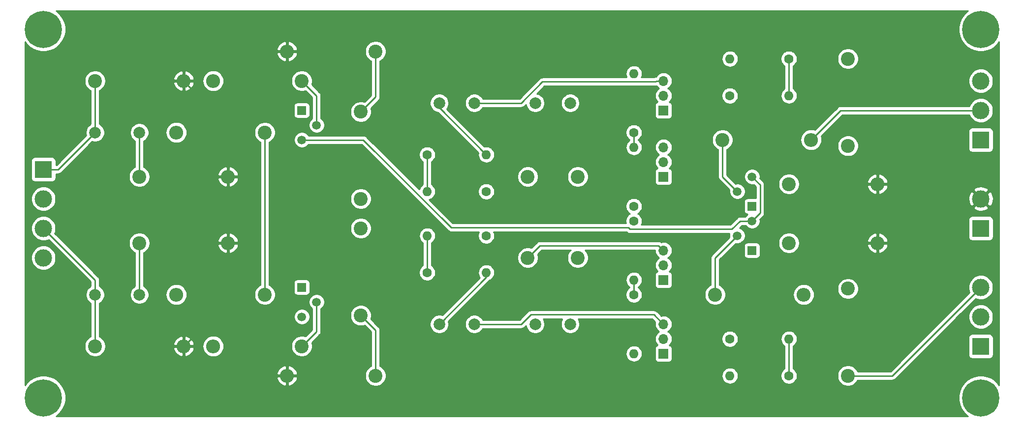
<source format=gbr>
G04 #@! TF.GenerationSoftware,KiCad,Pcbnew,(5.1.4-0-10_14)*
G04 #@! TF.CreationDate,2019-09-24T11:42:35-07:00*
G04 #@! TF.ProjectId,STPre6080PCB,53545072-6536-4303-9830-5043422e6b69,1.0*
G04 #@! TF.SameCoordinates,Original*
G04 #@! TF.FileFunction,Copper,L2,Bot*
G04 #@! TF.FilePolarity,Positive*
%FSLAX46Y46*%
G04 Gerber Fmt 4.6, Leading zero omitted, Abs format (unit mm)*
G04 Created by KiCad (PCBNEW (5.1.4-0-10_14)) date 2019-09-24 11:42:35*
%MOMM*%
%LPD*%
G04 APERTURE LIST*
%ADD10R,1.500000X1.500000*%
%ADD11C,1.500000*%
%ADD12O,2.400000X2.400000*%
%ADD13C,2.400000*%
%ADD14C,6.400000*%
%ADD15C,2.000000*%
%ADD16R,3.000000X3.000000*%
%ADD17C,3.000000*%
%ADD18O,1.600000X1.600000*%
%ADD19C,1.600000*%
%ADD20R,1.700000X1.700000*%
%ADD21O,1.700000X1.700000*%
%ADD22C,0.250000*%
%ADD23C,0.254000*%
G04 APERTURE END LIST*
D10*
X88900000Y-97790000D03*
D11*
X88900000Y-102870000D03*
X91440000Y-100330000D03*
D10*
X166370000Y-114300000D03*
D11*
X166370000Y-109220000D03*
X163830000Y-111760000D03*
D10*
X88900000Y-128270000D03*
D11*
X88900000Y-133350000D03*
X91440000Y-130810000D03*
D10*
X166370000Y-121920000D03*
D11*
X166370000Y-116840000D03*
X163830000Y-119380000D03*
D12*
X73660000Y-138430000D03*
D13*
X88900000Y-138430000D03*
D14*
X205740000Y-83820000D03*
X205740000Y-147320000D03*
X44450000Y-147320000D03*
X44450000Y-83820000D03*
D15*
X60960000Y-101600000D03*
X53340000Y-101600000D03*
D13*
X99060000Y-98030000D03*
X99060000Y-113030000D03*
X127770000Y-109220000D03*
X136390000Y-109220000D03*
D15*
X118580000Y-96520000D03*
X112560000Y-96520000D03*
X135090000Y-96520000D03*
X129070000Y-96520000D03*
D13*
X182880000Y-103900000D03*
X182880000Y-88900000D03*
D15*
X53340000Y-129540000D03*
X60960000Y-129540000D03*
D13*
X99060000Y-118110000D03*
X99060000Y-133110000D03*
X136390000Y-123190000D03*
X127770000Y-123190000D03*
D15*
X118580000Y-134620000D03*
X112560000Y-134620000D03*
X135090000Y-134620000D03*
X129070000Y-134620000D03*
D13*
X182880000Y-143510000D03*
X182880000Y-128510000D03*
D16*
X205740000Y-118110000D03*
D17*
X205740000Y-113030000D03*
X44450000Y-113030000D03*
X44450000Y-118110000D03*
D16*
X44450000Y-107950000D03*
D17*
X44450000Y-123190000D03*
X205740000Y-92710000D03*
X205740000Y-97790000D03*
D16*
X205740000Y-102870000D03*
X205740000Y-138430000D03*
D17*
X205740000Y-133350000D03*
X205740000Y-128270000D03*
D13*
X53340000Y-92710000D03*
D12*
X68580000Y-92710000D03*
D13*
X82550000Y-101600000D03*
D12*
X67310000Y-101600000D03*
X76200000Y-109220000D03*
D13*
X60960000Y-109220000D03*
X88900000Y-92710000D03*
D12*
X73660000Y-92710000D03*
X86360000Y-87630000D03*
D13*
X101600000Y-87630000D03*
D18*
X110490000Y-111760000D03*
D19*
X120650000Y-111760000D03*
D18*
X146050000Y-104140000D03*
D19*
X146050000Y-114300000D03*
X110490000Y-105410000D03*
D18*
X120650000Y-105410000D03*
D19*
X146050000Y-101600000D03*
D18*
X146050000Y-91440000D03*
D19*
X162560000Y-95250000D03*
D18*
X172720000Y-95250000D03*
X162560000Y-88900000D03*
D19*
X172720000Y-88900000D03*
D12*
X176530000Y-102870000D03*
D13*
X161290000Y-102870000D03*
X172720000Y-110490000D03*
D12*
X187960000Y-110490000D03*
X68580000Y-138430000D03*
D13*
X53340000Y-138430000D03*
X82550000Y-129540000D03*
D12*
X67310000Y-129540000D03*
X76200000Y-120650000D03*
D13*
X60960000Y-120650000D03*
X101600000Y-143510000D03*
D12*
X86360000Y-143510000D03*
D18*
X110490000Y-119380000D03*
D19*
X120650000Y-119380000D03*
X146050000Y-116840000D03*
D18*
X146050000Y-127000000D03*
D19*
X110490000Y-125730000D03*
D18*
X120650000Y-125730000D03*
X146050000Y-139700000D03*
D19*
X146050000Y-129540000D03*
X162560000Y-137160000D03*
D18*
X172720000Y-137160000D03*
X162560000Y-143510000D03*
D19*
X172720000Y-143510000D03*
D13*
X160020000Y-129540000D03*
D12*
X175260000Y-129540000D03*
X187960000Y-120650000D03*
D13*
X172720000Y-120650000D03*
D20*
X151130000Y-109220000D03*
D21*
X151130000Y-106680000D03*
X151130000Y-104140000D03*
X151130000Y-92710000D03*
X151130000Y-95250000D03*
D20*
X151130000Y-97790000D03*
D21*
X151130000Y-121920000D03*
X151130000Y-124460000D03*
D20*
X151130000Y-127000000D03*
X151130000Y-139700000D03*
D21*
X151130000Y-137160000D03*
X151130000Y-134620000D03*
D22*
X60960000Y-101600000D02*
X60960000Y-109220000D01*
X53340000Y-101600000D02*
X53340000Y-92710000D01*
X46990000Y-107950000D02*
X53340000Y-101600000D01*
X44450000Y-107950000D02*
X46990000Y-107950000D01*
X101600000Y-95490000D02*
X99060000Y-98030000D01*
X101600000Y-87630000D02*
X101600000Y-95490000D01*
X110490000Y-111760000D02*
X110490000Y-105410000D01*
X126664998Y-96520000D02*
X130319997Y-92865001D01*
X118580000Y-96520000D02*
X126664998Y-96520000D01*
X149927919Y-92710000D02*
X151130000Y-92710000D01*
X149772918Y-92865001D02*
X149927919Y-92710000D01*
X130319997Y-92865001D02*
X149772918Y-92865001D01*
X112560000Y-97320000D02*
X112560000Y-96520000D01*
X120650000Y-105410000D02*
X112560000Y-97320000D01*
X146050000Y-104140000D02*
X146050000Y-101600000D01*
X53340000Y-127000000D02*
X53340000Y-129540000D01*
X44450000Y-118110000D02*
X53340000Y-127000000D01*
X53340000Y-129540000D02*
X53340000Y-138430000D01*
X60960000Y-120650000D02*
X60960000Y-129540000D01*
X110490000Y-119380000D02*
X110490000Y-125730000D01*
X101600000Y-135650000D02*
X99060000Y-133110000D01*
X101600000Y-143510000D02*
X101600000Y-135650000D01*
X150280001Y-121070001D02*
X151130000Y-121920000D01*
X129889999Y-121070001D02*
X150280001Y-121070001D01*
X127770000Y-123190000D02*
X129889999Y-121070001D01*
X126664998Y-134620000D02*
X128289999Y-132994999D01*
X118580000Y-134620000D02*
X126664998Y-134620000D01*
X149504999Y-132994999D02*
X151130000Y-134620000D01*
X128289999Y-132994999D02*
X149504999Y-132994999D01*
X120650000Y-126530000D02*
X120650000Y-125730000D01*
X112560000Y-134620000D02*
X120650000Y-126530000D01*
X146050000Y-127000000D02*
X146050000Y-129540000D01*
X190500000Y-143510000D02*
X205740000Y-128270000D01*
X182880000Y-143510000D02*
X190500000Y-143510000D01*
X82550000Y-101600000D02*
X82550000Y-129540000D01*
X145365999Y-118265001D02*
X162909997Y-118265001D01*
X145055997Y-117954999D02*
X145365999Y-118265001D01*
X162909997Y-118265001D02*
X164334998Y-116840000D01*
X114575997Y-117954999D02*
X145055997Y-117954999D01*
X165309340Y-116840000D02*
X166370000Y-116840000D01*
X164334998Y-116840000D02*
X165309340Y-116840000D01*
X99490998Y-102870000D02*
X114575997Y-117954999D01*
X88900000Y-102870000D02*
X99490998Y-102870000D01*
X167119999Y-116090001D02*
X166370000Y-116840000D01*
X167745001Y-115464999D02*
X167119999Y-116090001D01*
X167745001Y-110595001D02*
X167745001Y-115464999D01*
X166370000Y-109220000D02*
X167745001Y-110595001D01*
X76200000Y-130810000D02*
X76200000Y-120650000D01*
X68580000Y-138430000D02*
X76200000Y-130810000D01*
X76200000Y-100330000D02*
X76200000Y-109220000D01*
X68580000Y-92710000D02*
X76200000Y-100330000D01*
X76200000Y-109220000D02*
X76200000Y-120650000D01*
X86360000Y-90170000D02*
X76200000Y-100330000D01*
X86360000Y-87630000D02*
X86360000Y-90170000D01*
X86360000Y-140970000D02*
X76200000Y-130810000D01*
X86360000Y-143510000D02*
X86360000Y-140970000D01*
X187960000Y-110490000D02*
X187960000Y-120650000D01*
X181610000Y-97790000D02*
X205740000Y-97790000D01*
X176530000Y-102870000D02*
X181610000Y-97790000D01*
X172720000Y-88900000D02*
X172720000Y-95250000D01*
X172720000Y-137160000D02*
X172720000Y-143510000D01*
X91440000Y-95250000D02*
X91440000Y-100330000D01*
X88900000Y-92710000D02*
X91440000Y-95250000D01*
X161290000Y-109220000D02*
X163830000Y-111760000D01*
X161290000Y-102870000D02*
X161290000Y-109220000D01*
X91440000Y-135890000D02*
X91440000Y-130810000D01*
X88900000Y-138430000D02*
X91440000Y-135890000D01*
X160020000Y-123190000D02*
X163830000Y-119380000D01*
X160020000Y-129540000D02*
X160020000Y-123190000D01*
D23*
G36*
X203295330Y-80841161D02*
G01*
X202761161Y-81375330D01*
X202341467Y-82003446D01*
X202052377Y-82701372D01*
X201905000Y-83442285D01*
X201905000Y-84197715D01*
X202052377Y-84938628D01*
X202341467Y-85636554D01*
X202761161Y-86264670D01*
X203295330Y-86798839D01*
X203923446Y-87218533D01*
X204621372Y-87507623D01*
X205362285Y-87655000D01*
X206117715Y-87655000D01*
X206858628Y-87507623D01*
X207556554Y-87218533D01*
X208184670Y-86798839D01*
X208718839Y-86264670D01*
X208890000Y-86008510D01*
X208890001Y-145131492D01*
X208718839Y-144875330D01*
X208184670Y-144341161D01*
X207556554Y-143921467D01*
X206858628Y-143632377D01*
X206117715Y-143485000D01*
X205362285Y-143485000D01*
X204621372Y-143632377D01*
X203923446Y-143921467D01*
X203295330Y-144341161D01*
X202761161Y-144875330D01*
X202341467Y-145503446D01*
X202052377Y-146201372D01*
X201905000Y-146942285D01*
X201905000Y-147697715D01*
X202052377Y-148438628D01*
X202341467Y-149136554D01*
X202761161Y-149764670D01*
X203295330Y-150298839D01*
X203551490Y-150470000D01*
X46638510Y-150470000D01*
X46894670Y-150298839D01*
X47428839Y-149764670D01*
X47848533Y-149136554D01*
X48137623Y-148438628D01*
X48285000Y-147697715D01*
X48285000Y-146942285D01*
X48137623Y-146201372D01*
X47848533Y-145503446D01*
X47428839Y-144875330D01*
X46894670Y-144341161D01*
X46267060Y-143921805D01*
X84571805Y-143921805D01*
X84644379Y-144161066D01*
X84804361Y-144483257D01*
X85024125Y-144768046D01*
X85295226Y-145004489D01*
X85607246Y-145183500D01*
X85948194Y-145298199D01*
X86233000Y-145181854D01*
X86233000Y-143637000D01*
X86487000Y-143637000D01*
X86487000Y-145181854D01*
X86771806Y-145298199D01*
X87112754Y-145183500D01*
X87424774Y-145004489D01*
X87695875Y-144768046D01*
X87915639Y-144483257D01*
X88075621Y-144161066D01*
X88148195Y-143921805D01*
X88031432Y-143637000D01*
X86487000Y-143637000D01*
X86233000Y-143637000D01*
X84688568Y-143637000D01*
X84571805Y-143921805D01*
X46267060Y-143921805D01*
X46266554Y-143921467D01*
X45568628Y-143632377D01*
X44827715Y-143485000D01*
X44072285Y-143485000D01*
X43331372Y-143632377D01*
X42633446Y-143921467D01*
X42005330Y-144341161D01*
X41471161Y-144875330D01*
X41300000Y-145131490D01*
X41300000Y-143098195D01*
X84571805Y-143098195D01*
X84688568Y-143383000D01*
X86233000Y-143383000D01*
X86233000Y-141838146D01*
X86487000Y-141838146D01*
X86487000Y-143383000D01*
X88031432Y-143383000D01*
X88148195Y-143098195D01*
X88075621Y-142858934D01*
X87915639Y-142536743D01*
X87695875Y-142251954D01*
X87424774Y-142015511D01*
X87112754Y-141836500D01*
X86771806Y-141721801D01*
X86487000Y-141838146D01*
X86233000Y-141838146D01*
X85948194Y-141721801D01*
X85607246Y-141836500D01*
X85295226Y-142015511D01*
X85024125Y-142251954D01*
X84804361Y-142536743D01*
X84644379Y-142858934D01*
X84571805Y-143098195D01*
X41300000Y-143098195D01*
X41300000Y-122979721D01*
X42315000Y-122979721D01*
X42315000Y-123400279D01*
X42397047Y-123812756D01*
X42557988Y-124201302D01*
X42791637Y-124550983D01*
X43089017Y-124848363D01*
X43438698Y-125082012D01*
X43827244Y-125242953D01*
X44239721Y-125325000D01*
X44660279Y-125325000D01*
X45072756Y-125242953D01*
X45461302Y-125082012D01*
X45810983Y-124848363D01*
X46108363Y-124550983D01*
X46342012Y-124201302D01*
X46502953Y-123812756D01*
X46585000Y-123400279D01*
X46585000Y-122979721D01*
X46502953Y-122567244D01*
X46342012Y-122178698D01*
X46108363Y-121829017D01*
X45810983Y-121531637D01*
X45461302Y-121297988D01*
X45072756Y-121137047D01*
X44660279Y-121055000D01*
X44239721Y-121055000D01*
X43827244Y-121137047D01*
X43438698Y-121297988D01*
X43089017Y-121531637D01*
X42791637Y-121829017D01*
X42557988Y-122178698D01*
X42397047Y-122567244D01*
X42315000Y-122979721D01*
X41300000Y-122979721D01*
X41300000Y-117899721D01*
X42315000Y-117899721D01*
X42315000Y-118320279D01*
X42397047Y-118732756D01*
X42557988Y-119121302D01*
X42791637Y-119470983D01*
X43089017Y-119768363D01*
X43438698Y-120002012D01*
X43827244Y-120162953D01*
X44239721Y-120245000D01*
X44660279Y-120245000D01*
X45072756Y-120162953D01*
X45324059Y-120058860D01*
X52580000Y-127314802D01*
X52580000Y-128085091D01*
X52565537Y-128091082D01*
X52297748Y-128270013D01*
X52070013Y-128497748D01*
X51891082Y-128765537D01*
X51767832Y-129063088D01*
X51705000Y-129378967D01*
X51705000Y-129701033D01*
X51767832Y-130016912D01*
X51891082Y-130314463D01*
X52070013Y-130582252D01*
X52297748Y-130809987D01*
X52565537Y-130988918D01*
X52580000Y-130994909D01*
X52580001Y-136758612D01*
X52470801Y-136803844D01*
X52170256Y-137004662D01*
X51914662Y-137260256D01*
X51713844Y-137560801D01*
X51575518Y-137894750D01*
X51505000Y-138249268D01*
X51505000Y-138610732D01*
X51575518Y-138965250D01*
X51713844Y-139299199D01*
X51914662Y-139599744D01*
X52170256Y-139855338D01*
X52470801Y-140056156D01*
X52804750Y-140194482D01*
X53159268Y-140265000D01*
X53520732Y-140265000D01*
X53875250Y-140194482D01*
X54209199Y-140056156D01*
X54509744Y-139855338D01*
X54765338Y-139599744D01*
X54966156Y-139299199D01*
X55104482Y-138965250D01*
X55129036Y-138841805D01*
X66791805Y-138841805D01*
X66864379Y-139081066D01*
X67024361Y-139403257D01*
X67244125Y-139688046D01*
X67515226Y-139924489D01*
X67827246Y-140103500D01*
X68168194Y-140218199D01*
X68453000Y-140101854D01*
X68453000Y-138557000D01*
X68707000Y-138557000D01*
X68707000Y-140101854D01*
X68991806Y-140218199D01*
X69332754Y-140103500D01*
X69644774Y-139924489D01*
X69915875Y-139688046D01*
X70135639Y-139403257D01*
X70295621Y-139081066D01*
X70368195Y-138841805D01*
X70251432Y-138557000D01*
X68707000Y-138557000D01*
X68453000Y-138557000D01*
X66908568Y-138557000D01*
X66791805Y-138841805D01*
X55129036Y-138841805D01*
X55175000Y-138610732D01*
X55175000Y-138430000D01*
X71816122Y-138430000D01*
X71851552Y-138789723D01*
X71956479Y-139135622D01*
X72126871Y-139454404D01*
X72356181Y-139733819D01*
X72635596Y-139963129D01*
X72954378Y-140133521D01*
X73300277Y-140238448D01*
X73569861Y-140265000D01*
X73750139Y-140265000D01*
X74019723Y-140238448D01*
X74365622Y-140133521D01*
X74684404Y-139963129D01*
X74963819Y-139733819D01*
X75193129Y-139454404D01*
X75363521Y-139135622D01*
X75468448Y-138789723D01*
X75503878Y-138430000D01*
X75486078Y-138249268D01*
X87065000Y-138249268D01*
X87065000Y-138610732D01*
X87135518Y-138965250D01*
X87273844Y-139299199D01*
X87474662Y-139599744D01*
X87730256Y-139855338D01*
X88030801Y-140056156D01*
X88364750Y-140194482D01*
X88719268Y-140265000D01*
X89080732Y-140265000D01*
X89435250Y-140194482D01*
X89769199Y-140056156D01*
X90069744Y-139855338D01*
X90325338Y-139599744D01*
X90526156Y-139299199D01*
X90664482Y-138965250D01*
X90735000Y-138610732D01*
X90735000Y-138249268D01*
X90664482Y-137894750D01*
X90619251Y-137785551D01*
X91951009Y-136453794D01*
X91980001Y-136430001D01*
X92003795Y-136401008D01*
X92003799Y-136401004D01*
X92074973Y-136314277D01*
X92074974Y-136314276D01*
X92145546Y-136182247D01*
X92189003Y-136038986D01*
X92200000Y-135927333D01*
X92200000Y-135927324D01*
X92203676Y-135890001D01*
X92200000Y-135852678D01*
X92200000Y-132929268D01*
X97225000Y-132929268D01*
X97225000Y-133290732D01*
X97295518Y-133645250D01*
X97433844Y-133979199D01*
X97634662Y-134279744D01*
X97890256Y-134535338D01*
X98190801Y-134736156D01*
X98524750Y-134874482D01*
X98879268Y-134945000D01*
X99240732Y-134945000D01*
X99595250Y-134874482D01*
X99704449Y-134829251D01*
X100840001Y-135964804D01*
X100840000Y-141838612D01*
X100730801Y-141883844D01*
X100430256Y-142084662D01*
X100174662Y-142340256D01*
X99973844Y-142640801D01*
X99835518Y-142974750D01*
X99765000Y-143329268D01*
X99765000Y-143690732D01*
X99835518Y-144045250D01*
X99973844Y-144379199D01*
X100174662Y-144679744D01*
X100430256Y-144935338D01*
X100730801Y-145136156D01*
X101064750Y-145274482D01*
X101419268Y-145345000D01*
X101780732Y-145345000D01*
X102135250Y-145274482D01*
X102469199Y-145136156D01*
X102769744Y-144935338D01*
X103025338Y-144679744D01*
X103226156Y-144379199D01*
X103364482Y-144045250D01*
X103435000Y-143690732D01*
X103435000Y-143510000D01*
X161118057Y-143510000D01*
X161145764Y-143791309D01*
X161227818Y-144061808D01*
X161361068Y-144311101D01*
X161540392Y-144529608D01*
X161758899Y-144708932D01*
X162008192Y-144842182D01*
X162278691Y-144924236D01*
X162489508Y-144945000D01*
X162630492Y-144945000D01*
X162841309Y-144924236D01*
X163111808Y-144842182D01*
X163361101Y-144708932D01*
X163579608Y-144529608D01*
X163758932Y-144311101D01*
X163892182Y-144061808D01*
X163974236Y-143791309D01*
X164001943Y-143510000D01*
X163974236Y-143228691D01*
X163892182Y-142958192D01*
X163758932Y-142708899D01*
X163579608Y-142490392D01*
X163361101Y-142311068D01*
X163111808Y-142177818D01*
X162841309Y-142095764D01*
X162630492Y-142075000D01*
X162489508Y-142075000D01*
X162278691Y-142095764D01*
X162008192Y-142177818D01*
X161758899Y-142311068D01*
X161540392Y-142490392D01*
X161361068Y-142708899D01*
X161227818Y-142958192D01*
X161145764Y-143228691D01*
X161118057Y-143510000D01*
X103435000Y-143510000D01*
X103435000Y-143329268D01*
X103364482Y-142974750D01*
X103226156Y-142640801D01*
X103025338Y-142340256D01*
X102769744Y-142084662D01*
X102469199Y-141883844D01*
X102360000Y-141838612D01*
X102360000Y-139700000D01*
X144608057Y-139700000D01*
X144635764Y-139981309D01*
X144717818Y-140251808D01*
X144851068Y-140501101D01*
X145030392Y-140719608D01*
X145248899Y-140898932D01*
X145498192Y-141032182D01*
X145768691Y-141114236D01*
X145979508Y-141135000D01*
X146120492Y-141135000D01*
X146331309Y-141114236D01*
X146601808Y-141032182D01*
X146851101Y-140898932D01*
X147069608Y-140719608D01*
X147248932Y-140501101D01*
X147382182Y-140251808D01*
X147464236Y-139981309D01*
X147491943Y-139700000D01*
X147464236Y-139418691D01*
X147382182Y-139148192D01*
X147248932Y-138898899D01*
X147069608Y-138680392D01*
X146851101Y-138501068D01*
X146601808Y-138367818D01*
X146331309Y-138285764D01*
X146120492Y-138265000D01*
X145979508Y-138265000D01*
X145768691Y-138285764D01*
X145498192Y-138367818D01*
X145248899Y-138501068D01*
X145030392Y-138680392D01*
X144851068Y-138898899D01*
X144717818Y-139148192D01*
X144635764Y-139418691D01*
X144608057Y-139700000D01*
X102360000Y-139700000D01*
X102360000Y-135687322D01*
X102363676Y-135649999D01*
X102360000Y-135612676D01*
X102360000Y-135612667D01*
X102349003Y-135501014D01*
X102305546Y-135357753D01*
X102234974Y-135225724D01*
X102206505Y-135191034D01*
X102163799Y-135138996D01*
X102163795Y-135138992D01*
X102140001Y-135109999D01*
X102111008Y-135086205D01*
X101483770Y-134458967D01*
X110925000Y-134458967D01*
X110925000Y-134781033D01*
X110987832Y-135096912D01*
X111111082Y-135394463D01*
X111290013Y-135662252D01*
X111517748Y-135889987D01*
X111785537Y-136068918D01*
X112083088Y-136192168D01*
X112398967Y-136255000D01*
X112721033Y-136255000D01*
X113036912Y-136192168D01*
X113334463Y-136068918D01*
X113602252Y-135889987D01*
X113829987Y-135662252D01*
X114008918Y-135394463D01*
X114132168Y-135096912D01*
X114195000Y-134781033D01*
X114195000Y-134458967D01*
X116945000Y-134458967D01*
X116945000Y-134781033D01*
X117007832Y-135096912D01*
X117131082Y-135394463D01*
X117310013Y-135662252D01*
X117537748Y-135889987D01*
X117805537Y-136068918D01*
X118103088Y-136192168D01*
X118418967Y-136255000D01*
X118741033Y-136255000D01*
X119056912Y-136192168D01*
X119354463Y-136068918D01*
X119622252Y-135889987D01*
X119849987Y-135662252D01*
X120028918Y-135394463D01*
X120034909Y-135380000D01*
X126627676Y-135380000D01*
X126664998Y-135383676D01*
X126702320Y-135380000D01*
X126702331Y-135380000D01*
X126813984Y-135369003D01*
X126957245Y-135325546D01*
X127089274Y-135254974D01*
X127204999Y-135160001D01*
X127228801Y-135130998D01*
X127458852Y-134900947D01*
X127497832Y-135096912D01*
X127621082Y-135394463D01*
X127800013Y-135662252D01*
X128027748Y-135889987D01*
X128295537Y-136068918D01*
X128593088Y-136192168D01*
X128908967Y-136255000D01*
X129231033Y-136255000D01*
X129546912Y-136192168D01*
X129844463Y-136068918D01*
X130112252Y-135889987D01*
X130339987Y-135662252D01*
X130518918Y-135394463D01*
X130642168Y-135096912D01*
X130705000Y-134781033D01*
X130705000Y-134458967D01*
X130642168Y-134143088D01*
X130518918Y-133845537D01*
X130458422Y-133754999D01*
X133701578Y-133754999D01*
X133641082Y-133845537D01*
X133517832Y-134143088D01*
X133455000Y-134458967D01*
X133455000Y-134781033D01*
X133517832Y-135096912D01*
X133641082Y-135394463D01*
X133820013Y-135662252D01*
X134047748Y-135889987D01*
X134315537Y-136068918D01*
X134613088Y-136192168D01*
X134928967Y-136255000D01*
X135251033Y-136255000D01*
X135566912Y-136192168D01*
X135864463Y-136068918D01*
X136132252Y-135889987D01*
X136359987Y-135662252D01*
X136538918Y-135394463D01*
X136662168Y-135096912D01*
X136725000Y-134781033D01*
X136725000Y-134458967D01*
X136662168Y-134143088D01*
X136538918Y-133845537D01*
X136478422Y-133754999D01*
X149190198Y-133754999D01*
X149689203Y-134254005D01*
X149666487Y-134328889D01*
X149637815Y-134620000D01*
X149666487Y-134911111D01*
X149751401Y-135191034D01*
X149889294Y-135449014D01*
X150074866Y-135675134D01*
X150300986Y-135860706D01*
X150355791Y-135890000D01*
X150300986Y-135919294D01*
X150074866Y-136104866D01*
X149889294Y-136330986D01*
X149751401Y-136588966D01*
X149666487Y-136868889D01*
X149637815Y-137160000D01*
X149666487Y-137451111D01*
X149751401Y-137731034D01*
X149889294Y-137989014D01*
X150074866Y-138215134D01*
X150104687Y-138239607D01*
X150035820Y-138260498D01*
X149925506Y-138319463D01*
X149828815Y-138398815D01*
X149749463Y-138495506D01*
X149690498Y-138605820D01*
X149654188Y-138725518D01*
X149641928Y-138850000D01*
X149641928Y-140550000D01*
X149654188Y-140674482D01*
X149690498Y-140794180D01*
X149749463Y-140904494D01*
X149828815Y-141001185D01*
X149925506Y-141080537D01*
X150035820Y-141139502D01*
X150155518Y-141175812D01*
X150280000Y-141188072D01*
X151980000Y-141188072D01*
X152104482Y-141175812D01*
X152224180Y-141139502D01*
X152334494Y-141080537D01*
X152431185Y-141001185D01*
X152510537Y-140904494D01*
X152569502Y-140794180D01*
X152605812Y-140674482D01*
X152618072Y-140550000D01*
X152618072Y-138850000D01*
X152605812Y-138725518D01*
X152569502Y-138605820D01*
X152510537Y-138495506D01*
X152431185Y-138398815D01*
X152334494Y-138319463D01*
X152224180Y-138260498D01*
X152155313Y-138239607D01*
X152185134Y-138215134D01*
X152370706Y-137989014D01*
X152508599Y-137731034D01*
X152593513Y-137451111D01*
X152622185Y-137160000D01*
X152608265Y-137018665D01*
X161125000Y-137018665D01*
X161125000Y-137301335D01*
X161180147Y-137578574D01*
X161288320Y-137839727D01*
X161445363Y-138074759D01*
X161645241Y-138274637D01*
X161880273Y-138431680D01*
X162141426Y-138539853D01*
X162418665Y-138595000D01*
X162701335Y-138595000D01*
X162978574Y-138539853D01*
X163239727Y-138431680D01*
X163474759Y-138274637D01*
X163674637Y-138074759D01*
X163831680Y-137839727D01*
X163939853Y-137578574D01*
X163995000Y-137301335D01*
X163995000Y-137160000D01*
X171278057Y-137160000D01*
X171305764Y-137441309D01*
X171387818Y-137711808D01*
X171521068Y-137961101D01*
X171700392Y-138179608D01*
X171918899Y-138358932D01*
X171960000Y-138380901D01*
X171960001Y-142291956D01*
X171805241Y-142395363D01*
X171605363Y-142595241D01*
X171448320Y-142830273D01*
X171340147Y-143091426D01*
X171285000Y-143368665D01*
X171285000Y-143651335D01*
X171340147Y-143928574D01*
X171448320Y-144189727D01*
X171605363Y-144424759D01*
X171805241Y-144624637D01*
X172040273Y-144781680D01*
X172301426Y-144889853D01*
X172578665Y-144945000D01*
X172861335Y-144945000D01*
X173138574Y-144889853D01*
X173399727Y-144781680D01*
X173634759Y-144624637D01*
X173834637Y-144424759D01*
X173991680Y-144189727D01*
X174099853Y-143928574D01*
X174155000Y-143651335D01*
X174155000Y-143368665D01*
X174147164Y-143329268D01*
X181045000Y-143329268D01*
X181045000Y-143690732D01*
X181115518Y-144045250D01*
X181253844Y-144379199D01*
X181454662Y-144679744D01*
X181710256Y-144935338D01*
X182010801Y-145136156D01*
X182344750Y-145274482D01*
X182699268Y-145345000D01*
X183060732Y-145345000D01*
X183415250Y-145274482D01*
X183749199Y-145136156D01*
X184049744Y-144935338D01*
X184305338Y-144679744D01*
X184506156Y-144379199D01*
X184551388Y-144270000D01*
X190462678Y-144270000D01*
X190500000Y-144273676D01*
X190537322Y-144270000D01*
X190537333Y-144270000D01*
X190648986Y-144259003D01*
X190792247Y-144215546D01*
X190924276Y-144144974D01*
X191040001Y-144050001D01*
X191063804Y-144020997D01*
X198154801Y-136930000D01*
X203601928Y-136930000D01*
X203601928Y-139930000D01*
X203614188Y-140054482D01*
X203650498Y-140174180D01*
X203709463Y-140284494D01*
X203788815Y-140381185D01*
X203885506Y-140460537D01*
X203995820Y-140519502D01*
X204115518Y-140555812D01*
X204240000Y-140568072D01*
X207240000Y-140568072D01*
X207364482Y-140555812D01*
X207484180Y-140519502D01*
X207594494Y-140460537D01*
X207691185Y-140381185D01*
X207770537Y-140284494D01*
X207829502Y-140174180D01*
X207865812Y-140054482D01*
X207878072Y-139930000D01*
X207878072Y-136930000D01*
X207865812Y-136805518D01*
X207829502Y-136685820D01*
X207770537Y-136575506D01*
X207691185Y-136478815D01*
X207594494Y-136399463D01*
X207484180Y-136340498D01*
X207364482Y-136304188D01*
X207240000Y-136291928D01*
X204240000Y-136291928D01*
X204115518Y-136304188D01*
X203995820Y-136340498D01*
X203885506Y-136399463D01*
X203788815Y-136478815D01*
X203709463Y-136575506D01*
X203650498Y-136685820D01*
X203614188Y-136805518D01*
X203601928Y-136930000D01*
X198154801Y-136930000D01*
X201945080Y-133139721D01*
X203605000Y-133139721D01*
X203605000Y-133560279D01*
X203687047Y-133972756D01*
X203847988Y-134361302D01*
X204081637Y-134710983D01*
X204379017Y-135008363D01*
X204728698Y-135242012D01*
X205117244Y-135402953D01*
X205529721Y-135485000D01*
X205950279Y-135485000D01*
X206362756Y-135402953D01*
X206751302Y-135242012D01*
X207100983Y-135008363D01*
X207398363Y-134710983D01*
X207632012Y-134361302D01*
X207792953Y-133972756D01*
X207875000Y-133560279D01*
X207875000Y-133139721D01*
X207792953Y-132727244D01*
X207632012Y-132338698D01*
X207398363Y-131989017D01*
X207100983Y-131691637D01*
X206751302Y-131457988D01*
X206362756Y-131297047D01*
X205950279Y-131215000D01*
X205529721Y-131215000D01*
X205117244Y-131297047D01*
X204728698Y-131457988D01*
X204379017Y-131691637D01*
X204081637Y-131989017D01*
X203847988Y-132338698D01*
X203687047Y-132727244D01*
X203605000Y-133139721D01*
X201945080Y-133139721D01*
X204865942Y-130218860D01*
X205117244Y-130322953D01*
X205529721Y-130405000D01*
X205950279Y-130405000D01*
X206362756Y-130322953D01*
X206751302Y-130162012D01*
X207100983Y-129928363D01*
X207398363Y-129630983D01*
X207632012Y-129281302D01*
X207792953Y-128892756D01*
X207875000Y-128480279D01*
X207875000Y-128059721D01*
X207792953Y-127647244D01*
X207632012Y-127258698D01*
X207398363Y-126909017D01*
X207100983Y-126611637D01*
X206751302Y-126377988D01*
X206362756Y-126217047D01*
X205950279Y-126135000D01*
X205529721Y-126135000D01*
X205117244Y-126217047D01*
X204728698Y-126377988D01*
X204379017Y-126611637D01*
X204081637Y-126909017D01*
X203847988Y-127258698D01*
X203687047Y-127647244D01*
X203605000Y-128059721D01*
X203605000Y-128480279D01*
X203687047Y-128892756D01*
X203791140Y-129144058D01*
X190185199Y-142750000D01*
X184551388Y-142750000D01*
X184506156Y-142640801D01*
X184305338Y-142340256D01*
X184049744Y-142084662D01*
X183749199Y-141883844D01*
X183415250Y-141745518D01*
X183060732Y-141675000D01*
X182699268Y-141675000D01*
X182344750Y-141745518D01*
X182010801Y-141883844D01*
X181710256Y-142084662D01*
X181454662Y-142340256D01*
X181253844Y-142640801D01*
X181115518Y-142974750D01*
X181045000Y-143329268D01*
X174147164Y-143329268D01*
X174099853Y-143091426D01*
X173991680Y-142830273D01*
X173834637Y-142595241D01*
X173634759Y-142395363D01*
X173480000Y-142291957D01*
X173480000Y-138380901D01*
X173521101Y-138358932D01*
X173739608Y-138179608D01*
X173918932Y-137961101D01*
X174052182Y-137711808D01*
X174134236Y-137441309D01*
X174161943Y-137160000D01*
X174134236Y-136878691D01*
X174052182Y-136608192D01*
X173918932Y-136358899D01*
X173739608Y-136140392D01*
X173521101Y-135961068D01*
X173271808Y-135827818D01*
X173001309Y-135745764D01*
X172790492Y-135725000D01*
X172649508Y-135725000D01*
X172438691Y-135745764D01*
X172168192Y-135827818D01*
X171918899Y-135961068D01*
X171700392Y-136140392D01*
X171521068Y-136358899D01*
X171387818Y-136608192D01*
X171305764Y-136878691D01*
X171278057Y-137160000D01*
X163995000Y-137160000D01*
X163995000Y-137018665D01*
X163939853Y-136741426D01*
X163831680Y-136480273D01*
X163674637Y-136245241D01*
X163474759Y-136045363D01*
X163239727Y-135888320D01*
X162978574Y-135780147D01*
X162701335Y-135725000D01*
X162418665Y-135725000D01*
X162141426Y-135780147D01*
X161880273Y-135888320D01*
X161645241Y-136045363D01*
X161445363Y-136245241D01*
X161288320Y-136480273D01*
X161180147Y-136741426D01*
X161125000Y-137018665D01*
X152608265Y-137018665D01*
X152593513Y-136868889D01*
X152508599Y-136588966D01*
X152370706Y-136330986D01*
X152185134Y-136104866D01*
X151959014Y-135919294D01*
X151904209Y-135890000D01*
X151959014Y-135860706D01*
X152185134Y-135675134D01*
X152370706Y-135449014D01*
X152508599Y-135191034D01*
X152593513Y-134911111D01*
X152622185Y-134620000D01*
X152593513Y-134328889D01*
X152508599Y-134048966D01*
X152370706Y-133790986D01*
X152185134Y-133564866D01*
X151959014Y-133379294D01*
X151701034Y-133241401D01*
X151421111Y-133156487D01*
X151202950Y-133135000D01*
X151057050Y-133135000D01*
X150838889Y-133156487D01*
X150764005Y-133179203D01*
X150068802Y-132484001D01*
X150045000Y-132454998D01*
X149929275Y-132360025D01*
X149797246Y-132289453D01*
X149653985Y-132245996D01*
X149542332Y-132234999D01*
X149542321Y-132234999D01*
X149504999Y-132231323D01*
X149467677Y-132234999D01*
X128327321Y-132234999D01*
X128289998Y-132231323D01*
X128252675Y-132234999D01*
X128252666Y-132234999D01*
X128141013Y-132245996D01*
X127997752Y-132289453D01*
X127865723Y-132360025D01*
X127849684Y-132373188D01*
X127778995Y-132431200D01*
X127778991Y-132431204D01*
X127749998Y-132454998D01*
X127726204Y-132483991D01*
X126350197Y-133860000D01*
X120034909Y-133860000D01*
X120028918Y-133845537D01*
X119849987Y-133577748D01*
X119622252Y-133350013D01*
X119354463Y-133171082D01*
X119056912Y-133047832D01*
X118741033Y-132985000D01*
X118418967Y-132985000D01*
X118103088Y-133047832D01*
X117805537Y-133171082D01*
X117537748Y-133350013D01*
X117310013Y-133577748D01*
X117131082Y-133845537D01*
X117007832Y-134143088D01*
X116945000Y-134458967D01*
X114195000Y-134458967D01*
X114132168Y-134143088D01*
X114126177Y-134128624D01*
X121161004Y-127093798D01*
X121190001Y-127070001D01*
X121194631Y-127064359D01*
X121201808Y-127062182D01*
X121318142Y-127000000D01*
X144608057Y-127000000D01*
X144635764Y-127281309D01*
X144717818Y-127551808D01*
X144851068Y-127801101D01*
X145030392Y-128019608D01*
X145248899Y-128198932D01*
X145290000Y-128220901D01*
X145290001Y-128321956D01*
X145135241Y-128425363D01*
X144935363Y-128625241D01*
X144778320Y-128860273D01*
X144670147Y-129121426D01*
X144615000Y-129398665D01*
X144615000Y-129681335D01*
X144670147Y-129958574D01*
X144778320Y-130219727D01*
X144935363Y-130454759D01*
X145135241Y-130654637D01*
X145370273Y-130811680D01*
X145631426Y-130919853D01*
X145908665Y-130975000D01*
X146191335Y-130975000D01*
X146468574Y-130919853D01*
X146729727Y-130811680D01*
X146964759Y-130654637D01*
X147164637Y-130454759D01*
X147321680Y-130219727D01*
X147429853Y-129958574D01*
X147485000Y-129681335D01*
X147485000Y-129398665D01*
X147429853Y-129121426D01*
X147321680Y-128860273D01*
X147164637Y-128625241D01*
X146964759Y-128425363D01*
X146810000Y-128321957D01*
X146810000Y-128220901D01*
X146851101Y-128198932D01*
X147069608Y-128019608D01*
X147248932Y-127801101D01*
X147382182Y-127551808D01*
X147464236Y-127281309D01*
X147491943Y-127000000D01*
X147464236Y-126718691D01*
X147382182Y-126448192D01*
X147248932Y-126198899D01*
X147069608Y-125980392D01*
X146851101Y-125801068D01*
X146601808Y-125667818D01*
X146331309Y-125585764D01*
X146120492Y-125565000D01*
X145979508Y-125565000D01*
X145768691Y-125585764D01*
X145498192Y-125667818D01*
X145248899Y-125801068D01*
X145030392Y-125980392D01*
X144851068Y-126198899D01*
X144717818Y-126448192D01*
X144635764Y-126718691D01*
X144608057Y-127000000D01*
X121318142Y-127000000D01*
X121451101Y-126928932D01*
X121669608Y-126749608D01*
X121848932Y-126531101D01*
X121982182Y-126281808D01*
X122064236Y-126011309D01*
X122091943Y-125730000D01*
X122064236Y-125448691D01*
X121982182Y-125178192D01*
X121848932Y-124928899D01*
X121669608Y-124710392D01*
X121451101Y-124531068D01*
X121201808Y-124397818D01*
X120931309Y-124315764D01*
X120720492Y-124295000D01*
X120579508Y-124295000D01*
X120368691Y-124315764D01*
X120098192Y-124397818D01*
X119848899Y-124531068D01*
X119630392Y-124710392D01*
X119451068Y-124928899D01*
X119317818Y-125178192D01*
X119235764Y-125448691D01*
X119208057Y-125730000D01*
X119235764Y-126011309D01*
X119317818Y-126281808D01*
X119451068Y-126531101D01*
X119506524Y-126598674D01*
X113051376Y-133053823D01*
X113036912Y-133047832D01*
X112721033Y-132985000D01*
X112398967Y-132985000D01*
X112083088Y-133047832D01*
X111785537Y-133171082D01*
X111517748Y-133350013D01*
X111290013Y-133577748D01*
X111111082Y-133845537D01*
X110987832Y-134143088D01*
X110925000Y-134458967D01*
X101483770Y-134458967D01*
X100779251Y-133754449D01*
X100824482Y-133645250D01*
X100895000Y-133290732D01*
X100895000Y-132929268D01*
X100824482Y-132574750D01*
X100686156Y-132240801D01*
X100485338Y-131940256D01*
X100229744Y-131684662D01*
X99929199Y-131483844D01*
X99595250Y-131345518D01*
X99240732Y-131275000D01*
X98879268Y-131275000D01*
X98524750Y-131345518D01*
X98190801Y-131483844D01*
X97890256Y-131684662D01*
X97634662Y-131940256D01*
X97433844Y-132240801D01*
X97295518Y-132574750D01*
X97225000Y-132929268D01*
X92200000Y-132929268D01*
X92200000Y-131967909D01*
X92322886Y-131885799D01*
X92515799Y-131692886D01*
X92667371Y-131466043D01*
X92771775Y-131213989D01*
X92825000Y-130946411D01*
X92825000Y-130673589D01*
X92771775Y-130406011D01*
X92667371Y-130153957D01*
X92515799Y-129927114D01*
X92322886Y-129734201D01*
X92096043Y-129582629D01*
X91843989Y-129478225D01*
X91576411Y-129425000D01*
X91303589Y-129425000D01*
X91036011Y-129478225D01*
X90783957Y-129582629D01*
X90557114Y-129734201D01*
X90364201Y-129927114D01*
X90212629Y-130153957D01*
X90108225Y-130406011D01*
X90055000Y-130673589D01*
X90055000Y-130946411D01*
X90108225Y-131213989D01*
X90212629Y-131466043D01*
X90364201Y-131692886D01*
X90557114Y-131885799D01*
X90680001Y-131967910D01*
X90680000Y-135575197D01*
X89544449Y-136710749D01*
X89435250Y-136665518D01*
X89080732Y-136595000D01*
X88719268Y-136595000D01*
X88364750Y-136665518D01*
X88030801Y-136803844D01*
X87730256Y-137004662D01*
X87474662Y-137260256D01*
X87273844Y-137560801D01*
X87135518Y-137894750D01*
X87065000Y-138249268D01*
X75486078Y-138249268D01*
X75468448Y-138070277D01*
X75363521Y-137724378D01*
X75193129Y-137405596D01*
X74963819Y-137126181D01*
X74684404Y-136896871D01*
X74365622Y-136726479D01*
X74019723Y-136621552D01*
X73750139Y-136595000D01*
X73569861Y-136595000D01*
X73300277Y-136621552D01*
X72954378Y-136726479D01*
X72635596Y-136896871D01*
X72356181Y-137126181D01*
X72126871Y-137405596D01*
X71956479Y-137724378D01*
X71851552Y-138070277D01*
X71816122Y-138430000D01*
X55175000Y-138430000D01*
X55175000Y-138249268D01*
X55129037Y-138018195D01*
X66791805Y-138018195D01*
X66908568Y-138303000D01*
X68453000Y-138303000D01*
X68453000Y-136758146D01*
X68707000Y-136758146D01*
X68707000Y-138303000D01*
X70251432Y-138303000D01*
X70368195Y-138018195D01*
X70295621Y-137778934D01*
X70135639Y-137456743D01*
X69915875Y-137171954D01*
X69644774Y-136935511D01*
X69332754Y-136756500D01*
X68991806Y-136641801D01*
X68707000Y-136758146D01*
X68453000Y-136758146D01*
X68168194Y-136641801D01*
X67827246Y-136756500D01*
X67515226Y-136935511D01*
X67244125Y-137171954D01*
X67024361Y-137456743D01*
X66864379Y-137778934D01*
X66791805Y-138018195D01*
X55129037Y-138018195D01*
X55104482Y-137894750D01*
X54966156Y-137560801D01*
X54765338Y-137260256D01*
X54509744Y-137004662D01*
X54209199Y-136803844D01*
X54100000Y-136758612D01*
X54100000Y-133213589D01*
X87515000Y-133213589D01*
X87515000Y-133486411D01*
X87568225Y-133753989D01*
X87672629Y-134006043D01*
X87824201Y-134232886D01*
X88017114Y-134425799D01*
X88243957Y-134577371D01*
X88496011Y-134681775D01*
X88763589Y-134735000D01*
X89036411Y-134735000D01*
X89303989Y-134681775D01*
X89556043Y-134577371D01*
X89782886Y-134425799D01*
X89975799Y-134232886D01*
X90127371Y-134006043D01*
X90231775Y-133753989D01*
X90285000Y-133486411D01*
X90285000Y-133213589D01*
X90231775Y-132946011D01*
X90127371Y-132693957D01*
X89975799Y-132467114D01*
X89782886Y-132274201D01*
X89556043Y-132122629D01*
X89303989Y-132018225D01*
X89036411Y-131965000D01*
X88763589Y-131965000D01*
X88496011Y-132018225D01*
X88243957Y-132122629D01*
X88017114Y-132274201D01*
X87824201Y-132467114D01*
X87672629Y-132693957D01*
X87568225Y-132946011D01*
X87515000Y-133213589D01*
X54100000Y-133213589D01*
X54100000Y-130994909D01*
X54114463Y-130988918D01*
X54382252Y-130809987D01*
X54609987Y-130582252D01*
X54788918Y-130314463D01*
X54912168Y-130016912D01*
X54975000Y-129701033D01*
X54975000Y-129378967D01*
X54912168Y-129063088D01*
X54788918Y-128765537D01*
X54609987Y-128497748D01*
X54382252Y-128270013D01*
X54114463Y-128091082D01*
X54100000Y-128085091D01*
X54100000Y-127037333D01*
X54103677Y-127000000D01*
X54089003Y-126851014D01*
X54045546Y-126707753D01*
X53974974Y-126575724D01*
X53903799Y-126488997D01*
X53880001Y-126459999D01*
X53851004Y-126436202D01*
X47884070Y-120469268D01*
X59125000Y-120469268D01*
X59125000Y-120830732D01*
X59195518Y-121185250D01*
X59333844Y-121519199D01*
X59534662Y-121819744D01*
X59790256Y-122075338D01*
X60090801Y-122276156D01*
X60200000Y-122321388D01*
X60200001Y-128085091D01*
X60185537Y-128091082D01*
X59917748Y-128270013D01*
X59690013Y-128497748D01*
X59511082Y-128765537D01*
X59387832Y-129063088D01*
X59325000Y-129378967D01*
X59325000Y-129701033D01*
X59387832Y-130016912D01*
X59511082Y-130314463D01*
X59690013Y-130582252D01*
X59917748Y-130809987D01*
X60185537Y-130988918D01*
X60483088Y-131112168D01*
X60798967Y-131175000D01*
X61121033Y-131175000D01*
X61436912Y-131112168D01*
X61734463Y-130988918D01*
X62002252Y-130809987D01*
X62229987Y-130582252D01*
X62408918Y-130314463D01*
X62532168Y-130016912D01*
X62595000Y-129701033D01*
X62595000Y-129540000D01*
X65466122Y-129540000D01*
X65501552Y-129899723D01*
X65606479Y-130245622D01*
X65776871Y-130564404D01*
X66006181Y-130843819D01*
X66285596Y-131073129D01*
X66604378Y-131243521D01*
X66950277Y-131348448D01*
X67219861Y-131375000D01*
X67400139Y-131375000D01*
X67669723Y-131348448D01*
X68015622Y-131243521D01*
X68334404Y-131073129D01*
X68613819Y-130843819D01*
X68843129Y-130564404D01*
X69013521Y-130245622D01*
X69118448Y-129899723D01*
X69153878Y-129540000D01*
X69118448Y-129180277D01*
X69013521Y-128834378D01*
X68843129Y-128515596D01*
X68613819Y-128236181D01*
X68334404Y-128006871D01*
X68015622Y-127836479D01*
X67669723Y-127731552D01*
X67400139Y-127705000D01*
X67219861Y-127705000D01*
X66950277Y-127731552D01*
X66604378Y-127836479D01*
X66285596Y-128006871D01*
X66006181Y-128236181D01*
X65776871Y-128515596D01*
X65606479Y-128834378D01*
X65501552Y-129180277D01*
X65466122Y-129540000D01*
X62595000Y-129540000D01*
X62595000Y-129378967D01*
X62532168Y-129063088D01*
X62408918Y-128765537D01*
X62229987Y-128497748D01*
X62002252Y-128270013D01*
X61734463Y-128091082D01*
X61720000Y-128085091D01*
X61720000Y-122321388D01*
X61829199Y-122276156D01*
X62129744Y-122075338D01*
X62385338Y-121819744D01*
X62586156Y-121519199D01*
X62724482Y-121185250D01*
X62749036Y-121061805D01*
X74411805Y-121061805D01*
X74484379Y-121301066D01*
X74644361Y-121623257D01*
X74864125Y-121908046D01*
X75135226Y-122144489D01*
X75447246Y-122323500D01*
X75788194Y-122438199D01*
X76073000Y-122321854D01*
X76073000Y-120777000D01*
X76327000Y-120777000D01*
X76327000Y-122321854D01*
X76611806Y-122438199D01*
X76952754Y-122323500D01*
X77264774Y-122144489D01*
X77535875Y-121908046D01*
X77755639Y-121623257D01*
X77915621Y-121301066D01*
X77988195Y-121061805D01*
X77871432Y-120777000D01*
X76327000Y-120777000D01*
X76073000Y-120777000D01*
X74528568Y-120777000D01*
X74411805Y-121061805D01*
X62749036Y-121061805D01*
X62795000Y-120830732D01*
X62795000Y-120469268D01*
X62749037Y-120238195D01*
X74411805Y-120238195D01*
X74528568Y-120523000D01*
X76073000Y-120523000D01*
X76073000Y-118978146D01*
X76327000Y-118978146D01*
X76327000Y-120523000D01*
X77871432Y-120523000D01*
X77988195Y-120238195D01*
X77915621Y-119998934D01*
X77755639Y-119676743D01*
X77535875Y-119391954D01*
X77264774Y-119155511D01*
X76952754Y-118976500D01*
X76611806Y-118861801D01*
X76327000Y-118978146D01*
X76073000Y-118978146D01*
X75788194Y-118861801D01*
X75447246Y-118976500D01*
X75135226Y-119155511D01*
X74864125Y-119391954D01*
X74644361Y-119676743D01*
X74484379Y-119998934D01*
X74411805Y-120238195D01*
X62749037Y-120238195D01*
X62724482Y-120114750D01*
X62586156Y-119780801D01*
X62385338Y-119480256D01*
X62129744Y-119224662D01*
X61829199Y-119023844D01*
X61495250Y-118885518D01*
X61140732Y-118815000D01*
X60779268Y-118815000D01*
X60424750Y-118885518D01*
X60090801Y-119023844D01*
X59790256Y-119224662D01*
X59534662Y-119480256D01*
X59333844Y-119780801D01*
X59195518Y-120114750D01*
X59125000Y-120469268D01*
X47884070Y-120469268D01*
X46398860Y-118984059D01*
X46502953Y-118732756D01*
X46585000Y-118320279D01*
X46585000Y-117899721D01*
X46502953Y-117487244D01*
X46342012Y-117098698D01*
X46108363Y-116749017D01*
X45810983Y-116451637D01*
X45461302Y-116217988D01*
X45072756Y-116057047D01*
X44660279Y-115975000D01*
X44239721Y-115975000D01*
X43827244Y-116057047D01*
X43438698Y-116217988D01*
X43089017Y-116451637D01*
X42791637Y-116749017D01*
X42557988Y-117098698D01*
X42397047Y-117487244D01*
X42315000Y-117899721D01*
X41300000Y-117899721D01*
X41300000Y-112819721D01*
X42315000Y-112819721D01*
X42315000Y-113240279D01*
X42397047Y-113652756D01*
X42557988Y-114041302D01*
X42791637Y-114390983D01*
X43089017Y-114688363D01*
X43438698Y-114922012D01*
X43827244Y-115082953D01*
X44239721Y-115165000D01*
X44660279Y-115165000D01*
X45072756Y-115082953D01*
X45461302Y-114922012D01*
X45810983Y-114688363D01*
X46108363Y-114390983D01*
X46342012Y-114041302D01*
X46502953Y-113652756D01*
X46585000Y-113240279D01*
X46585000Y-112819721D01*
X46502953Y-112407244D01*
X46342012Y-112018698D01*
X46108363Y-111669017D01*
X45810983Y-111371637D01*
X45461302Y-111137988D01*
X45072756Y-110977047D01*
X44660279Y-110895000D01*
X44239721Y-110895000D01*
X43827244Y-110977047D01*
X43438698Y-111137988D01*
X43089017Y-111371637D01*
X42791637Y-111669017D01*
X42557988Y-112018698D01*
X42397047Y-112407244D01*
X42315000Y-112819721D01*
X41300000Y-112819721D01*
X41300000Y-106450000D01*
X42311928Y-106450000D01*
X42311928Y-109450000D01*
X42324188Y-109574482D01*
X42360498Y-109694180D01*
X42419463Y-109804494D01*
X42498815Y-109901185D01*
X42595506Y-109980537D01*
X42705820Y-110039502D01*
X42825518Y-110075812D01*
X42950000Y-110088072D01*
X45950000Y-110088072D01*
X46074482Y-110075812D01*
X46194180Y-110039502D01*
X46304494Y-109980537D01*
X46401185Y-109901185D01*
X46480537Y-109804494D01*
X46539502Y-109694180D01*
X46575812Y-109574482D01*
X46588072Y-109450000D01*
X46588072Y-109039268D01*
X59125000Y-109039268D01*
X59125000Y-109400732D01*
X59195518Y-109755250D01*
X59333844Y-110089199D01*
X59534662Y-110389744D01*
X59790256Y-110645338D01*
X60090801Y-110846156D01*
X60424750Y-110984482D01*
X60779268Y-111055000D01*
X61140732Y-111055000D01*
X61495250Y-110984482D01*
X61829199Y-110846156D01*
X62129744Y-110645338D01*
X62385338Y-110389744D01*
X62586156Y-110089199D01*
X62724482Y-109755250D01*
X62749036Y-109631805D01*
X74411805Y-109631805D01*
X74484379Y-109871066D01*
X74644361Y-110193257D01*
X74864125Y-110478046D01*
X75135226Y-110714489D01*
X75447246Y-110893500D01*
X75788194Y-111008199D01*
X76073000Y-110891854D01*
X76073000Y-109347000D01*
X76327000Y-109347000D01*
X76327000Y-110891854D01*
X76611806Y-111008199D01*
X76952754Y-110893500D01*
X77264774Y-110714489D01*
X77535875Y-110478046D01*
X77755639Y-110193257D01*
X77915621Y-109871066D01*
X77988195Y-109631805D01*
X77871432Y-109347000D01*
X76327000Y-109347000D01*
X76073000Y-109347000D01*
X74528568Y-109347000D01*
X74411805Y-109631805D01*
X62749036Y-109631805D01*
X62795000Y-109400732D01*
X62795000Y-109039268D01*
X62749037Y-108808195D01*
X74411805Y-108808195D01*
X74528568Y-109093000D01*
X76073000Y-109093000D01*
X76073000Y-107548146D01*
X76327000Y-107548146D01*
X76327000Y-109093000D01*
X77871432Y-109093000D01*
X77988195Y-108808195D01*
X77915621Y-108568934D01*
X77755639Y-108246743D01*
X77535875Y-107961954D01*
X77264774Y-107725511D01*
X76952754Y-107546500D01*
X76611806Y-107431801D01*
X76327000Y-107548146D01*
X76073000Y-107548146D01*
X75788194Y-107431801D01*
X75447246Y-107546500D01*
X75135226Y-107725511D01*
X74864125Y-107961954D01*
X74644361Y-108246743D01*
X74484379Y-108568934D01*
X74411805Y-108808195D01*
X62749037Y-108808195D01*
X62724482Y-108684750D01*
X62586156Y-108350801D01*
X62385338Y-108050256D01*
X62129744Y-107794662D01*
X61829199Y-107593844D01*
X61720000Y-107548612D01*
X61720000Y-103054909D01*
X61734463Y-103048918D01*
X62002252Y-102869987D01*
X62229987Y-102642252D01*
X62408918Y-102374463D01*
X62532168Y-102076912D01*
X62595000Y-101761033D01*
X62595000Y-101600000D01*
X65466122Y-101600000D01*
X65501552Y-101959723D01*
X65606479Y-102305622D01*
X65776871Y-102624404D01*
X66006181Y-102903819D01*
X66285596Y-103133129D01*
X66604378Y-103303521D01*
X66950277Y-103408448D01*
X67219861Y-103435000D01*
X67400139Y-103435000D01*
X67669723Y-103408448D01*
X68015622Y-103303521D01*
X68334404Y-103133129D01*
X68613819Y-102903819D01*
X68843129Y-102624404D01*
X69013521Y-102305622D01*
X69118448Y-101959723D01*
X69153878Y-101600000D01*
X69136078Y-101419268D01*
X80715000Y-101419268D01*
X80715000Y-101780732D01*
X80785518Y-102135250D01*
X80923844Y-102469199D01*
X81124662Y-102769744D01*
X81380256Y-103025338D01*
X81680801Y-103226156D01*
X81790000Y-103271388D01*
X81790001Y-127868612D01*
X81680801Y-127913844D01*
X81380256Y-128114662D01*
X81124662Y-128370256D01*
X80923844Y-128670801D01*
X80785518Y-129004750D01*
X80715000Y-129359268D01*
X80715000Y-129720732D01*
X80785518Y-130075250D01*
X80923844Y-130409199D01*
X81124662Y-130709744D01*
X81380256Y-130965338D01*
X81680801Y-131166156D01*
X82014750Y-131304482D01*
X82369268Y-131375000D01*
X82730732Y-131375000D01*
X83085250Y-131304482D01*
X83419199Y-131166156D01*
X83719744Y-130965338D01*
X83975338Y-130709744D01*
X84176156Y-130409199D01*
X84314482Y-130075250D01*
X84385000Y-129720732D01*
X84385000Y-129359268D01*
X84314482Y-129004750D01*
X84176156Y-128670801D01*
X83975338Y-128370256D01*
X83719744Y-128114662D01*
X83419199Y-127913844D01*
X83310000Y-127868612D01*
X83310000Y-127520000D01*
X87511928Y-127520000D01*
X87511928Y-129020000D01*
X87524188Y-129144482D01*
X87560498Y-129264180D01*
X87619463Y-129374494D01*
X87698815Y-129471185D01*
X87795506Y-129550537D01*
X87905820Y-129609502D01*
X88025518Y-129645812D01*
X88150000Y-129658072D01*
X89650000Y-129658072D01*
X89774482Y-129645812D01*
X89894180Y-129609502D01*
X90004494Y-129550537D01*
X90101185Y-129471185D01*
X90180537Y-129374494D01*
X90239502Y-129264180D01*
X90275812Y-129144482D01*
X90288072Y-129020000D01*
X90288072Y-127520000D01*
X90275812Y-127395518D01*
X90239502Y-127275820D01*
X90180537Y-127165506D01*
X90101185Y-127068815D01*
X90004494Y-126989463D01*
X89894180Y-126930498D01*
X89774482Y-126894188D01*
X89650000Y-126881928D01*
X88150000Y-126881928D01*
X88025518Y-126894188D01*
X87905820Y-126930498D01*
X87795506Y-126989463D01*
X87698815Y-127068815D01*
X87619463Y-127165506D01*
X87560498Y-127275820D01*
X87524188Y-127395518D01*
X87511928Y-127520000D01*
X83310000Y-127520000D01*
X83310000Y-117929268D01*
X97225000Y-117929268D01*
X97225000Y-118290732D01*
X97295518Y-118645250D01*
X97433844Y-118979199D01*
X97634662Y-119279744D01*
X97890256Y-119535338D01*
X98190801Y-119736156D01*
X98524750Y-119874482D01*
X98879268Y-119945000D01*
X99240732Y-119945000D01*
X99595250Y-119874482D01*
X99929199Y-119736156D01*
X100229744Y-119535338D01*
X100385082Y-119380000D01*
X109048057Y-119380000D01*
X109075764Y-119661309D01*
X109157818Y-119931808D01*
X109291068Y-120181101D01*
X109470392Y-120399608D01*
X109688899Y-120578932D01*
X109730000Y-120600901D01*
X109730001Y-124511956D01*
X109575241Y-124615363D01*
X109375363Y-124815241D01*
X109218320Y-125050273D01*
X109110147Y-125311426D01*
X109055000Y-125588665D01*
X109055000Y-125871335D01*
X109110147Y-126148574D01*
X109218320Y-126409727D01*
X109375363Y-126644759D01*
X109575241Y-126844637D01*
X109810273Y-127001680D01*
X110071426Y-127109853D01*
X110348665Y-127165000D01*
X110631335Y-127165000D01*
X110908574Y-127109853D01*
X111169727Y-127001680D01*
X111404759Y-126844637D01*
X111604637Y-126644759D01*
X111761680Y-126409727D01*
X111869853Y-126148574D01*
X111925000Y-125871335D01*
X111925000Y-125588665D01*
X111869853Y-125311426D01*
X111761680Y-125050273D01*
X111604637Y-124815241D01*
X111404759Y-124615363D01*
X111250000Y-124511957D01*
X111250000Y-123009268D01*
X125935000Y-123009268D01*
X125935000Y-123370732D01*
X126005518Y-123725250D01*
X126143844Y-124059199D01*
X126344662Y-124359744D01*
X126600256Y-124615338D01*
X126900801Y-124816156D01*
X127234750Y-124954482D01*
X127589268Y-125025000D01*
X127950732Y-125025000D01*
X128305250Y-124954482D01*
X128639199Y-124816156D01*
X128939744Y-124615338D01*
X129195338Y-124359744D01*
X129396156Y-124059199D01*
X129534482Y-123725250D01*
X129605000Y-123370732D01*
X129605000Y-123009268D01*
X129534482Y-122654750D01*
X129489250Y-122545551D01*
X130204801Y-121830001D01*
X135154917Y-121830001D01*
X134964662Y-122020256D01*
X134763844Y-122320801D01*
X134625518Y-122654750D01*
X134555000Y-123009268D01*
X134555000Y-123370732D01*
X134625518Y-123725250D01*
X134763844Y-124059199D01*
X134964662Y-124359744D01*
X135220256Y-124615338D01*
X135520801Y-124816156D01*
X135854750Y-124954482D01*
X136209268Y-125025000D01*
X136570732Y-125025000D01*
X136925250Y-124954482D01*
X137259199Y-124816156D01*
X137559744Y-124615338D01*
X137815338Y-124359744D01*
X138016156Y-124059199D01*
X138154482Y-123725250D01*
X138225000Y-123370732D01*
X138225000Y-123009268D01*
X138154482Y-122654750D01*
X138016156Y-122320801D01*
X137815338Y-122020256D01*
X137625083Y-121830001D01*
X149646679Y-121830001D01*
X149637815Y-121920000D01*
X149666487Y-122211111D01*
X149751401Y-122491034D01*
X149889294Y-122749014D01*
X150074866Y-122975134D01*
X150300986Y-123160706D01*
X150355791Y-123190000D01*
X150300986Y-123219294D01*
X150074866Y-123404866D01*
X149889294Y-123630986D01*
X149751401Y-123888966D01*
X149666487Y-124168889D01*
X149637815Y-124460000D01*
X149666487Y-124751111D01*
X149751401Y-125031034D01*
X149889294Y-125289014D01*
X150074866Y-125515134D01*
X150104687Y-125539607D01*
X150035820Y-125560498D01*
X149925506Y-125619463D01*
X149828815Y-125698815D01*
X149749463Y-125795506D01*
X149690498Y-125905820D01*
X149654188Y-126025518D01*
X149641928Y-126150000D01*
X149641928Y-127850000D01*
X149654188Y-127974482D01*
X149690498Y-128094180D01*
X149749463Y-128204494D01*
X149828815Y-128301185D01*
X149925506Y-128380537D01*
X150035820Y-128439502D01*
X150155518Y-128475812D01*
X150280000Y-128488072D01*
X151980000Y-128488072D01*
X152104482Y-128475812D01*
X152224180Y-128439502D01*
X152334494Y-128380537D01*
X152431185Y-128301185D01*
X152510537Y-128204494D01*
X152569502Y-128094180D01*
X152605812Y-127974482D01*
X152618072Y-127850000D01*
X152618072Y-126150000D01*
X152605812Y-126025518D01*
X152569502Y-125905820D01*
X152510537Y-125795506D01*
X152431185Y-125698815D01*
X152334494Y-125619463D01*
X152224180Y-125560498D01*
X152155313Y-125539607D01*
X152185134Y-125515134D01*
X152370706Y-125289014D01*
X152508599Y-125031034D01*
X152593513Y-124751111D01*
X152622185Y-124460000D01*
X152593513Y-124168889D01*
X152508599Y-123888966D01*
X152370706Y-123630986D01*
X152185134Y-123404866D01*
X151959014Y-123219294D01*
X151904209Y-123190000D01*
X151959014Y-123160706D01*
X152185134Y-122975134D01*
X152370706Y-122749014D01*
X152508599Y-122491034D01*
X152593513Y-122211111D01*
X152622185Y-121920000D01*
X152593513Y-121628889D01*
X152508599Y-121348966D01*
X152370706Y-121090986D01*
X152185134Y-120864866D01*
X151959014Y-120679294D01*
X151701034Y-120541401D01*
X151421111Y-120456487D01*
X151202950Y-120435000D01*
X151057050Y-120435000D01*
X150838889Y-120456487D01*
X150759698Y-120480510D01*
X150704277Y-120435027D01*
X150572248Y-120364455D01*
X150428987Y-120320998D01*
X150317334Y-120310001D01*
X150317323Y-120310001D01*
X150280001Y-120306325D01*
X150242679Y-120310001D01*
X129927321Y-120310001D01*
X129889998Y-120306325D01*
X129852675Y-120310001D01*
X129852666Y-120310001D01*
X129741013Y-120320998D01*
X129597752Y-120364455D01*
X129465723Y-120435027D01*
X129349998Y-120530000D01*
X129326200Y-120558998D01*
X128414449Y-121470750D01*
X128305250Y-121425518D01*
X127950732Y-121355000D01*
X127589268Y-121355000D01*
X127234750Y-121425518D01*
X126900801Y-121563844D01*
X126600256Y-121764662D01*
X126344662Y-122020256D01*
X126143844Y-122320801D01*
X126005518Y-122654750D01*
X125935000Y-123009268D01*
X111250000Y-123009268D01*
X111250000Y-120600901D01*
X111291101Y-120578932D01*
X111509608Y-120399608D01*
X111688932Y-120181101D01*
X111822182Y-119931808D01*
X111904236Y-119661309D01*
X111931943Y-119380000D01*
X111904236Y-119098691D01*
X111822182Y-118828192D01*
X111688932Y-118578899D01*
X111509608Y-118360392D01*
X111291101Y-118181068D01*
X111041808Y-118047818D01*
X110771309Y-117965764D01*
X110560492Y-117945000D01*
X110419508Y-117945000D01*
X110208691Y-117965764D01*
X109938192Y-118047818D01*
X109688899Y-118181068D01*
X109470392Y-118360392D01*
X109291068Y-118578899D01*
X109157818Y-118828192D01*
X109075764Y-119098691D01*
X109048057Y-119380000D01*
X100385082Y-119380000D01*
X100485338Y-119279744D01*
X100686156Y-118979199D01*
X100824482Y-118645250D01*
X100895000Y-118290732D01*
X100895000Y-117929268D01*
X100824482Y-117574750D01*
X100686156Y-117240801D01*
X100485338Y-116940256D01*
X100229744Y-116684662D01*
X99929199Y-116483844D01*
X99595250Y-116345518D01*
X99240732Y-116275000D01*
X98879268Y-116275000D01*
X98524750Y-116345518D01*
X98190801Y-116483844D01*
X97890256Y-116684662D01*
X97634662Y-116940256D01*
X97433844Y-117240801D01*
X97295518Y-117574750D01*
X97225000Y-117929268D01*
X83310000Y-117929268D01*
X83310000Y-112849268D01*
X97225000Y-112849268D01*
X97225000Y-113210732D01*
X97295518Y-113565250D01*
X97433844Y-113899199D01*
X97634662Y-114199744D01*
X97890256Y-114455338D01*
X98190801Y-114656156D01*
X98524750Y-114794482D01*
X98879268Y-114865000D01*
X99240732Y-114865000D01*
X99595250Y-114794482D01*
X99929199Y-114656156D01*
X100229744Y-114455338D01*
X100485338Y-114199744D01*
X100686156Y-113899199D01*
X100824482Y-113565250D01*
X100895000Y-113210732D01*
X100895000Y-112849268D01*
X100824482Y-112494750D01*
X100686156Y-112160801D01*
X100485338Y-111860256D01*
X100229744Y-111604662D01*
X99929199Y-111403844D01*
X99595250Y-111265518D01*
X99240732Y-111195000D01*
X98879268Y-111195000D01*
X98524750Y-111265518D01*
X98190801Y-111403844D01*
X97890256Y-111604662D01*
X97634662Y-111860256D01*
X97433844Y-112160801D01*
X97295518Y-112494750D01*
X97225000Y-112849268D01*
X83310000Y-112849268D01*
X83310000Y-103271388D01*
X83419199Y-103226156D01*
X83719744Y-103025338D01*
X83975338Y-102769744D01*
X83999496Y-102733589D01*
X87515000Y-102733589D01*
X87515000Y-103006411D01*
X87568225Y-103273989D01*
X87672629Y-103526043D01*
X87824201Y-103752886D01*
X88017114Y-103945799D01*
X88243957Y-104097371D01*
X88496011Y-104201775D01*
X88763589Y-104255000D01*
X89036411Y-104255000D01*
X89303989Y-104201775D01*
X89556043Y-104097371D01*
X89782886Y-103945799D01*
X89975799Y-103752886D01*
X90057909Y-103630000D01*
X99176197Y-103630000D01*
X114012197Y-118466001D01*
X114035996Y-118495000D01*
X114151721Y-118589973D01*
X114283750Y-118660545D01*
X114427011Y-118704002D01*
X114538664Y-118714999D01*
X114538673Y-118714999D01*
X114575996Y-118718675D01*
X114613319Y-118714999D01*
X119372220Y-118714999D01*
X119270147Y-118961426D01*
X119215000Y-119238665D01*
X119215000Y-119521335D01*
X119270147Y-119798574D01*
X119378320Y-120059727D01*
X119535363Y-120294759D01*
X119735241Y-120494637D01*
X119970273Y-120651680D01*
X120231426Y-120759853D01*
X120508665Y-120815000D01*
X120791335Y-120815000D01*
X121068574Y-120759853D01*
X121329727Y-120651680D01*
X121564759Y-120494637D01*
X121764637Y-120294759D01*
X121921680Y-120059727D01*
X122029853Y-119798574D01*
X122085000Y-119521335D01*
X122085000Y-119238665D01*
X122029853Y-118961426D01*
X121927780Y-118714999D01*
X144741196Y-118714999D01*
X144802195Y-118775998D01*
X144825998Y-118805002D01*
X144941723Y-118899975D01*
X145073752Y-118970547D01*
X145217013Y-119014004D01*
X145328666Y-119025001D01*
X145328675Y-119025001D01*
X145365998Y-119028677D01*
X145403321Y-119025001D01*
X162488480Y-119025001D01*
X162445000Y-119243589D01*
X162445000Y-119516411D01*
X162473833Y-119661365D01*
X159508998Y-122626201D01*
X159480000Y-122649999D01*
X159456202Y-122678997D01*
X159456201Y-122678998D01*
X159385026Y-122765724D01*
X159314454Y-122897754D01*
X159270998Y-123041015D01*
X159256324Y-123190000D01*
X159260001Y-123227332D01*
X159260000Y-127868612D01*
X159150801Y-127913844D01*
X158850256Y-128114662D01*
X158594662Y-128370256D01*
X158393844Y-128670801D01*
X158255518Y-129004750D01*
X158185000Y-129359268D01*
X158185000Y-129720732D01*
X158255518Y-130075250D01*
X158393844Y-130409199D01*
X158594662Y-130709744D01*
X158850256Y-130965338D01*
X159150801Y-131166156D01*
X159484750Y-131304482D01*
X159839268Y-131375000D01*
X160200732Y-131375000D01*
X160555250Y-131304482D01*
X160889199Y-131166156D01*
X161189744Y-130965338D01*
X161445338Y-130709744D01*
X161646156Y-130409199D01*
X161784482Y-130075250D01*
X161855000Y-129720732D01*
X161855000Y-129540000D01*
X173416122Y-129540000D01*
X173451552Y-129899723D01*
X173556479Y-130245622D01*
X173726871Y-130564404D01*
X173956181Y-130843819D01*
X174235596Y-131073129D01*
X174554378Y-131243521D01*
X174900277Y-131348448D01*
X175169861Y-131375000D01*
X175350139Y-131375000D01*
X175619723Y-131348448D01*
X175965622Y-131243521D01*
X176284404Y-131073129D01*
X176563819Y-130843819D01*
X176793129Y-130564404D01*
X176963521Y-130245622D01*
X177068448Y-129899723D01*
X177103878Y-129540000D01*
X177068448Y-129180277D01*
X176963521Y-128834378D01*
X176793129Y-128515596D01*
X176640214Y-128329268D01*
X181045000Y-128329268D01*
X181045000Y-128690732D01*
X181115518Y-129045250D01*
X181253844Y-129379199D01*
X181454662Y-129679744D01*
X181710256Y-129935338D01*
X182010801Y-130136156D01*
X182344750Y-130274482D01*
X182699268Y-130345000D01*
X183060732Y-130345000D01*
X183415250Y-130274482D01*
X183749199Y-130136156D01*
X184049744Y-129935338D01*
X184305338Y-129679744D01*
X184506156Y-129379199D01*
X184644482Y-129045250D01*
X184715000Y-128690732D01*
X184715000Y-128329268D01*
X184644482Y-127974750D01*
X184506156Y-127640801D01*
X184305338Y-127340256D01*
X184049744Y-127084662D01*
X183749199Y-126883844D01*
X183415250Y-126745518D01*
X183060732Y-126675000D01*
X182699268Y-126675000D01*
X182344750Y-126745518D01*
X182010801Y-126883844D01*
X181710256Y-127084662D01*
X181454662Y-127340256D01*
X181253844Y-127640801D01*
X181115518Y-127974750D01*
X181045000Y-128329268D01*
X176640214Y-128329268D01*
X176563819Y-128236181D01*
X176284404Y-128006871D01*
X175965622Y-127836479D01*
X175619723Y-127731552D01*
X175350139Y-127705000D01*
X175169861Y-127705000D01*
X174900277Y-127731552D01*
X174554378Y-127836479D01*
X174235596Y-128006871D01*
X173956181Y-128236181D01*
X173726871Y-128515596D01*
X173556479Y-128834378D01*
X173451552Y-129180277D01*
X173416122Y-129540000D01*
X161855000Y-129540000D01*
X161855000Y-129359268D01*
X161784482Y-129004750D01*
X161646156Y-128670801D01*
X161445338Y-128370256D01*
X161189744Y-128114662D01*
X160889199Y-127913844D01*
X160780000Y-127868612D01*
X160780000Y-123504801D01*
X163114801Y-121170000D01*
X164981928Y-121170000D01*
X164981928Y-122670000D01*
X164994188Y-122794482D01*
X165030498Y-122914180D01*
X165089463Y-123024494D01*
X165168815Y-123121185D01*
X165265506Y-123200537D01*
X165375820Y-123259502D01*
X165495518Y-123295812D01*
X165620000Y-123308072D01*
X167120000Y-123308072D01*
X167244482Y-123295812D01*
X167364180Y-123259502D01*
X167474494Y-123200537D01*
X167571185Y-123121185D01*
X167650537Y-123024494D01*
X167709502Y-122914180D01*
X167745812Y-122794482D01*
X167758072Y-122670000D01*
X167758072Y-121170000D01*
X167745812Y-121045518D01*
X167709502Y-120925820D01*
X167650537Y-120815506D01*
X167571185Y-120718815D01*
X167474494Y-120639463D01*
X167364180Y-120580498D01*
X167244482Y-120544188D01*
X167120000Y-120531928D01*
X165620000Y-120531928D01*
X165495518Y-120544188D01*
X165375820Y-120580498D01*
X165265506Y-120639463D01*
X165168815Y-120718815D01*
X165089463Y-120815506D01*
X165030498Y-120925820D01*
X164994188Y-121045518D01*
X164981928Y-121170000D01*
X163114801Y-121170000D01*
X163548635Y-120736167D01*
X163693589Y-120765000D01*
X163966411Y-120765000D01*
X164233989Y-120711775D01*
X164486043Y-120607371D01*
X164692728Y-120469268D01*
X170885000Y-120469268D01*
X170885000Y-120830732D01*
X170955518Y-121185250D01*
X171093844Y-121519199D01*
X171294662Y-121819744D01*
X171550256Y-122075338D01*
X171850801Y-122276156D01*
X172184750Y-122414482D01*
X172539268Y-122485000D01*
X172900732Y-122485000D01*
X173255250Y-122414482D01*
X173589199Y-122276156D01*
X173889744Y-122075338D01*
X174145338Y-121819744D01*
X174346156Y-121519199D01*
X174484482Y-121185250D01*
X174509036Y-121061805D01*
X186171805Y-121061805D01*
X186244379Y-121301066D01*
X186404361Y-121623257D01*
X186624125Y-121908046D01*
X186895226Y-122144489D01*
X187207246Y-122323500D01*
X187548194Y-122438199D01*
X187833000Y-122321854D01*
X187833000Y-120777000D01*
X188087000Y-120777000D01*
X188087000Y-122321854D01*
X188371806Y-122438199D01*
X188712754Y-122323500D01*
X189024774Y-122144489D01*
X189295875Y-121908046D01*
X189515639Y-121623257D01*
X189675621Y-121301066D01*
X189748195Y-121061805D01*
X189631432Y-120777000D01*
X188087000Y-120777000D01*
X187833000Y-120777000D01*
X186288568Y-120777000D01*
X186171805Y-121061805D01*
X174509036Y-121061805D01*
X174555000Y-120830732D01*
X174555000Y-120469268D01*
X174509037Y-120238195D01*
X186171805Y-120238195D01*
X186288568Y-120523000D01*
X187833000Y-120523000D01*
X187833000Y-118978146D01*
X188087000Y-118978146D01*
X188087000Y-120523000D01*
X189631432Y-120523000D01*
X189748195Y-120238195D01*
X189675621Y-119998934D01*
X189515639Y-119676743D01*
X189295875Y-119391954D01*
X189024774Y-119155511D01*
X188712754Y-118976500D01*
X188371806Y-118861801D01*
X188087000Y-118978146D01*
X187833000Y-118978146D01*
X187548194Y-118861801D01*
X187207246Y-118976500D01*
X186895226Y-119155511D01*
X186624125Y-119391954D01*
X186404361Y-119676743D01*
X186244379Y-119998934D01*
X186171805Y-120238195D01*
X174509037Y-120238195D01*
X174484482Y-120114750D01*
X174346156Y-119780801D01*
X174145338Y-119480256D01*
X173889744Y-119224662D01*
X173589199Y-119023844D01*
X173255250Y-118885518D01*
X172900732Y-118815000D01*
X172539268Y-118815000D01*
X172184750Y-118885518D01*
X171850801Y-119023844D01*
X171550256Y-119224662D01*
X171294662Y-119480256D01*
X171093844Y-119780801D01*
X170955518Y-120114750D01*
X170885000Y-120469268D01*
X164692728Y-120469268D01*
X164712886Y-120455799D01*
X164905799Y-120262886D01*
X165057371Y-120036043D01*
X165161775Y-119783989D01*
X165215000Y-119516411D01*
X165215000Y-119243589D01*
X165161775Y-118976011D01*
X165057371Y-118723957D01*
X164905799Y-118497114D01*
X164712886Y-118304201D01*
X164486043Y-118152629D01*
X164233989Y-118048225D01*
X164206952Y-118042847D01*
X164649800Y-117600000D01*
X165212091Y-117600000D01*
X165294201Y-117722886D01*
X165487114Y-117915799D01*
X165713957Y-118067371D01*
X165966011Y-118171775D01*
X166233589Y-118225000D01*
X166506411Y-118225000D01*
X166773989Y-118171775D01*
X167026043Y-118067371D01*
X167252886Y-117915799D01*
X167445799Y-117722886D01*
X167597371Y-117496043D01*
X167701775Y-117243989D01*
X167755000Y-116976411D01*
X167755000Y-116703589D01*
X167736385Y-116610000D01*
X203601928Y-116610000D01*
X203601928Y-119610000D01*
X203614188Y-119734482D01*
X203650498Y-119854180D01*
X203709463Y-119964494D01*
X203788815Y-120061185D01*
X203885506Y-120140537D01*
X203995820Y-120199502D01*
X204115518Y-120235812D01*
X204240000Y-120248072D01*
X207240000Y-120248072D01*
X207364482Y-120235812D01*
X207484180Y-120199502D01*
X207594494Y-120140537D01*
X207691185Y-120061185D01*
X207770537Y-119964494D01*
X207829502Y-119854180D01*
X207865812Y-119734482D01*
X207878072Y-119610000D01*
X207878072Y-116610000D01*
X207865812Y-116485518D01*
X207829502Y-116365820D01*
X207770537Y-116255506D01*
X207691185Y-116158815D01*
X207594494Y-116079463D01*
X207484180Y-116020498D01*
X207364482Y-115984188D01*
X207240000Y-115971928D01*
X204240000Y-115971928D01*
X204115518Y-115984188D01*
X203995820Y-116020498D01*
X203885506Y-116079463D01*
X203788815Y-116158815D01*
X203709463Y-116255506D01*
X203650498Y-116365820D01*
X203614188Y-116485518D01*
X203601928Y-116610000D01*
X167736385Y-116610000D01*
X167726167Y-116558635D01*
X168256003Y-116028799D01*
X168285002Y-116005000D01*
X168379975Y-115889275D01*
X168450547Y-115757246D01*
X168494004Y-115613985D01*
X168505001Y-115502332D01*
X168505001Y-115502323D01*
X168508677Y-115465000D01*
X168505001Y-115427677D01*
X168505001Y-114521653D01*
X204427952Y-114521653D01*
X204583962Y-114837214D01*
X204958745Y-115028020D01*
X205363551Y-115142044D01*
X205782824Y-115174902D01*
X206200451Y-115125334D01*
X206600383Y-114995243D01*
X206896038Y-114837214D01*
X207052048Y-114521653D01*
X205740000Y-113209605D01*
X204427952Y-114521653D01*
X168505001Y-114521653D01*
X168505001Y-113072824D01*
X203595098Y-113072824D01*
X203644666Y-113490451D01*
X203774757Y-113890383D01*
X203932786Y-114186038D01*
X204248347Y-114342048D01*
X205560395Y-113030000D01*
X205919605Y-113030000D01*
X207231653Y-114342048D01*
X207547214Y-114186038D01*
X207738020Y-113811255D01*
X207852044Y-113406449D01*
X207884902Y-112987176D01*
X207835334Y-112569549D01*
X207705243Y-112169617D01*
X207547214Y-111873962D01*
X207231653Y-111717952D01*
X205919605Y-113030000D01*
X205560395Y-113030000D01*
X204248347Y-111717952D01*
X203932786Y-111873962D01*
X203741980Y-112248745D01*
X203627956Y-112653551D01*
X203595098Y-113072824D01*
X168505001Y-113072824D01*
X168505001Y-110632323D01*
X168508677Y-110595000D01*
X168505001Y-110557677D01*
X168505001Y-110557668D01*
X168494004Y-110446015D01*
X168452523Y-110309268D01*
X170885000Y-110309268D01*
X170885000Y-110670732D01*
X170955518Y-111025250D01*
X171093844Y-111359199D01*
X171294662Y-111659744D01*
X171550256Y-111915338D01*
X171850801Y-112116156D01*
X172184750Y-112254482D01*
X172539268Y-112325000D01*
X172900732Y-112325000D01*
X173255250Y-112254482D01*
X173589199Y-112116156D01*
X173889744Y-111915338D01*
X174145338Y-111659744D01*
X174346156Y-111359199D01*
X174484482Y-111025250D01*
X174509036Y-110901805D01*
X186171805Y-110901805D01*
X186244379Y-111141066D01*
X186404361Y-111463257D01*
X186624125Y-111748046D01*
X186895226Y-111984489D01*
X187207246Y-112163500D01*
X187548194Y-112278199D01*
X187833000Y-112161854D01*
X187833000Y-110617000D01*
X188087000Y-110617000D01*
X188087000Y-112161854D01*
X188371806Y-112278199D01*
X188712754Y-112163500D01*
X189024774Y-111984489D01*
X189295875Y-111748046D01*
X189457694Y-111538347D01*
X204427952Y-111538347D01*
X205740000Y-112850395D01*
X207052048Y-111538347D01*
X206896038Y-111222786D01*
X206521255Y-111031980D01*
X206116449Y-110917956D01*
X205697176Y-110885098D01*
X205279549Y-110934666D01*
X204879617Y-111064757D01*
X204583962Y-111222786D01*
X204427952Y-111538347D01*
X189457694Y-111538347D01*
X189515639Y-111463257D01*
X189675621Y-111141066D01*
X189748195Y-110901805D01*
X189631432Y-110617000D01*
X188087000Y-110617000D01*
X187833000Y-110617000D01*
X186288568Y-110617000D01*
X186171805Y-110901805D01*
X174509036Y-110901805D01*
X174555000Y-110670732D01*
X174555000Y-110309268D01*
X174509037Y-110078195D01*
X186171805Y-110078195D01*
X186288568Y-110363000D01*
X187833000Y-110363000D01*
X187833000Y-108818146D01*
X188087000Y-108818146D01*
X188087000Y-110363000D01*
X189631432Y-110363000D01*
X189748195Y-110078195D01*
X189675621Y-109838934D01*
X189515639Y-109516743D01*
X189295875Y-109231954D01*
X189024774Y-108995511D01*
X188712754Y-108816500D01*
X188371806Y-108701801D01*
X188087000Y-108818146D01*
X187833000Y-108818146D01*
X187548194Y-108701801D01*
X187207246Y-108816500D01*
X186895226Y-108995511D01*
X186624125Y-109231954D01*
X186404361Y-109516743D01*
X186244379Y-109838934D01*
X186171805Y-110078195D01*
X174509037Y-110078195D01*
X174484482Y-109954750D01*
X174346156Y-109620801D01*
X174145338Y-109320256D01*
X173889744Y-109064662D01*
X173589199Y-108863844D01*
X173255250Y-108725518D01*
X172900732Y-108655000D01*
X172539268Y-108655000D01*
X172184750Y-108725518D01*
X171850801Y-108863844D01*
X171550256Y-109064662D01*
X171294662Y-109320256D01*
X171093844Y-109620801D01*
X170955518Y-109954750D01*
X170885000Y-110309268D01*
X168452523Y-110309268D01*
X168450547Y-110302754D01*
X168379976Y-110170726D01*
X168379975Y-110170724D01*
X168308800Y-110083998D01*
X168285002Y-110055000D01*
X168256005Y-110031203D01*
X167726167Y-109501365D01*
X167755000Y-109356411D01*
X167755000Y-109083589D01*
X167701775Y-108816011D01*
X167597371Y-108563957D01*
X167445799Y-108337114D01*
X167252886Y-108144201D01*
X167026043Y-107992629D01*
X166773989Y-107888225D01*
X166506411Y-107835000D01*
X166233589Y-107835000D01*
X165966011Y-107888225D01*
X165713957Y-107992629D01*
X165487114Y-108144201D01*
X165294201Y-108337114D01*
X165142629Y-108563957D01*
X165038225Y-108816011D01*
X164985000Y-109083589D01*
X164985000Y-109356411D01*
X165038225Y-109623989D01*
X165142629Y-109876043D01*
X165294201Y-110102886D01*
X165487114Y-110295799D01*
X165713957Y-110447371D01*
X165966011Y-110551775D01*
X166233589Y-110605000D01*
X166506411Y-110605000D01*
X166651365Y-110576167D01*
X166985001Y-110909803D01*
X166985001Y-112911928D01*
X165620000Y-112911928D01*
X165495518Y-112924188D01*
X165375820Y-112960498D01*
X165265506Y-113019463D01*
X165168815Y-113098815D01*
X165089463Y-113195506D01*
X165030498Y-113305820D01*
X164994188Y-113425518D01*
X164981928Y-113550000D01*
X164981928Y-115050000D01*
X164994188Y-115174482D01*
X165030498Y-115294180D01*
X165089463Y-115404494D01*
X165168815Y-115501185D01*
X165265506Y-115580537D01*
X165375820Y-115639502D01*
X165495518Y-115675812D01*
X165603483Y-115686445D01*
X165487114Y-115764201D01*
X165294201Y-115957114D01*
X165212091Y-116080000D01*
X164372323Y-116080000D01*
X164334998Y-116076324D01*
X164297673Y-116080000D01*
X164297665Y-116080000D01*
X164186012Y-116090997D01*
X164042751Y-116134454D01*
X163910722Y-116205026D01*
X163794997Y-116299999D01*
X163771199Y-116328997D01*
X162595196Y-117505001D01*
X147327780Y-117505001D01*
X147429853Y-117258574D01*
X147485000Y-116981335D01*
X147485000Y-116698665D01*
X147429853Y-116421426D01*
X147321680Y-116160273D01*
X147164637Y-115925241D01*
X146964759Y-115725363D01*
X146732241Y-115570000D01*
X146964759Y-115414637D01*
X147164637Y-115214759D01*
X147321680Y-114979727D01*
X147429853Y-114718574D01*
X147485000Y-114441335D01*
X147485000Y-114158665D01*
X147429853Y-113881426D01*
X147321680Y-113620273D01*
X147164637Y-113385241D01*
X146964759Y-113185363D01*
X146729727Y-113028320D01*
X146468574Y-112920147D01*
X146191335Y-112865000D01*
X145908665Y-112865000D01*
X145631426Y-112920147D01*
X145370273Y-113028320D01*
X145135241Y-113185363D01*
X144935363Y-113385241D01*
X144778320Y-113620273D01*
X144670147Y-113881426D01*
X144615000Y-114158665D01*
X144615000Y-114441335D01*
X144670147Y-114718574D01*
X144778320Y-114979727D01*
X144935363Y-115214759D01*
X145135241Y-115414637D01*
X145367759Y-115570000D01*
X145135241Y-115725363D01*
X144935363Y-115925241D01*
X144778320Y-116160273D01*
X144670147Y-116421426D01*
X144615000Y-116698665D01*
X144615000Y-116981335D01*
X144657501Y-117194999D01*
X114890799Y-117194999D01*
X110847058Y-113151258D01*
X111041808Y-113092182D01*
X111291101Y-112958932D01*
X111509608Y-112779608D01*
X111688932Y-112561101D01*
X111822182Y-112311808D01*
X111904236Y-112041309D01*
X111931943Y-111760000D01*
X111918023Y-111618665D01*
X119215000Y-111618665D01*
X119215000Y-111901335D01*
X119270147Y-112178574D01*
X119378320Y-112439727D01*
X119535363Y-112674759D01*
X119735241Y-112874637D01*
X119970273Y-113031680D01*
X120231426Y-113139853D01*
X120508665Y-113195000D01*
X120791335Y-113195000D01*
X121068574Y-113139853D01*
X121329727Y-113031680D01*
X121564759Y-112874637D01*
X121764637Y-112674759D01*
X121921680Y-112439727D01*
X122029853Y-112178574D01*
X122085000Y-111901335D01*
X122085000Y-111618665D01*
X122029853Y-111341426D01*
X121921680Y-111080273D01*
X121764637Y-110845241D01*
X121564759Y-110645363D01*
X121329727Y-110488320D01*
X121068574Y-110380147D01*
X120791335Y-110325000D01*
X120508665Y-110325000D01*
X120231426Y-110380147D01*
X119970273Y-110488320D01*
X119735241Y-110645363D01*
X119535363Y-110845241D01*
X119378320Y-111080273D01*
X119270147Y-111341426D01*
X119215000Y-111618665D01*
X111918023Y-111618665D01*
X111904236Y-111478691D01*
X111822182Y-111208192D01*
X111688932Y-110958899D01*
X111509608Y-110740392D01*
X111291101Y-110561068D01*
X111250000Y-110539099D01*
X111250000Y-109039268D01*
X125935000Y-109039268D01*
X125935000Y-109400732D01*
X126005518Y-109755250D01*
X126143844Y-110089199D01*
X126344662Y-110389744D01*
X126600256Y-110645338D01*
X126900801Y-110846156D01*
X127234750Y-110984482D01*
X127589268Y-111055000D01*
X127950732Y-111055000D01*
X128305250Y-110984482D01*
X128639199Y-110846156D01*
X128939744Y-110645338D01*
X129195338Y-110389744D01*
X129396156Y-110089199D01*
X129534482Y-109755250D01*
X129605000Y-109400732D01*
X129605000Y-109039268D01*
X134555000Y-109039268D01*
X134555000Y-109400732D01*
X134625518Y-109755250D01*
X134763844Y-110089199D01*
X134964662Y-110389744D01*
X135220256Y-110645338D01*
X135520801Y-110846156D01*
X135854750Y-110984482D01*
X136209268Y-111055000D01*
X136570732Y-111055000D01*
X136925250Y-110984482D01*
X137259199Y-110846156D01*
X137559744Y-110645338D01*
X137815338Y-110389744D01*
X138016156Y-110089199D01*
X138154482Y-109755250D01*
X138225000Y-109400732D01*
X138225000Y-109039268D01*
X138154482Y-108684750D01*
X138016156Y-108350801D01*
X137815338Y-108050256D01*
X137559744Y-107794662D01*
X137259199Y-107593844D01*
X136925250Y-107455518D01*
X136570732Y-107385000D01*
X136209268Y-107385000D01*
X135854750Y-107455518D01*
X135520801Y-107593844D01*
X135220256Y-107794662D01*
X134964662Y-108050256D01*
X134763844Y-108350801D01*
X134625518Y-108684750D01*
X134555000Y-109039268D01*
X129605000Y-109039268D01*
X129534482Y-108684750D01*
X129396156Y-108350801D01*
X129195338Y-108050256D01*
X128939744Y-107794662D01*
X128639199Y-107593844D01*
X128305250Y-107455518D01*
X127950732Y-107385000D01*
X127589268Y-107385000D01*
X127234750Y-107455518D01*
X126900801Y-107593844D01*
X126600256Y-107794662D01*
X126344662Y-108050256D01*
X126143844Y-108350801D01*
X126005518Y-108684750D01*
X125935000Y-109039268D01*
X111250000Y-109039268D01*
X111250000Y-106628043D01*
X111404759Y-106524637D01*
X111604637Y-106324759D01*
X111761680Y-106089727D01*
X111869853Y-105828574D01*
X111925000Y-105551335D01*
X111925000Y-105268665D01*
X111869853Y-104991426D01*
X111761680Y-104730273D01*
X111604637Y-104495241D01*
X111404759Y-104295363D01*
X111169727Y-104138320D01*
X110908574Y-104030147D01*
X110631335Y-103975000D01*
X110348665Y-103975000D01*
X110071426Y-104030147D01*
X109810273Y-104138320D01*
X109575241Y-104295363D01*
X109375363Y-104495241D01*
X109218320Y-104730273D01*
X109110147Y-104991426D01*
X109055000Y-105268665D01*
X109055000Y-105551335D01*
X109110147Y-105828574D01*
X109218320Y-106089727D01*
X109375363Y-106324759D01*
X109575241Y-106524637D01*
X109730001Y-106628044D01*
X109730000Y-110539099D01*
X109688899Y-110561068D01*
X109470392Y-110740392D01*
X109291068Y-110958899D01*
X109157818Y-111208192D01*
X109098742Y-111402942D01*
X100054802Y-102359003D01*
X100030999Y-102329999D01*
X99915274Y-102235026D01*
X99783245Y-102164454D01*
X99639984Y-102120997D01*
X99528331Y-102110000D01*
X99528320Y-102110000D01*
X99490998Y-102106324D01*
X99453676Y-102110000D01*
X90057909Y-102110000D01*
X89975799Y-101987114D01*
X89782886Y-101794201D01*
X89556043Y-101642629D01*
X89303989Y-101538225D01*
X89036411Y-101485000D01*
X88763589Y-101485000D01*
X88496011Y-101538225D01*
X88243957Y-101642629D01*
X88017114Y-101794201D01*
X87824201Y-101987114D01*
X87672629Y-102213957D01*
X87568225Y-102466011D01*
X87515000Y-102733589D01*
X83999496Y-102733589D01*
X84176156Y-102469199D01*
X84314482Y-102135250D01*
X84385000Y-101780732D01*
X84385000Y-101419268D01*
X84314482Y-101064750D01*
X84176156Y-100730801D01*
X83975338Y-100430256D01*
X83719744Y-100174662D01*
X83419199Y-99973844D01*
X83085250Y-99835518D01*
X82730732Y-99765000D01*
X82369268Y-99765000D01*
X82014750Y-99835518D01*
X81680801Y-99973844D01*
X81380256Y-100174662D01*
X81124662Y-100430256D01*
X80923844Y-100730801D01*
X80785518Y-101064750D01*
X80715000Y-101419268D01*
X69136078Y-101419268D01*
X69118448Y-101240277D01*
X69013521Y-100894378D01*
X68843129Y-100575596D01*
X68613819Y-100296181D01*
X68334404Y-100066871D01*
X68015622Y-99896479D01*
X67669723Y-99791552D01*
X67400139Y-99765000D01*
X67219861Y-99765000D01*
X66950277Y-99791552D01*
X66604378Y-99896479D01*
X66285596Y-100066871D01*
X66006181Y-100296181D01*
X65776871Y-100575596D01*
X65606479Y-100894378D01*
X65501552Y-101240277D01*
X65466122Y-101600000D01*
X62595000Y-101600000D01*
X62595000Y-101438967D01*
X62532168Y-101123088D01*
X62408918Y-100825537D01*
X62229987Y-100557748D01*
X62002252Y-100330013D01*
X61734463Y-100151082D01*
X61436912Y-100027832D01*
X61121033Y-99965000D01*
X60798967Y-99965000D01*
X60483088Y-100027832D01*
X60185537Y-100151082D01*
X59917748Y-100330013D01*
X59690013Y-100557748D01*
X59511082Y-100825537D01*
X59387832Y-101123088D01*
X59325000Y-101438967D01*
X59325000Y-101761033D01*
X59387832Y-102076912D01*
X59511082Y-102374463D01*
X59690013Y-102642252D01*
X59917748Y-102869987D01*
X60185537Y-103048918D01*
X60200000Y-103054909D01*
X60200001Y-107548612D01*
X60090801Y-107593844D01*
X59790256Y-107794662D01*
X59534662Y-108050256D01*
X59333844Y-108350801D01*
X59195518Y-108684750D01*
X59125000Y-109039268D01*
X46588072Y-109039268D01*
X46588072Y-108710000D01*
X46952678Y-108710000D01*
X46990000Y-108713676D01*
X47027322Y-108710000D01*
X47027333Y-108710000D01*
X47138986Y-108699003D01*
X47282247Y-108655546D01*
X47414276Y-108584974D01*
X47530001Y-108490001D01*
X47553804Y-108460997D01*
X52848625Y-103166177D01*
X52863088Y-103172168D01*
X53178967Y-103235000D01*
X53501033Y-103235000D01*
X53816912Y-103172168D01*
X54114463Y-103048918D01*
X54382252Y-102869987D01*
X54609987Y-102642252D01*
X54788918Y-102374463D01*
X54912168Y-102076912D01*
X54975000Y-101761033D01*
X54975000Y-101438967D01*
X54912168Y-101123088D01*
X54788918Y-100825537D01*
X54609987Y-100557748D01*
X54382252Y-100330013D01*
X54114463Y-100151082D01*
X54100000Y-100145091D01*
X54100000Y-97040000D01*
X87511928Y-97040000D01*
X87511928Y-98540000D01*
X87524188Y-98664482D01*
X87560498Y-98784180D01*
X87619463Y-98894494D01*
X87698815Y-98991185D01*
X87795506Y-99070537D01*
X87905820Y-99129502D01*
X88025518Y-99165812D01*
X88150000Y-99178072D01*
X89650000Y-99178072D01*
X89774482Y-99165812D01*
X89894180Y-99129502D01*
X90004494Y-99070537D01*
X90101185Y-98991185D01*
X90180537Y-98894494D01*
X90239502Y-98784180D01*
X90275812Y-98664482D01*
X90288072Y-98540000D01*
X90288072Y-97040000D01*
X90275812Y-96915518D01*
X90239502Y-96795820D01*
X90180537Y-96685506D01*
X90101185Y-96588815D01*
X90004494Y-96509463D01*
X89894180Y-96450498D01*
X89774482Y-96414188D01*
X89650000Y-96401928D01*
X88150000Y-96401928D01*
X88025518Y-96414188D01*
X87905820Y-96450498D01*
X87795506Y-96509463D01*
X87698815Y-96588815D01*
X87619463Y-96685506D01*
X87560498Y-96795820D01*
X87524188Y-96915518D01*
X87511928Y-97040000D01*
X54100000Y-97040000D01*
X54100000Y-94381388D01*
X54209199Y-94336156D01*
X54509744Y-94135338D01*
X54765338Y-93879744D01*
X54966156Y-93579199D01*
X55104482Y-93245250D01*
X55129036Y-93121805D01*
X66791805Y-93121805D01*
X66864379Y-93361066D01*
X67024361Y-93683257D01*
X67244125Y-93968046D01*
X67515226Y-94204489D01*
X67827246Y-94383500D01*
X68168194Y-94498199D01*
X68453000Y-94381854D01*
X68453000Y-92837000D01*
X68707000Y-92837000D01*
X68707000Y-94381854D01*
X68991806Y-94498199D01*
X69332754Y-94383500D01*
X69644774Y-94204489D01*
X69915875Y-93968046D01*
X70135639Y-93683257D01*
X70295621Y-93361066D01*
X70368195Y-93121805D01*
X70251432Y-92837000D01*
X68707000Y-92837000D01*
X68453000Y-92837000D01*
X66908568Y-92837000D01*
X66791805Y-93121805D01*
X55129036Y-93121805D01*
X55175000Y-92890732D01*
X55175000Y-92710000D01*
X71816122Y-92710000D01*
X71851552Y-93069723D01*
X71956479Y-93415622D01*
X72126871Y-93734404D01*
X72356181Y-94013819D01*
X72635596Y-94243129D01*
X72954378Y-94413521D01*
X73300277Y-94518448D01*
X73569861Y-94545000D01*
X73750139Y-94545000D01*
X74019723Y-94518448D01*
X74365622Y-94413521D01*
X74684404Y-94243129D01*
X74963819Y-94013819D01*
X75193129Y-93734404D01*
X75363521Y-93415622D01*
X75468448Y-93069723D01*
X75503878Y-92710000D01*
X75486078Y-92529268D01*
X87065000Y-92529268D01*
X87065000Y-92890732D01*
X87135518Y-93245250D01*
X87273844Y-93579199D01*
X87474662Y-93879744D01*
X87730256Y-94135338D01*
X88030801Y-94336156D01*
X88364750Y-94474482D01*
X88719268Y-94545000D01*
X89080732Y-94545000D01*
X89435250Y-94474482D01*
X89544449Y-94429251D01*
X90680000Y-95564803D01*
X90680001Y-99172090D01*
X90557114Y-99254201D01*
X90364201Y-99447114D01*
X90212629Y-99673957D01*
X90108225Y-99926011D01*
X90055000Y-100193589D01*
X90055000Y-100466411D01*
X90108225Y-100733989D01*
X90212629Y-100986043D01*
X90364201Y-101212886D01*
X90557114Y-101405799D01*
X90783957Y-101557371D01*
X91036011Y-101661775D01*
X91303589Y-101715000D01*
X91576411Y-101715000D01*
X91843989Y-101661775D01*
X92096043Y-101557371D01*
X92322886Y-101405799D01*
X92515799Y-101212886D01*
X92667371Y-100986043D01*
X92771775Y-100733989D01*
X92825000Y-100466411D01*
X92825000Y-100193589D01*
X92771775Y-99926011D01*
X92667371Y-99673957D01*
X92515799Y-99447114D01*
X92322886Y-99254201D01*
X92200000Y-99172091D01*
X92200000Y-97849268D01*
X97225000Y-97849268D01*
X97225000Y-98210732D01*
X97295518Y-98565250D01*
X97433844Y-98899199D01*
X97634662Y-99199744D01*
X97890256Y-99455338D01*
X98190801Y-99656156D01*
X98524750Y-99794482D01*
X98879268Y-99865000D01*
X99240732Y-99865000D01*
X99595250Y-99794482D01*
X99929199Y-99656156D01*
X100229744Y-99455338D01*
X100485338Y-99199744D01*
X100686156Y-98899199D01*
X100824482Y-98565250D01*
X100895000Y-98210732D01*
X100895000Y-97849268D01*
X100824482Y-97494750D01*
X100779251Y-97385551D01*
X101805835Y-96358967D01*
X110925000Y-96358967D01*
X110925000Y-96681033D01*
X110987832Y-96996912D01*
X111111082Y-97294463D01*
X111290013Y-97562252D01*
X111517748Y-97789987D01*
X111785537Y-97968918D01*
X112083088Y-98092168D01*
X112300641Y-98135442D01*
X119249292Y-105084094D01*
X119235764Y-105128691D01*
X119208057Y-105410000D01*
X119235764Y-105691309D01*
X119317818Y-105961808D01*
X119451068Y-106211101D01*
X119630392Y-106429608D01*
X119848899Y-106608932D01*
X120098192Y-106742182D01*
X120368691Y-106824236D01*
X120579508Y-106845000D01*
X120720492Y-106845000D01*
X120931309Y-106824236D01*
X121201808Y-106742182D01*
X121451101Y-106608932D01*
X121669608Y-106429608D01*
X121848932Y-106211101D01*
X121982182Y-105961808D01*
X122064236Y-105691309D01*
X122091943Y-105410000D01*
X122064236Y-105128691D01*
X121982182Y-104858192D01*
X121848932Y-104608899D01*
X121669608Y-104390392D01*
X121451101Y-104211068D01*
X121318143Y-104140000D01*
X144608057Y-104140000D01*
X144635764Y-104421309D01*
X144717818Y-104691808D01*
X144851068Y-104941101D01*
X145030392Y-105159608D01*
X145248899Y-105338932D01*
X145498192Y-105472182D01*
X145768691Y-105554236D01*
X145979508Y-105575000D01*
X146120492Y-105575000D01*
X146331309Y-105554236D01*
X146601808Y-105472182D01*
X146851101Y-105338932D01*
X147069608Y-105159608D01*
X147248932Y-104941101D01*
X147382182Y-104691808D01*
X147464236Y-104421309D01*
X147491943Y-104140000D01*
X149637815Y-104140000D01*
X149666487Y-104431111D01*
X149751401Y-104711034D01*
X149889294Y-104969014D01*
X150074866Y-105195134D01*
X150300986Y-105380706D01*
X150355791Y-105410000D01*
X150300986Y-105439294D01*
X150074866Y-105624866D01*
X149889294Y-105850986D01*
X149751401Y-106108966D01*
X149666487Y-106388889D01*
X149637815Y-106680000D01*
X149666487Y-106971111D01*
X149751401Y-107251034D01*
X149889294Y-107509014D01*
X150074866Y-107735134D01*
X150104687Y-107759607D01*
X150035820Y-107780498D01*
X149925506Y-107839463D01*
X149828815Y-107918815D01*
X149749463Y-108015506D01*
X149690498Y-108125820D01*
X149654188Y-108245518D01*
X149641928Y-108370000D01*
X149641928Y-110070000D01*
X149654188Y-110194482D01*
X149690498Y-110314180D01*
X149749463Y-110424494D01*
X149828815Y-110521185D01*
X149925506Y-110600537D01*
X150035820Y-110659502D01*
X150155518Y-110695812D01*
X150280000Y-110708072D01*
X151980000Y-110708072D01*
X152104482Y-110695812D01*
X152224180Y-110659502D01*
X152334494Y-110600537D01*
X152431185Y-110521185D01*
X152510537Y-110424494D01*
X152569502Y-110314180D01*
X152605812Y-110194482D01*
X152618072Y-110070000D01*
X152618072Y-108370000D01*
X152605812Y-108245518D01*
X152569502Y-108125820D01*
X152510537Y-108015506D01*
X152431185Y-107918815D01*
X152334494Y-107839463D01*
X152224180Y-107780498D01*
X152155313Y-107759607D01*
X152185134Y-107735134D01*
X152370706Y-107509014D01*
X152508599Y-107251034D01*
X152593513Y-106971111D01*
X152622185Y-106680000D01*
X152593513Y-106388889D01*
X152508599Y-106108966D01*
X152370706Y-105850986D01*
X152185134Y-105624866D01*
X151959014Y-105439294D01*
X151904209Y-105410000D01*
X151959014Y-105380706D01*
X152185134Y-105195134D01*
X152370706Y-104969014D01*
X152508599Y-104711034D01*
X152593513Y-104431111D01*
X152622185Y-104140000D01*
X152593513Y-103848889D01*
X152508599Y-103568966D01*
X152370706Y-103310986D01*
X152185134Y-103084866D01*
X151959014Y-102899294D01*
X151701034Y-102761401D01*
X151463245Y-102689268D01*
X159455000Y-102689268D01*
X159455000Y-103050732D01*
X159525518Y-103405250D01*
X159663844Y-103739199D01*
X159864662Y-104039744D01*
X160120256Y-104295338D01*
X160420801Y-104496156D01*
X160530000Y-104541388D01*
X160530001Y-109182668D01*
X160526324Y-109220000D01*
X160530001Y-109257333D01*
X160539760Y-109356411D01*
X160540998Y-109368985D01*
X160584454Y-109512246D01*
X160655026Y-109644276D01*
X160695982Y-109694180D01*
X160750000Y-109760001D01*
X160778998Y-109783799D01*
X162473833Y-111478636D01*
X162445000Y-111623589D01*
X162445000Y-111896411D01*
X162498225Y-112163989D01*
X162602629Y-112416043D01*
X162754201Y-112642886D01*
X162947114Y-112835799D01*
X163173957Y-112987371D01*
X163426011Y-113091775D01*
X163693589Y-113145000D01*
X163966411Y-113145000D01*
X164233989Y-113091775D01*
X164486043Y-112987371D01*
X164712886Y-112835799D01*
X164905799Y-112642886D01*
X165057371Y-112416043D01*
X165161775Y-112163989D01*
X165215000Y-111896411D01*
X165215000Y-111623589D01*
X165161775Y-111356011D01*
X165057371Y-111103957D01*
X164905799Y-110877114D01*
X164712886Y-110684201D01*
X164486043Y-110532629D01*
X164233989Y-110428225D01*
X163966411Y-110375000D01*
X163693589Y-110375000D01*
X163548636Y-110403833D01*
X162050000Y-108905199D01*
X162050000Y-104541388D01*
X162159199Y-104496156D01*
X162459744Y-104295338D01*
X162715338Y-104039744D01*
X162916156Y-103739199D01*
X163054482Y-103405250D01*
X163125000Y-103050732D01*
X163125000Y-102870000D01*
X174686122Y-102870000D01*
X174721552Y-103229723D01*
X174826479Y-103575622D01*
X174996871Y-103894404D01*
X175226181Y-104173819D01*
X175505596Y-104403129D01*
X175824378Y-104573521D01*
X176170277Y-104678448D01*
X176439861Y-104705000D01*
X176620139Y-104705000D01*
X176889723Y-104678448D01*
X177235622Y-104573521D01*
X177554404Y-104403129D01*
X177833819Y-104173819D01*
X178063129Y-103894404D01*
X178156740Y-103719268D01*
X181045000Y-103719268D01*
X181045000Y-104080732D01*
X181115518Y-104435250D01*
X181253844Y-104769199D01*
X181454662Y-105069744D01*
X181710256Y-105325338D01*
X182010801Y-105526156D01*
X182344750Y-105664482D01*
X182699268Y-105735000D01*
X183060732Y-105735000D01*
X183415250Y-105664482D01*
X183749199Y-105526156D01*
X184049744Y-105325338D01*
X184305338Y-105069744D01*
X184506156Y-104769199D01*
X184644482Y-104435250D01*
X184715000Y-104080732D01*
X184715000Y-103719268D01*
X184644482Y-103364750D01*
X184506156Y-103030801D01*
X184305338Y-102730256D01*
X184049744Y-102474662D01*
X183749199Y-102273844D01*
X183415250Y-102135518D01*
X183060732Y-102065000D01*
X182699268Y-102065000D01*
X182344750Y-102135518D01*
X182010801Y-102273844D01*
X181710256Y-102474662D01*
X181454662Y-102730256D01*
X181253844Y-103030801D01*
X181115518Y-103364750D01*
X181045000Y-103719268D01*
X178156740Y-103719268D01*
X178233521Y-103575622D01*
X178338448Y-103229723D01*
X178373878Y-102870000D01*
X178338448Y-102510277D01*
X178251420Y-102223382D01*
X179104802Y-101370000D01*
X203601928Y-101370000D01*
X203601928Y-104370000D01*
X203614188Y-104494482D01*
X203650498Y-104614180D01*
X203709463Y-104724494D01*
X203788815Y-104821185D01*
X203885506Y-104900537D01*
X203995820Y-104959502D01*
X204115518Y-104995812D01*
X204240000Y-105008072D01*
X207240000Y-105008072D01*
X207364482Y-104995812D01*
X207484180Y-104959502D01*
X207594494Y-104900537D01*
X207691185Y-104821185D01*
X207770537Y-104724494D01*
X207829502Y-104614180D01*
X207865812Y-104494482D01*
X207878072Y-104370000D01*
X207878072Y-101370000D01*
X207865812Y-101245518D01*
X207829502Y-101125820D01*
X207770537Y-101015506D01*
X207691185Y-100918815D01*
X207594494Y-100839463D01*
X207484180Y-100780498D01*
X207364482Y-100744188D01*
X207240000Y-100731928D01*
X204240000Y-100731928D01*
X204115518Y-100744188D01*
X203995820Y-100780498D01*
X203885506Y-100839463D01*
X203788815Y-100918815D01*
X203709463Y-101015506D01*
X203650498Y-101125820D01*
X203614188Y-101245518D01*
X203601928Y-101370000D01*
X179104802Y-101370000D01*
X181924802Y-98550000D01*
X203743895Y-98550000D01*
X203847988Y-98801302D01*
X204081637Y-99150983D01*
X204379017Y-99448363D01*
X204728698Y-99682012D01*
X205117244Y-99842953D01*
X205529721Y-99925000D01*
X205950279Y-99925000D01*
X206362756Y-99842953D01*
X206751302Y-99682012D01*
X207100983Y-99448363D01*
X207398363Y-99150983D01*
X207632012Y-98801302D01*
X207792953Y-98412756D01*
X207875000Y-98000279D01*
X207875000Y-97579721D01*
X207792953Y-97167244D01*
X207632012Y-96778698D01*
X207398363Y-96429017D01*
X207100983Y-96131637D01*
X206751302Y-95897988D01*
X206362756Y-95737047D01*
X205950279Y-95655000D01*
X205529721Y-95655000D01*
X205117244Y-95737047D01*
X204728698Y-95897988D01*
X204379017Y-96131637D01*
X204081637Y-96429017D01*
X203847988Y-96778698D01*
X203743895Y-97030000D01*
X181647323Y-97030000D01*
X181610000Y-97026324D01*
X181572677Y-97030000D01*
X181572667Y-97030000D01*
X181461014Y-97040997D01*
X181319912Y-97083799D01*
X181317753Y-97084454D01*
X181185723Y-97155026D01*
X181166241Y-97171015D01*
X181069999Y-97249999D01*
X181046201Y-97278997D01*
X177176618Y-101148580D01*
X176889723Y-101061552D01*
X176620139Y-101035000D01*
X176439861Y-101035000D01*
X176170277Y-101061552D01*
X175824378Y-101166479D01*
X175505596Y-101336871D01*
X175226181Y-101566181D01*
X174996871Y-101845596D01*
X174826479Y-102164378D01*
X174721552Y-102510277D01*
X174686122Y-102870000D01*
X163125000Y-102870000D01*
X163125000Y-102689268D01*
X163054482Y-102334750D01*
X162916156Y-102000801D01*
X162715338Y-101700256D01*
X162459744Y-101444662D01*
X162159199Y-101243844D01*
X161825250Y-101105518D01*
X161470732Y-101035000D01*
X161109268Y-101035000D01*
X160754750Y-101105518D01*
X160420801Y-101243844D01*
X160120256Y-101444662D01*
X159864662Y-101700256D01*
X159663844Y-102000801D01*
X159525518Y-102334750D01*
X159455000Y-102689268D01*
X151463245Y-102689268D01*
X151421111Y-102676487D01*
X151202950Y-102655000D01*
X151057050Y-102655000D01*
X150838889Y-102676487D01*
X150558966Y-102761401D01*
X150300986Y-102899294D01*
X150074866Y-103084866D01*
X149889294Y-103310986D01*
X149751401Y-103568966D01*
X149666487Y-103848889D01*
X149637815Y-104140000D01*
X147491943Y-104140000D01*
X147464236Y-103858691D01*
X147382182Y-103588192D01*
X147248932Y-103338899D01*
X147069608Y-103120392D01*
X146851101Y-102941068D01*
X146810000Y-102919099D01*
X146810000Y-102818043D01*
X146964759Y-102714637D01*
X147164637Y-102514759D01*
X147321680Y-102279727D01*
X147429853Y-102018574D01*
X147485000Y-101741335D01*
X147485000Y-101458665D01*
X147429853Y-101181426D01*
X147321680Y-100920273D01*
X147164637Y-100685241D01*
X146964759Y-100485363D01*
X146729727Y-100328320D01*
X146468574Y-100220147D01*
X146191335Y-100165000D01*
X145908665Y-100165000D01*
X145631426Y-100220147D01*
X145370273Y-100328320D01*
X145135241Y-100485363D01*
X144935363Y-100685241D01*
X144778320Y-100920273D01*
X144670147Y-101181426D01*
X144615000Y-101458665D01*
X144615000Y-101741335D01*
X144670147Y-102018574D01*
X144778320Y-102279727D01*
X144935363Y-102514759D01*
X145135241Y-102714637D01*
X145290001Y-102818044D01*
X145290000Y-102919099D01*
X145248899Y-102941068D01*
X145030392Y-103120392D01*
X144851068Y-103338899D01*
X144717818Y-103588192D01*
X144635764Y-103858691D01*
X144608057Y-104140000D01*
X121318143Y-104140000D01*
X121201808Y-104077818D01*
X120931309Y-103995764D01*
X120720492Y-103975000D01*
X120579508Y-103975000D01*
X120368691Y-103995764D01*
X120324094Y-104009292D01*
X113848839Y-97534038D01*
X114008918Y-97294463D01*
X114132168Y-96996912D01*
X114195000Y-96681033D01*
X114195000Y-96358967D01*
X116945000Y-96358967D01*
X116945000Y-96681033D01*
X117007832Y-96996912D01*
X117131082Y-97294463D01*
X117310013Y-97562252D01*
X117537748Y-97789987D01*
X117805537Y-97968918D01*
X118103088Y-98092168D01*
X118418967Y-98155000D01*
X118741033Y-98155000D01*
X119056912Y-98092168D01*
X119354463Y-97968918D01*
X119622252Y-97789987D01*
X119849987Y-97562252D01*
X120028918Y-97294463D01*
X120034909Y-97280000D01*
X126627676Y-97280000D01*
X126664998Y-97283676D01*
X126702320Y-97280000D01*
X126702331Y-97280000D01*
X126813984Y-97269003D01*
X126957245Y-97225546D01*
X127089274Y-97154974D01*
X127204999Y-97060001D01*
X127228802Y-97030997D01*
X127458852Y-96800947D01*
X127497832Y-96996912D01*
X127621082Y-97294463D01*
X127800013Y-97562252D01*
X128027748Y-97789987D01*
X128295537Y-97968918D01*
X128593088Y-98092168D01*
X128908967Y-98155000D01*
X129231033Y-98155000D01*
X129546912Y-98092168D01*
X129844463Y-97968918D01*
X130112252Y-97789987D01*
X130339987Y-97562252D01*
X130518918Y-97294463D01*
X130642168Y-96996912D01*
X130705000Y-96681033D01*
X130705000Y-96358967D01*
X133455000Y-96358967D01*
X133455000Y-96681033D01*
X133517832Y-96996912D01*
X133641082Y-97294463D01*
X133820013Y-97562252D01*
X134047748Y-97789987D01*
X134315537Y-97968918D01*
X134613088Y-98092168D01*
X134928967Y-98155000D01*
X135251033Y-98155000D01*
X135566912Y-98092168D01*
X135864463Y-97968918D01*
X136132252Y-97789987D01*
X136359987Y-97562252D01*
X136538918Y-97294463D01*
X136662168Y-96996912D01*
X136725000Y-96681033D01*
X136725000Y-96358967D01*
X136662168Y-96043088D01*
X136538918Y-95745537D01*
X136359987Y-95477748D01*
X136132252Y-95250013D01*
X135864463Y-95071082D01*
X135566912Y-94947832D01*
X135251033Y-94885000D01*
X134928967Y-94885000D01*
X134613088Y-94947832D01*
X134315537Y-95071082D01*
X134047748Y-95250013D01*
X133820013Y-95477748D01*
X133641082Y-95745537D01*
X133517832Y-96043088D01*
X133455000Y-96358967D01*
X130705000Y-96358967D01*
X130642168Y-96043088D01*
X130518918Y-95745537D01*
X130339987Y-95477748D01*
X130112252Y-95250013D01*
X129844463Y-95071082D01*
X129546912Y-94947832D01*
X129350947Y-94908852D01*
X130634799Y-93625001D01*
X149735596Y-93625001D01*
X149772918Y-93628677D01*
X149810240Y-93625001D01*
X149810251Y-93625001D01*
X149921904Y-93614004D01*
X149945070Y-93606977D01*
X150074866Y-93765134D01*
X150300986Y-93950706D01*
X150355791Y-93980000D01*
X150300986Y-94009294D01*
X150074866Y-94194866D01*
X149889294Y-94420986D01*
X149751401Y-94678966D01*
X149666487Y-94958889D01*
X149637815Y-95250000D01*
X149666487Y-95541111D01*
X149751401Y-95821034D01*
X149889294Y-96079014D01*
X150074866Y-96305134D01*
X150104687Y-96329607D01*
X150035820Y-96350498D01*
X149925506Y-96409463D01*
X149828815Y-96488815D01*
X149749463Y-96585506D01*
X149690498Y-96695820D01*
X149654188Y-96815518D01*
X149641928Y-96940000D01*
X149641928Y-98640000D01*
X149654188Y-98764482D01*
X149690498Y-98884180D01*
X149749463Y-98994494D01*
X149828815Y-99091185D01*
X149925506Y-99170537D01*
X150035820Y-99229502D01*
X150155518Y-99265812D01*
X150280000Y-99278072D01*
X151980000Y-99278072D01*
X152104482Y-99265812D01*
X152224180Y-99229502D01*
X152334494Y-99170537D01*
X152431185Y-99091185D01*
X152510537Y-98994494D01*
X152569502Y-98884180D01*
X152605812Y-98764482D01*
X152618072Y-98640000D01*
X152618072Y-96940000D01*
X152605812Y-96815518D01*
X152569502Y-96695820D01*
X152510537Y-96585506D01*
X152431185Y-96488815D01*
X152334494Y-96409463D01*
X152224180Y-96350498D01*
X152155313Y-96329607D01*
X152185134Y-96305134D01*
X152370706Y-96079014D01*
X152508599Y-95821034D01*
X152593513Y-95541111D01*
X152622185Y-95250000D01*
X152608265Y-95108665D01*
X161125000Y-95108665D01*
X161125000Y-95391335D01*
X161180147Y-95668574D01*
X161288320Y-95929727D01*
X161445363Y-96164759D01*
X161645241Y-96364637D01*
X161880273Y-96521680D01*
X162141426Y-96629853D01*
X162418665Y-96685000D01*
X162701335Y-96685000D01*
X162978574Y-96629853D01*
X163239727Y-96521680D01*
X163474759Y-96364637D01*
X163674637Y-96164759D01*
X163831680Y-95929727D01*
X163939853Y-95668574D01*
X163995000Y-95391335D01*
X163995000Y-95250000D01*
X171278057Y-95250000D01*
X171305764Y-95531309D01*
X171387818Y-95801808D01*
X171521068Y-96051101D01*
X171700392Y-96269608D01*
X171918899Y-96448932D01*
X172168192Y-96582182D01*
X172438691Y-96664236D01*
X172649508Y-96685000D01*
X172790492Y-96685000D01*
X173001309Y-96664236D01*
X173271808Y-96582182D01*
X173521101Y-96448932D01*
X173739608Y-96269608D01*
X173918932Y-96051101D01*
X174052182Y-95801808D01*
X174134236Y-95531309D01*
X174161943Y-95250000D01*
X174134236Y-94968691D01*
X174052182Y-94698192D01*
X173918932Y-94448899D01*
X173739608Y-94230392D01*
X173521101Y-94051068D01*
X173480000Y-94029099D01*
X173480000Y-92499721D01*
X203605000Y-92499721D01*
X203605000Y-92920279D01*
X203687047Y-93332756D01*
X203847988Y-93721302D01*
X204081637Y-94070983D01*
X204379017Y-94368363D01*
X204728698Y-94602012D01*
X205117244Y-94762953D01*
X205529721Y-94845000D01*
X205950279Y-94845000D01*
X206362756Y-94762953D01*
X206751302Y-94602012D01*
X207100983Y-94368363D01*
X207398363Y-94070983D01*
X207632012Y-93721302D01*
X207792953Y-93332756D01*
X207875000Y-92920279D01*
X207875000Y-92499721D01*
X207792953Y-92087244D01*
X207632012Y-91698698D01*
X207398363Y-91349017D01*
X207100983Y-91051637D01*
X206751302Y-90817988D01*
X206362756Y-90657047D01*
X205950279Y-90575000D01*
X205529721Y-90575000D01*
X205117244Y-90657047D01*
X204728698Y-90817988D01*
X204379017Y-91051637D01*
X204081637Y-91349017D01*
X203847988Y-91698698D01*
X203687047Y-92087244D01*
X203605000Y-92499721D01*
X173480000Y-92499721D01*
X173480000Y-90118043D01*
X173634759Y-90014637D01*
X173834637Y-89814759D01*
X173991680Y-89579727D01*
X174099853Y-89318574D01*
X174155000Y-89041335D01*
X174155000Y-88758665D01*
X174147164Y-88719268D01*
X181045000Y-88719268D01*
X181045000Y-89080732D01*
X181115518Y-89435250D01*
X181253844Y-89769199D01*
X181454662Y-90069744D01*
X181710256Y-90325338D01*
X182010801Y-90526156D01*
X182344750Y-90664482D01*
X182699268Y-90735000D01*
X183060732Y-90735000D01*
X183415250Y-90664482D01*
X183749199Y-90526156D01*
X184049744Y-90325338D01*
X184305338Y-90069744D01*
X184506156Y-89769199D01*
X184644482Y-89435250D01*
X184715000Y-89080732D01*
X184715000Y-88719268D01*
X184644482Y-88364750D01*
X184506156Y-88030801D01*
X184305338Y-87730256D01*
X184049744Y-87474662D01*
X183749199Y-87273844D01*
X183415250Y-87135518D01*
X183060732Y-87065000D01*
X182699268Y-87065000D01*
X182344750Y-87135518D01*
X182010801Y-87273844D01*
X181710256Y-87474662D01*
X181454662Y-87730256D01*
X181253844Y-88030801D01*
X181115518Y-88364750D01*
X181045000Y-88719268D01*
X174147164Y-88719268D01*
X174099853Y-88481426D01*
X173991680Y-88220273D01*
X173834637Y-87985241D01*
X173634759Y-87785363D01*
X173399727Y-87628320D01*
X173138574Y-87520147D01*
X172861335Y-87465000D01*
X172578665Y-87465000D01*
X172301426Y-87520147D01*
X172040273Y-87628320D01*
X171805241Y-87785363D01*
X171605363Y-87985241D01*
X171448320Y-88220273D01*
X171340147Y-88481426D01*
X171285000Y-88758665D01*
X171285000Y-89041335D01*
X171340147Y-89318574D01*
X171448320Y-89579727D01*
X171605363Y-89814759D01*
X171805241Y-90014637D01*
X171960000Y-90118044D01*
X171960001Y-94029099D01*
X171918899Y-94051068D01*
X171700392Y-94230392D01*
X171521068Y-94448899D01*
X171387818Y-94698192D01*
X171305764Y-94968691D01*
X171278057Y-95250000D01*
X163995000Y-95250000D01*
X163995000Y-95108665D01*
X163939853Y-94831426D01*
X163831680Y-94570273D01*
X163674637Y-94335241D01*
X163474759Y-94135363D01*
X163239727Y-93978320D01*
X162978574Y-93870147D01*
X162701335Y-93815000D01*
X162418665Y-93815000D01*
X162141426Y-93870147D01*
X161880273Y-93978320D01*
X161645241Y-94135363D01*
X161445363Y-94335241D01*
X161288320Y-94570273D01*
X161180147Y-94831426D01*
X161125000Y-95108665D01*
X152608265Y-95108665D01*
X152593513Y-94958889D01*
X152508599Y-94678966D01*
X152370706Y-94420986D01*
X152185134Y-94194866D01*
X151959014Y-94009294D01*
X151904209Y-93980000D01*
X151959014Y-93950706D01*
X152185134Y-93765134D01*
X152370706Y-93539014D01*
X152508599Y-93281034D01*
X152593513Y-93001111D01*
X152622185Y-92710000D01*
X152593513Y-92418889D01*
X152508599Y-92138966D01*
X152370706Y-91880986D01*
X152185134Y-91654866D01*
X151959014Y-91469294D01*
X151701034Y-91331401D01*
X151421111Y-91246487D01*
X151202950Y-91225000D01*
X151057050Y-91225000D01*
X150838889Y-91246487D01*
X150558966Y-91331401D01*
X150300986Y-91469294D01*
X150074866Y-91654866D01*
X149889294Y-91880986D01*
X149850284Y-91953969D01*
X149778933Y-91960997D01*
X149635672Y-92004454D01*
X149503643Y-92075026D01*
X149467118Y-92105001D01*
X147321679Y-92105001D01*
X147382182Y-91991808D01*
X147464236Y-91721309D01*
X147491943Y-91440000D01*
X147464236Y-91158691D01*
X147382182Y-90888192D01*
X147248932Y-90638899D01*
X147069608Y-90420392D01*
X146851101Y-90241068D01*
X146601808Y-90107818D01*
X146331309Y-90025764D01*
X146120492Y-90005000D01*
X145979508Y-90005000D01*
X145768691Y-90025764D01*
X145498192Y-90107818D01*
X145248899Y-90241068D01*
X145030392Y-90420392D01*
X144851068Y-90638899D01*
X144717818Y-90888192D01*
X144635764Y-91158691D01*
X144608057Y-91440000D01*
X144635764Y-91721309D01*
X144717818Y-91991808D01*
X144778321Y-92105001D01*
X130357319Y-92105001D01*
X130319996Y-92101325D01*
X130282673Y-92105001D01*
X130282664Y-92105001D01*
X130171011Y-92115998D01*
X130027750Y-92159455D01*
X129895720Y-92230027D01*
X129827854Y-92285724D01*
X129779996Y-92325000D01*
X129756198Y-92353998D01*
X126350197Y-95760000D01*
X120034909Y-95760000D01*
X120028918Y-95745537D01*
X119849987Y-95477748D01*
X119622252Y-95250013D01*
X119354463Y-95071082D01*
X119056912Y-94947832D01*
X118741033Y-94885000D01*
X118418967Y-94885000D01*
X118103088Y-94947832D01*
X117805537Y-95071082D01*
X117537748Y-95250013D01*
X117310013Y-95477748D01*
X117131082Y-95745537D01*
X117007832Y-96043088D01*
X116945000Y-96358967D01*
X114195000Y-96358967D01*
X114132168Y-96043088D01*
X114008918Y-95745537D01*
X113829987Y-95477748D01*
X113602252Y-95250013D01*
X113334463Y-95071082D01*
X113036912Y-94947832D01*
X112721033Y-94885000D01*
X112398967Y-94885000D01*
X112083088Y-94947832D01*
X111785537Y-95071082D01*
X111517748Y-95250013D01*
X111290013Y-95477748D01*
X111111082Y-95745537D01*
X110987832Y-96043088D01*
X110925000Y-96358967D01*
X101805835Y-96358967D01*
X102111008Y-96053795D01*
X102140001Y-96030001D01*
X102163795Y-96001008D01*
X102163799Y-96001004D01*
X102234973Y-95914277D01*
X102243680Y-95897988D01*
X102305546Y-95782247D01*
X102349003Y-95638986D01*
X102360000Y-95527333D01*
X102360000Y-95527324D01*
X102363676Y-95490001D01*
X102360000Y-95452678D01*
X102360000Y-89301388D01*
X102469199Y-89256156D01*
X102769744Y-89055338D01*
X102925082Y-88900000D01*
X161118057Y-88900000D01*
X161145764Y-89181309D01*
X161227818Y-89451808D01*
X161361068Y-89701101D01*
X161540392Y-89919608D01*
X161758899Y-90098932D01*
X162008192Y-90232182D01*
X162278691Y-90314236D01*
X162489508Y-90335000D01*
X162630492Y-90335000D01*
X162841309Y-90314236D01*
X163111808Y-90232182D01*
X163361101Y-90098932D01*
X163579608Y-89919608D01*
X163758932Y-89701101D01*
X163892182Y-89451808D01*
X163974236Y-89181309D01*
X164001943Y-88900000D01*
X163974236Y-88618691D01*
X163892182Y-88348192D01*
X163758932Y-88098899D01*
X163579608Y-87880392D01*
X163361101Y-87701068D01*
X163111808Y-87567818D01*
X162841309Y-87485764D01*
X162630492Y-87465000D01*
X162489508Y-87465000D01*
X162278691Y-87485764D01*
X162008192Y-87567818D01*
X161758899Y-87701068D01*
X161540392Y-87880392D01*
X161361068Y-88098899D01*
X161227818Y-88348192D01*
X161145764Y-88618691D01*
X161118057Y-88900000D01*
X102925082Y-88900000D01*
X103025338Y-88799744D01*
X103226156Y-88499199D01*
X103364482Y-88165250D01*
X103435000Y-87810732D01*
X103435000Y-87449268D01*
X103364482Y-87094750D01*
X103226156Y-86760801D01*
X103025338Y-86460256D01*
X102769744Y-86204662D01*
X102469199Y-86003844D01*
X102135250Y-85865518D01*
X101780732Y-85795000D01*
X101419268Y-85795000D01*
X101064750Y-85865518D01*
X100730801Y-86003844D01*
X100430256Y-86204662D01*
X100174662Y-86460256D01*
X99973844Y-86760801D01*
X99835518Y-87094750D01*
X99765000Y-87449268D01*
X99765000Y-87810732D01*
X99835518Y-88165250D01*
X99973844Y-88499199D01*
X100174662Y-88799744D01*
X100430256Y-89055338D01*
X100730801Y-89256156D01*
X100840000Y-89301388D01*
X100840001Y-95175196D01*
X99704449Y-96310749D01*
X99595250Y-96265518D01*
X99240732Y-96195000D01*
X98879268Y-96195000D01*
X98524750Y-96265518D01*
X98190801Y-96403844D01*
X97890256Y-96604662D01*
X97634662Y-96860256D01*
X97433844Y-97160801D01*
X97295518Y-97494750D01*
X97225000Y-97849268D01*
X92200000Y-97849268D01*
X92200000Y-95287322D01*
X92203676Y-95249999D01*
X92200000Y-95212676D01*
X92200000Y-95212667D01*
X92189003Y-95101014D01*
X92145546Y-94957753D01*
X92074974Y-94825724D01*
X92061811Y-94809685D01*
X92003799Y-94738996D01*
X92003795Y-94738992D01*
X91980001Y-94709999D01*
X91951009Y-94686206D01*
X90619251Y-93354449D01*
X90664482Y-93245250D01*
X90735000Y-92890732D01*
X90735000Y-92529268D01*
X90664482Y-92174750D01*
X90526156Y-91840801D01*
X90325338Y-91540256D01*
X90069744Y-91284662D01*
X89769199Y-91083844D01*
X89435250Y-90945518D01*
X89080732Y-90875000D01*
X88719268Y-90875000D01*
X88364750Y-90945518D01*
X88030801Y-91083844D01*
X87730256Y-91284662D01*
X87474662Y-91540256D01*
X87273844Y-91840801D01*
X87135518Y-92174750D01*
X87065000Y-92529268D01*
X75486078Y-92529268D01*
X75468448Y-92350277D01*
X75363521Y-92004378D01*
X75193129Y-91685596D01*
X74963819Y-91406181D01*
X74684404Y-91176871D01*
X74365622Y-91006479D01*
X74019723Y-90901552D01*
X73750139Y-90875000D01*
X73569861Y-90875000D01*
X73300277Y-90901552D01*
X72954378Y-91006479D01*
X72635596Y-91176871D01*
X72356181Y-91406181D01*
X72126871Y-91685596D01*
X71956479Y-92004378D01*
X71851552Y-92350277D01*
X71816122Y-92710000D01*
X55175000Y-92710000D01*
X55175000Y-92529268D01*
X55129037Y-92298195D01*
X66791805Y-92298195D01*
X66908568Y-92583000D01*
X68453000Y-92583000D01*
X68453000Y-91038146D01*
X68707000Y-91038146D01*
X68707000Y-92583000D01*
X70251432Y-92583000D01*
X70368195Y-92298195D01*
X70295621Y-92058934D01*
X70135639Y-91736743D01*
X69915875Y-91451954D01*
X69644774Y-91215511D01*
X69332754Y-91036500D01*
X68991806Y-90921801D01*
X68707000Y-91038146D01*
X68453000Y-91038146D01*
X68168194Y-90921801D01*
X67827246Y-91036500D01*
X67515226Y-91215511D01*
X67244125Y-91451954D01*
X67024361Y-91736743D01*
X66864379Y-92058934D01*
X66791805Y-92298195D01*
X55129037Y-92298195D01*
X55104482Y-92174750D01*
X54966156Y-91840801D01*
X54765338Y-91540256D01*
X54509744Y-91284662D01*
X54209199Y-91083844D01*
X53875250Y-90945518D01*
X53520732Y-90875000D01*
X53159268Y-90875000D01*
X52804750Y-90945518D01*
X52470801Y-91083844D01*
X52170256Y-91284662D01*
X51914662Y-91540256D01*
X51713844Y-91840801D01*
X51575518Y-92174750D01*
X51505000Y-92529268D01*
X51505000Y-92890732D01*
X51575518Y-93245250D01*
X51713844Y-93579199D01*
X51914662Y-93879744D01*
X52170256Y-94135338D01*
X52470801Y-94336156D01*
X52580001Y-94381388D01*
X52580000Y-100145091D01*
X52565537Y-100151082D01*
X52297748Y-100330013D01*
X52070013Y-100557748D01*
X51891082Y-100825537D01*
X51767832Y-101123088D01*
X51705000Y-101438967D01*
X51705000Y-101761033D01*
X51767832Y-102076912D01*
X51773823Y-102091375D01*
X46675199Y-107190000D01*
X46588072Y-107190000D01*
X46588072Y-106450000D01*
X46575812Y-106325518D01*
X46539502Y-106205820D01*
X46480537Y-106095506D01*
X46401185Y-105998815D01*
X46304494Y-105919463D01*
X46194180Y-105860498D01*
X46074482Y-105824188D01*
X45950000Y-105811928D01*
X42950000Y-105811928D01*
X42825518Y-105824188D01*
X42705820Y-105860498D01*
X42595506Y-105919463D01*
X42498815Y-105998815D01*
X42419463Y-106095506D01*
X42360498Y-106205820D01*
X42324188Y-106325518D01*
X42311928Y-106450000D01*
X41300000Y-106450000D01*
X41300000Y-88041805D01*
X84571805Y-88041805D01*
X84644379Y-88281066D01*
X84804361Y-88603257D01*
X85024125Y-88888046D01*
X85295226Y-89124489D01*
X85607246Y-89303500D01*
X85948194Y-89418199D01*
X86233000Y-89301854D01*
X86233000Y-87757000D01*
X86487000Y-87757000D01*
X86487000Y-89301854D01*
X86771806Y-89418199D01*
X87112754Y-89303500D01*
X87424774Y-89124489D01*
X87695875Y-88888046D01*
X87915639Y-88603257D01*
X88075621Y-88281066D01*
X88148195Y-88041805D01*
X88031432Y-87757000D01*
X86487000Y-87757000D01*
X86233000Y-87757000D01*
X84688568Y-87757000D01*
X84571805Y-88041805D01*
X41300000Y-88041805D01*
X41300000Y-86008510D01*
X41471161Y-86264670D01*
X42005330Y-86798839D01*
X42633446Y-87218533D01*
X43331372Y-87507623D01*
X44072285Y-87655000D01*
X44827715Y-87655000D01*
X45568628Y-87507623D01*
X46266554Y-87218533D01*
X46267059Y-87218195D01*
X84571805Y-87218195D01*
X84688568Y-87503000D01*
X86233000Y-87503000D01*
X86233000Y-85958146D01*
X86487000Y-85958146D01*
X86487000Y-87503000D01*
X88031432Y-87503000D01*
X88148195Y-87218195D01*
X88075621Y-86978934D01*
X87915639Y-86656743D01*
X87695875Y-86371954D01*
X87424774Y-86135511D01*
X87112754Y-85956500D01*
X86771806Y-85841801D01*
X86487000Y-85958146D01*
X86233000Y-85958146D01*
X85948194Y-85841801D01*
X85607246Y-85956500D01*
X85295226Y-86135511D01*
X85024125Y-86371954D01*
X84804361Y-86656743D01*
X84644379Y-86978934D01*
X84571805Y-87218195D01*
X46267059Y-87218195D01*
X46894670Y-86798839D01*
X47428839Y-86264670D01*
X47848533Y-85636554D01*
X48137623Y-84938628D01*
X48285000Y-84197715D01*
X48285000Y-83442285D01*
X48137623Y-82701372D01*
X47848533Y-82003446D01*
X47428839Y-81375330D01*
X46894670Y-80841161D01*
X46638510Y-80670000D01*
X203551490Y-80670000D01*
X203295330Y-80841161D01*
X203295330Y-80841161D01*
G37*
X203295330Y-80841161D02*
X202761161Y-81375330D01*
X202341467Y-82003446D01*
X202052377Y-82701372D01*
X201905000Y-83442285D01*
X201905000Y-84197715D01*
X202052377Y-84938628D01*
X202341467Y-85636554D01*
X202761161Y-86264670D01*
X203295330Y-86798839D01*
X203923446Y-87218533D01*
X204621372Y-87507623D01*
X205362285Y-87655000D01*
X206117715Y-87655000D01*
X206858628Y-87507623D01*
X207556554Y-87218533D01*
X208184670Y-86798839D01*
X208718839Y-86264670D01*
X208890000Y-86008510D01*
X208890001Y-145131492D01*
X208718839Y-144875330D01*
X208184670Y-144341161D01*
X207556554Y-143921467D01*
X206858628Y-143632377D01*
X206117715Y-143485000D01*
X205362285Y-143485000D01*
X204621372Y-143632377D01*
X203923446Y-143921467D01*
X203295330Y-144341161D01*
X202761161Y-144875330D01*
X202341467Y-145503446D01*
X202052377Y-146201372D01*
X201905000Y-146942285D01*
X201905000Y-147697715D01*
X202052377Y-148438628D01*
X202341467Y-149136554D01*
X202761161Y-149764670D01*
X203295330Y-150298839D01*
X203551490Y-150470000D01*
X46638510Y-150470000D01*
X46894670Y-150298839D01*
X47428839Y-149764670D01*
X47848533Y-149136554D01*
X48137623Y-148438628D01*
X48285000Y-147697715D01*
X48285000Y-146942285D01*
X48137623Y-146201372D01*
X47848533Y-145503446D01*
X47428839Y-144875330D01*
X46894670Y-144341161D01*
X46267060Y-143921805D01*
X84571805Y-143921805D01*
X84644379Y-144161066D01*
X84804361Y-144483257D01*
X85024125Y-144768046D01*
X85295226Y-145004489D01*
X85607246Y-145183500D01*
X85948194Y-145298199D01*
X86233000Y-145181854D01*
X86233000Y-143637000D01*
X86487000Y-143637000D01*
X86487000Y-145181854D01*
X86771806Y-145298199D01*
X87112754Y-145183500D01*
X87424774Y-145004489D01*
X87695875Y-144768046D01*
X87915639Y-144483257D01*
X88075621Y-144161066D01*
X88148195Y-143921805D01*
X88031432Y-143637000D01*
X86487000Y-143637000D01*
X86233000Y-143637000D01*
X84688568Y-143637000D01*
X84571805Y-143921805D01*
X46267060Y-143921805D01*
X46266554Y-143921467D01*
X45568628Y-143632377D01*
X44827715Y-143485000D01*
X44072285Y-143485000D01*
X43331372Y-143632377D01*
X42633446Y-143921467D01*
X42005330Y-144341161D01*
X41471161Y-144875330D01*
X41300000Y-145131490D01*
X41300000Y-143098195D01*
X84571805Y-143098195D01*
X84688568Y-143383000D01*
X86233000Y-143383000D01*
X86233000Y-141838146D01*
X86487000Y-141838146D01*
X86487000Y-143383000D01*
X88031432Y-143383000D01*
X88148195Y-143098195D01*
X88075621Y-142858934D01*
X87915639Y-142536743D01*
X87695875Y-142251954D01*
X87424774Y-142015511D01*
X87112754Y-141836500D01*
X86771806Y-141721801D01*
X86487000Y-141838146D01*
X86233000Y-141838146D01*
X85948194Y-141721801D01*
X85607246Y-141836500D01*
X85295226Y-142015511D01*
X85024125Y-142251954D01*
X84804361Y-142536743D01*
X84644379Y-142858934D01*
X84571805Y-143098195D01*
X41300000Y-143098195D01*
X41300000Y-122979721D01*
X42315000Y-122979721D01*
X42315000Y-123400279D01*
X42397047Y-123812756D01*
X42557988Y-124201302D01*
X42791637Y-124550983D01*
X43089017Y-124848363D01*
X43438698Y-125082012D01*
X43827244Y-125242953D01*
X44239721Y-125325000D01*
X44660279Y-125325000D01*
X45072756Y-125242953D01*
X45461302Y-125082012D01*
X45810983Y-124848363D01*
X46108363Y-124550983D01*
X46342012Y-124201302D01*
X46502953Y-123812756D01*
X46585000Y-123400279D01*
X46585000Y-122979721D01*
X46502953Y-122567244D01*
X46342012Y-122178698D01*
X46108363Y-121829017D01*
X45810983Y-121531637D01*
X45461302Y-121297988D01*
X45072756Y-121137047D01*
X44660279Y-121055000D01*
X44239721Y-121055000D01*
X43827244Y-121137047D01*
X43438698Y-121297988D01*
X43089017Y-121531637D01*
X42791637Y-121829017D01*
X42557988Y-122178698D01*
X42397047Y-122567244D01*
X42315000Y-122979721D01*
X41300000Y-122979721D01*
X41300000Y-117899721D01*
X42315000Y-117899721D01*
X42315000Y-118320279D01*
X42397047Y-118732756D01*
X42557988Y-119121302D01*
X42791637Y-119470983D01*
X43089017Y-119768363D01*
X43438698Y-120002012D01*
X43827244Y-120162953D01*
X44239721Y-120245000D01*
X44660279Y-120245000D01*
X45072756Y-120162953D01*
X45324059Y-120058860D01*
X52580000Y-127314802D01*
X52580000Y-128085091D01*
X52565537Y-128091082D01*
X52297748Y-128270013D01*
X52070013Y-128497748D01*
X51891082Y-128765537D01*
X51767832Y-129063088D01*
X51705000Y-129378967D01*
X51705000Y-129701033D01*
X51767832Y-130016912D01*
X51891082Y-130314463D01*
X52070013Y-130582252D01*
X52297748Y-130809987D01*
X52565537Y-130988918D01*
X52580000Y-130994909D01*
X52580001Y-136758612D01*
X52470801Y-136803844D01*
X52170256Y-137004662D01*
X51914662Y-137260256D01*
X51713844Y-137560801D01*
X51575518Y-137894750D01*
X51505000Y-138249268D01*
X51505000Y-138610732D01*
X51575518Y-138965250D01*
X51713844Y-139299199D01*
X51914662Y-139599744D01*
X52170256Y-139855338D01*
X52470801Y-140056156D01*
X52804750Y-140194482D01*
X53159268Y-140265000D01*
X53520732Y-140265000D01*
X53875250Y-140194482D01*
X54209199Y-140056156D01*
X54509744Y-139855338D01*
X54765338Y-139599744D01*
X54966156Y-139299199D01*
X55104482Y-138965250D01*
X55129036Y-138841805D01*
X66791805Y-138841805D01*
X66864379Y-139081066D01*
X67024361Y-139403257D01*
X67244125Y-139688046D01*
X67515226Y-139924489D01*
X67827246Y-140103500D01*
X68168194Y-140218199D01*
X68453000Y-140101854D01*
X68453000Y-138557000D01*
X68707000Y-138557000D01*
X68707000Y-140101854D01*
X68991806Y-140218199D01*
X69332754Y-140103500D01*
X69644774Y-139924489D01*
X69915875Y-139688046D01*
X70135639Y-139403257D01*
X70295621Y-139081066D01*
X70368195Y-138841805D01*
X70251432Y-138557000D01*
X68707000Y-138557000D01*
X68453000Y-138557000D01*
X66908568Y-138557000D01*
X66791805Y-138841805D01*
X55129036Y-138841805D01*
X55175000Y-138610732D01*
X55175000Y-138430000D01*
X71816122Y-138430000D01*
X71851552Y-138789723D01*
X71956479Y-139135622D01*
X72126871Y-139454404D01*
X72356181Y-139733819D01*
X72635596Y-139963129D01*
X72954378Y-140133521D01*
X73300277Y-140238448D01*
X73569861Y-140265000D01*
X73750139Y-140265000D01*
X74019723Y-140238448D01*
X74365622Y-140133521D01*
X74684404Y-139963129D01*
X74963819Y-139733819D01*
X75193129Y-139454404D01*
X75363521Y-139135622D01*
X75468448Y-138789723D01*
X75503878Y-138430000D01*
X75486078Y-138249268D01*
X87065000Y-138249268D01*
X87065000Y-138610732D01*
X87135518Y-138965250D01*
X87273844Y-139299199D01*
X87474662Y-139599744D01*
X87730256Y-139855338D01*
X88030801Y-140056156D01*
X88364750Y-140194482D01*
X88719268Y-140265000D01*
X89080732Y-140265000D01*
X89435250Y-140194482D01*
X89769199Y-140056156D01*
X90069744Y-139855338D01*
X90325338Y-139599744D01*
X90526156Y-139299199D01*
X90664482Y-138965250D01*
X90735000Y-138610732D01*
X90735000Y-138249268D01*
X90664482Y-137894750D01*
X90619251Y-137785551D01*
X91951009Y-136453794D01*
X91980001Y-136430001D01*
X92003795Y-136401008D01*
X92003799Y-136401004D01*
X92074973Y-136314277D01*
X92074974Y-136314276D01*
X92145546Y-136182247D01*
X92189003Y-136038986D01*
X92200000Y-135927333D01*
X92200000Y-135927324D01*
X92203676Y-135890001D01*
X92200000Y-135852678D01*
X92200000Y-132929268D01*
X97225000Y-132929268D01*
X97225000Y-133290732D01*
X97295518Y-133645250D01*
X97433844Y-133979199D01*
X97634662Y-134279744D01*
X97890256Y-134535338D01*
X98190801Y-134736156D01*
X98524750Y-134874482D01*
X98879268Y-134945000D01*
X99240732Y-134945000D01*
X99595250Y-134874482D01*
X99704449Y-134829251D01*
X100840001Y-135964804D01*
X100840000Y-141838612D01*
X100730801Y-141883844D01*
X100430256Y-142084662D01*
X100174662Y-142340256D01*
X99973844Y-142640801D01*
X99835518Y-142974750D01*
X99765000Y-143329268D01*
X99765000Y-143690732D01*
X99835518Y-144045250D01*
X99973844Y-144379199D01*
X100174662Y-144679744D01*
X100430256Y-144935338D01*
X100730801Y-145136156D01*
X101064750Y-145274482D01*
X101419268Y-145345000D01*
X101780732Y-145345000D01*
X102135250Y-145274482D01*
X102469199Y-145136156D01*
X102769744Y-144935338D01*
X103025338Y-144679744D01*
X103226156Y-144379199D01*
X103364482Y-144045250D01*
X103435000Y-143690732D01*
X103435000Y-143510000D01*
X161118057Y-143510000D01*
X161145764Y-143791309D01*
X161227818Y-144061808D01*
X161361068Y-144311101D01*
X161540392Y-144529608D01*
X161758899Y-144708932D01*
X162008192Y-144842182D01*
X162278691Y-144924236D01*
X162489508Y-144945000D01*
X162630492Y-144945000D01*
X162841309Y-144924236D01*
X163111808Y-144842182D01*
X163361101Y-144708932D01*
X163579608Y-144529608D01*
X163758932Y-144311101D01*
X163892182Y-144061808D01*
X163974236Y-143791309D01*
X164001943Y-143510000D01*
X163974236Y-143228691D01*
X163892182Y-142958192D01*
X163758932Y-142708899D01*
X163579608Y-142490392D01*
X163361101Y-142311068D01*
X163111808Y-142177818D01*
X162841309Y-142095764D01*
X162630492Y-142075000D01*
X162489508Y-142075000D01*
X162278691Y-142095764D01*
X162008192Y-142177818D01*
X161758899Y-142311068D01*
X161540392Y-142490392D01*
X161361068Y-142708899D01*
X161227818Y-142958192D01*
X161145764Y-143228691D01*
X161118057Y-143510000D01*
X103435000Y-143510000D01*
X103435000Y-143329268D01*
X103364482Y-142974750D01*
X103226156Y-142640801D01*
X103025338Y-142340256D01*
X102769744Y-142084662D01*
X102469199Y-141883844D01*
X102360000Y-141838612D01*
X102360000Y-139700000D01*
X144608057Y-139700000D01*
X144635764Y-139981309D01*
X144717818Y-140251808D01*
X144851068Y-140501101D01*
X145030392Y-140719608D01*
X145248899Y-140898932D01*
X145498192Y-141032182D01*
X145768691Y-141114236D01*
X145979508Y-141135000D01*
X146120492Y-141135000D01*
X146331309Y-141114236D01*
X146601808Y-141032182D01*
X146851101Y-140898932D01*
X147069608Y-140719608D01*
X147248932Y-140501101D01*
X147382182Y-140251808D01*
X147464236Y-139981309D01*
X147491943Y-139700000D01*
X147464236Y-139418691D01*
X147382182Y-139148192D01*
X147248932Y-138898899D01*
X147069608Y-138680392D01*
X146851101Y-138501068D01*
X146601808Y-138367818D01*
X146331309Y-138285764D01*
X146120492Y-138265000D01*
X145979508Y-138265000D01*
X145768691Y-138285764D01*
X145498192Y-138367818D01*
X145248899Y-138501068D01*
X145030392Y-138680392D01*
X144851068Y-138898899D01*
X144717818Y-139148192D01*
X144635764Y-139418691D01*
X144608057Y-139700000D01*
X102360000Y-139700000D01*
X102360000Y-135687322D01*
X102363676Y-135649999D01*
X102360000Y-135612676D01*
X102360000Y-135612667D01*
X102349003Y-135501014D01*
X102305546Y-135357753D01*
X102234974Y-135225724D01*
X102206505Y-135191034D01*
X102163799Y-135138996D01*
X102163795Y-135138992D01*
X102140001Y-135109999D01*
X102111008Y-135086205D01*
X101483770Y-134458967D01*
X110925000Y-134458967D01*
X110925000Y-134781033D01*
X110987832Y-135096912D01*
X111111082Y-135394463D01*
X111290013Y-135662252D01*
X111517748Y-135889987D01*
X111785537Y-136068918D01*
X112083088Y-136192168D01*
X112398967Y-136255000D01*
X112721033Y-136255000D01*
X113036912Y-136192168D01*
X113334463Y-136068918D01*
X113602252Y-135889987D01*
X113829987Y-135662252D01*
X114008918Y-135394463D01*
X114132168Y-135096912D01*
X114195000Y-134781033D01*
X114195000Y-134458967D01*
X116945000Y-134458967D01*
X116945000Y-134781033D01*
X117007832Y-135096912D01*
X117131082Y-135394463D01*
X117310013Y-135662252D01*
X117537748Y-135889987D01*
X117805537Y-136068918D01*
X118103088Y-136192168D01*
X118418967Y-136255000D01*
X118741033Y-136255000D01*
X119056912Y-136192168D01*
X119354463Y-136068918D01*
X119622252Y-135889987D01*
X119849987Y-135662252D01*
X120028918Y-135394463D01*
X120034909Y-135380000D01*
X126627676Y-135380000D01*
X126664998Y-135383676D01*
X126702320Y-135380000D01*
X126702331Y-135380000D01*
X126813984Y-135369003D01*
X126957245Y-135325546D01*
X127089274Y-135254974D01*
X127204999Y-135160001D01*
X127228801Y-135130998D01*
X127458852Y-134900947D01*
X127497832Y-135096912D01*
X127621082Y-135394463D01*
X127800013Y-135662252D01*
X128027748Y-135889987D01*
X128295537Y-136068918D01*
X128593088Y-136192168D01*
X128908967Y-136255000D01*
X129231033Y-136255000D01*
X129546912Y-136192168D01*
X129844463Y-136068918D01*
X130112252Y-135889987D01*
X130339987Y-135662252D01*
X130518918Y-135394463D01*
X130642168Y-135096912D01*
X130705000Y-134781033D01*
X130705000Y-134458967D01*
X130642168Y-134143088D01*
X130518918Y-133845537D01*
X130458422Y-133754999D01*
X133701578Y-133754999D01*
X133641082Y-133845537D01*
X133517832Y-134143088D01*
X133455000Y-134458967D01*
X133455000Y-134781033D01*
X133517832Y-135096912D01*
X133641082Y-135394463D01*
X133820013Y-135662252D01*
X134047748Y-135889987D01*
X134315537Y-136068918D01*
X134613088Y-136192168D01*
X134928967Y-136255000D01*
X135251033Y-136255000D01*
X135566912Y-136192168D01*
X135864463Y-136068918D01*
X136132252Y-135889987D01*
X136359987Y-135662252D01*
X136538918Y-135394463D01*
X136662168Y-135096912D01*
X136725000Y-134781033D01*
X136725000Y-134458967D01*
X136662168Y-134143088D01*
X136538918Y-133845537D01*
X136478422Y-133754999D01*
X149190198Y-133754999D01*
X149689203Y-134254005D01*
X149666487Y-134328889D01*
X149637815Y-134620000D01*
X149666487Y-134911111D01*
X149751401Y-135191034D01*
X149889294Y-135449014D01*
X150074866Y-135675134D01*
X150300986Y-135860706D01*
X150355791Y-135890000D01*
X150300986Y-135919294D01*
X150074866Y-136104866D01*
X149889294Y-136330986D01*
X149751401Y-136588966D01*
X149666487Y-136868889D01*
X149637815Y-137160000D01*
X149666487Y-137451111D01*
X149751401Y-137731034D01*
X149889294Y-137989014D01*
X150074866Y-138215134D01*
X150104687Y-138239607D01*
X150035820Y-138260498D01*
X149925506Y-138319463D01*
X149828815Y-138398815D01*
X149749463Y-138495506D01*
X149690498Y-138605820D01*
X149654188Y-138725518D01*
X149641928Y-138850000D01*
X149641928Y-140550000D01*
X149654188Y-140674482D01*
X149690498Y-140794180D01*
X149749463Y-140904494D01*
X149828815Y-141001185D01*
X149925506Y-141080537D01*
X150035820Y-141139502D01*
X150155518Y-141175812D01*
X150280000Y-141188072D01*
X151980000Y-141188072D01*
X152104482Y-141175812D01*
X152224180Y-141139502D01*
X152334494Y-141080537D01*
X152431185Y-141001185D01*
X152510537Y-140904494D01*
X152569502Y-140794180D01*
X152605812Y-140674482D01*
X152618072Y-140550000D01*
X152618072Y-138850000D01*
X152605812Y-138725518D01*
X152569502Y-138605820D01*
X152510537Y-138495506D01*
X152431185Y-138398815D01*
X152334494Y-138319463D01*
X152224180Y-138260498D01*
X152155313Y-138239607D01*
X152185134Y-138215134D01*
X152370706Y-137989014D01*
X152508599Y-137731034D01*
X152593513Y-137451111D01*
X152622185Y-137160000D01*
X152608265Y-137018665D01*
X161125000Y-137018665D01*
X161125000Y-137301335D01*
X161180147Y-137578574D01*
X161288320Y-137839727D01*
X161445363Y-138074759D01*
X161645241Y-138274637D01*
X161880273Y-138431680D01*
X162141426Y-138539853D01*
X162418665Y-138595000D01*
X162701335Y-138595000D01*
X162978574Y-138539853D01*
X163239727Y-138431680D01*
X163474759Y-138274637D01*
X163674637Y-138074759D01*
X163831680Y-137839727D01*
X163939853Y-137578574D01*
X163995000Y-137301335D01*
X163995000Y-137160000D01*
X171278057Y-137160000D01*
X171305764Y-137441309D01*
X171387818Y-137711808D01*
X171521068Y-137961101D01*
X171700392Y-138179608D01*
X171918899Y-138358932D01*
X171960000Y-138380901D01*
X171960001Y-142291956D01*
X171805241Y-142395363D01*
X171605363Y-142595241D01*
X171448320Y-142830273D01*
X171340147Y-143091426D01*
X171285000Y-143368665D01*
X171285000Y-143651335D01*
X171340147Y-143928574D01*
X171448320Y-144189727D01*
X171605363Y-144424759D01*
X171805241Y-144624637D01*
X172040273Y-144781680D01*
X172301426Y-144889853D01*
X172578665Y-144945000D01*
X172861335Y-144945000D01*
X173138574Y-144889853D01*
X173399727Y-144781680D01*
X173634759Y-144624637D01*
X173834637Y-144424759D01*
X173991680Y-144189727D01*
X174099853Y-143928574D01*
X174155000Y-143651335D01*
X174155000Y-143368665D01*
X174147164Y-143329268D01*
X181045000Y-143329268D01*
X181045000Y-143690732D01*
X181115518Y-144045250D01*
X181253844Y-144379199D01*
X181454662Y-144679744D01*
X181710256Y-144935338D01*
X182010801Y-145136156D01*
X182344750Y-145274482D01*
X182699268Y-145345000D01*
X183060732Y-145345000D01*
X183415250Y-145274482D01*
X183749199Y-145136156D01*
X184049744Y-144935338D01*
X184305338Y-144679744D01*
X184506156Y-144379199D01*
X184551388Y-144270000D01*
X190462678Y-144270000D01*
X190500000Y-144273676D01*
X190537322Y-144270000D01*
X190537333Y-144270000D01*
X190648986Y-144259003D01*
X190792247Y-144215546D01*
X190924276Y-144144974D01*
X191040001Y-144050001D01*
X191063804Y-144020997D01*
X198154801Y-136930000D01*
X203601928Y-136930000D01*
X203601928Y-139930000D01*
X203614188Y-140054482D01*
X203650498Y-140174180D01*
X203709463Y-140284494D01*
X203788815Y-140381185D01*
X203885506Y-140460537D01*
X203995820Y-140519502D01*
X204115518Y-140555812D01*
X204240000Y-140568072D01*
X207240000Y-140568072D01*
X207364482Y-140555812D01*
X207484180Y-140519502D01*
X207594494Y-140460537D01*
X207691185Y-140381185D01*
X207770537Y-140284494D01*
X207829502Y-140174180D01*
X207865812Y-140054482D01*
X207878072Y-139930000D01*
X207878072Y-136930000D01*
X207865812Y-136805518D01*
X207829502Y-136685820D01*
X207770537Y-136575506D01*
X207691185Y-136478815D01*
X207594494Y-136399463D01*
X207484180Y-136340498D01*
X207364482Y-136304188D01*
X207240000Y-136291928D01*
X204240000Y-136291928D01*
X204115518Y-136304188D01*
X203995820Y-136340498D01*
X203885506Y-136399463D01*
X203788815Y-136478815D01*
X203709463Y-136575506D01*
X203650498Y-136685820D01*
X203614188Y-136805518D01*
X203601928Y-136930000D01*
X198154801Y-136930000D01*
X201945080Y-133139721D01*
X203605000Y-133139721D01*
X203605000Y-133560279D01*
X203687047Y-133972756D01*
X203847988Y-134361302D01*
X204081637Y-134710983D01*
X204379017Y-135008363D01*
X204728698Y-135242012D01*
X205117244Y-135402953D01*
X205529721Y-135485000D01*
X205950279Y-135485000D01*
X206362756Y-135402953D01*
X206751302Y-135242012D01*
X207100983Y-135008363D01*
X207398363Y-134710983D01*
X207632012Y-134361302D01*
X207792953Y-133972756D01*
X207875000Y-133560279D01*
X207875000Y-133139721D01*
X207792953Y-132727244D01*
X207632012Y-132338698D01*
X207398363Y-131989017D01*
X207100983Y-131691637D01*
X206751302Y-131457988D01*
X206362756Y-131297047D01*
X205950279Y-131215000D01*
X205529721Y-131215000D01*
X205117244Y-131297047D01*
X204728698Y-131457988D01*
X204379017Y-131691637D01*
X204081637Y-131989017D01*
X203847988Y-132338698D01*
X203687047Y-132727244D01*
X203605000Y-133139721D01*
X201945080Y-133139721D01*
X204865942Y-130218860D01*
X205117244Y-130322953D01*
X205529721Y-130405000D01*
X205950279Y-130405000D01*
X206362756Y-130322953D01*
X206751302Y-130162012D01*
X207100983Y-129928363D01*
X207398363Y-129630983D01*
X207632012Y-129281302D01*
X207792953Y-128892756D01*
X207875000Y-128480279D01*
X207875000Y-128059721D01*
X207792953Y-127647244D01*
X207632012Y-127258698D01*
X207398363Y-126909017D01*
X207100983Y-126611637D01*
X206751302Y-126377988D01*
X206362756Y-126217047D01*
X205950279Y-126135000D01*
X205529721Y-126135000D01*
X205117244Y-126217047D01*
X204728698Y-126377988D01*
X204379017Y-126611637D01*
X204081637Y-126909017D01*
X203847988Y-127258698D01*
X203687047Y-127647244D01*
X203605000Y-128059721D01*
X203605000Y-128480279D01*
X203687047Y-128892756D01*
X203791140Y-129144058D01*
X190185199Y-142750000D01*
X184551388Y-142750000D01*
X184506156Y-142640801D01*
X184305338Y-142340256D01*
X184049744Y-142084662D01*
X183749199Y-141883844D01*
X183415250Y-141745518D01*
X183060732Y-141675000D01*
X182699268Y-141675000D01*
X182344750Y-141745518D01*
X182010801Y-141883844D01*
X181710256Y-142084662D01*
X181454662Y-142340256D01*
X181253844Y-142640801D01*
X181115518Y-142974750D01*
X181045000Y-143329268D01*
X174147164Y-143329268D01*
X174099853Y-143091426D01*
X173991680Y-142830273D01*
X173834637Y-142595241D01*
X173634759Y-142395363D01*
X173480000Y-142291957D01*
X173480000Y-138380901D01*
X173521101Y-138358932D01*
X173739608Y-138179608D01*
X173918932Y-137961101D01*
X174052182Y-137711808D01*
X174134236Y-137441309D01*
X174161943Y-137160000D01*
X174134236Y-136878691D01*
X174052182Y-136608192D01*
X173918932Y-136358899D01*
X173739608Y-136140392D01*
X173521101Y-135961068D01*
X173271808Y-135827818D01*
X173001309Y-135745764D01*
X172790492Y-135725000D01*
X172649508Y-135725000D01*
X172438691Y-135745764D01*
X172168192Y-135827818D01*
X171918899Y-135961068D01*
X171700392Y-136140392D01*
X171521068Y-136358899D01*
X171387818Y-136608192D01*
X171305764Y-136878691D01*
X171278057Y-137160000D01*
X163995000Y-137160000D01*
X163995000Y-137018665D01*
X163939853Y-136741426D01*
X163831680Y-136480273D01*
X163674637Y-136245241D01*
X163474759Y-136045363D01*
X163239727Y-135888320D01*
X162978574Y-135780147D01*
X162701335Y-135725000D01*
X162418665Y-135725000D01*
X162141426Y-135780147D01*
X161880273Y-135888320D01*
X161645241Y-136045363D01*
X161445363Y-136245241D01*
X161288320Y-136480273D01*
X161180147Y-136741426D01*
X161125000Y-137018665D01*
X152608265Y-137018665D01*
X152593513Y-136868889D01*
X152508599Y-136588966D01*
X152370706Y-136330986D01*
X152185134Y-136104866D01*
X151959014Y-135919294D01*
X151904209Y-135890000D01*
X151959014Y-135860706D01*
X152185134Y-135675134D01*
X152370706Y-135449014D01*
X152508599Y-135191034D01*
X152593513Y-134911111D01*
X152622185Y-134620000D01*
X152593513Y-134328889D01*
X152508599Y-134048966D01*
X152370706Y-133790986D01*
X152185134Y-133564866D01*
X151959014Y-133379294D01*
X151701034Y-133241401D01*
X151421111Y-133156487D01*
X151202950Y-133135000D01*
X151057050Y-133135000D01*
X150838889Y-133156487D01*
X150764005Y-133179203D01*
X150068802Y-132484001D01*
X150045000Y-132454998D01*
X149929275Y-132360025D01*
X149797246Y-132289453D01*
X149653985Y-132245996D01*
X149542332Y-132234999D01*
X149542321Y-132234999D01*
X149504999Y-132231323D01*
X149467677Y-132234999D01*
X128327321Y-132234999D01*
X128289998Y-132231323D01*
X128252675Y-132234999D01*
X128252666Y-132234999D01*
X128141013Y-132245996D01*
X127997752Y-132289453D01*
X127865723Y-132360025D01*
X127849684Y-132373188D01*
X127778995Y-132431200D01*
X127778991Y-132431204D01*
X127749998Y-132454998D01*
X127726204Y-132483991D01*
X126350197Y-133860000D01*
X120034909Y-133860000D01*
X120028918Y-133845537D01*
X119849987Y-133577748D01*
X119622252Y-133350013D01*
X119354463Y-133171082D01*
X119056912Y-133047832D01*
X118741033Y-132985000D01*
X118418967Y-132985000D01*
X118103088Y-133047832D01*
X117805537Y-133171082D01*
X117537748Y-133350013D01*
X117310013Y-133577748D01*
X117131082Y-133845537D01*
X117007832Y-134143088D01*
X116945000Y-134458967D01*
X114195000Y-134458967D01*
X114132168Y-134143088D01*
X114126177Y-134128624D01*
X121161004Y-127093798D01*
X121190001Y-127070001D01*
X121194631Y-127064359D01*
X121201808Y-127062182D01*
X121318142Y-127000000D01*
X144608057Y-127000000D01*
X144635764Y-127281309D01*
X144717818Y-127551808D01*
X144851068Y-127801101D01*
X145030392Y-128019608D01*
X145248899Y-128198932D01*
X145290000Y-128220901D01*
X145290001Y-128321956D01*
X145135241Y-128425363D01*
X144935363Y-128625241D01*
X144778320Y-128860273D01*
X144670147Y-129121426D01*
X144615000Y-129398665D01*
X144615000Y-129681335D01*
X144670147Y-129958574D01*
X144778320Y-130219727D01*
X144935363Y-130454759D01*
X145135241Y-130654637D01*
X145370273Y-130811680D01*
X145631426Y-130919853D01*
X145908665Y-130975000D01*
X146191335Y-130975000D01*
X146468574Y-130919853D01*
X146729727Y-130811680D01*
X146964759Y-130654637D01*
X147164637Y-130454759D01*
X147321680Y-130219727D01*
X147429853Y-129958574D01*
X147485000Y-129681335D01*
X147485000Y-129398665D01*
X147429853Y-129121426D01*
X147321680Y-128860273D01*
X147164637Y-128625241D01*
X146964759Y-128425363D01*
X146810000Y-128321957D01*
X146810000Y-128220901D01*
X146851101Y-128198932D01*
X147069608Y-128019608D01*
X147248932Y-127801101D01*
X147382182Y-127551808D01*
X147464236Y-127281309D01*
X147491943Y-127000000D01*
X147464236Y-126718691D01*
X147382182Y-126448192D01*
X147248932Y-126198899D01*
X147069608Y-125980392D01*
X146851101Y-125801068D01*
X146601808Y-125667818D01*
X146331309Y-125585764D01*
X146120492Y-125565000D01*
X145979508Y-125565000D01*
X145768691Y-125585764D01*
X145498192Y-125667818D01*
X145248899Y-125801068D01*
X145030392Y-125980392D01*
X144851068Y-126198899D01*
X144717818Y-126448192D01*
X144635764Y-126718691D01*
X144608057Y-127000000D01*
X121318142Y-127000000D01*
X121451101Y-126928932D01*
X121669608Y-126749608D01*
X121848932Y-126531101D01*
X121982182Y-126281808D01*
X122064236Y-126011309D01*
X122091943Y-125730000D01*
X122064236Y-125448691D01*
X121982182Y-125178192D01*
X121848932Y-124928899D01*
X121669608Y-124710392D01*
X121451101Y-124531068D01*
X121201808Y-124397818D01*
X120931309Y-124315764D01*
X120720492Y-124295000D01*
X120579508Y-124295000D01*
X120368691Y-124315764D01*
X120098192Y-124397818D01*
X119848899Y-124531068D01*
X119630392Y-124710392D01*
X119451068Y-124928899D01*
X119317818Y-125178192D01*
X119235764Y-125448691D01*
X119208057Y-125730000D01*
X119235764Y-126011309D01*
X119317818Y-126281808D01*
X119451068Y-126531101D01*
X119506524Y-126598674D01*
X113051376Y-133053823D01*
X113036912Y-133047832D01*
X112721033Y-132985000D01*
X112398967Y-132985000D01*
X112083088Y-133047832D01*
X111785537Y-133171082D01*
X111517748Y-133350013D01*
X111290013Y-133577748D01*
X111111082Y-133845537D01*
X110987832Y-134143088D01*
X110925000Y-134458967D01*
X101483770Y-134458967D01*
X100779251Y-133754449D01*
X100824482Y-133645250D01*
X100895000Y-133290732D01*
X100895000Y-132929268D01*
X100824482Y-132574750D01*
X100686156Y-132240801D01*
X100485338Y-131940256D01*
X100229744Y-131684662D01*
X99929199Y-131483844D01*
X99595250Y-131345518D01*
X99240732Y-131275000D01*
X98879268Y-131275000D01*
X98524750Y-131345518D01*
X98190801Y-131483844D01*
X97890256Y-131684662D01*
X97634662Y-131940256D01*
X97433844Y-132240801D01*
X97295518Y-132574750D01*
X97225000Y-132929268D01*
X92200000Y-132929268D01*
X92200000Y-131967909D01*
X92322886Y-131885799D01*
X92515799Y-131692886D01*
X92667371Y-131466043D01*
X92771775Y-131213989D01*
X92825000Y-130946411D01*
X92825000Y-130673589D01*
X92771775Y-130406011D01*
X92667371Y-130153957D01*
X92515799Y-129927114D01*
X92322886Y-129734201D01*
X92096043Y-129582629D01*
X91843989Y-129478225D01*
X91576411Y-129425000D01*
X91303589Y-129425000D01*
X91036011Y-129478225D01*
X90783957Y-129582629D01*
X90557114Y-129734201D01*
X90364201Y-129927114D01*
X90212629Y-130153957D01*
X90108225Y-130406011D01*
X90055000Y-130673589D01*
X90055000Y-130946411D01*
X90108225Y-131213989D01*
X90212629Y-131466043D01*
X90364201Y-131692886D01*
X90557114Y-131885799D01*
X90680001Y-131967910D01*
X90680000Y-135575197D01*
X89544449Y-136710749D01*
X89435250Y-136665518D01*
X89080732Y-136595000D01*
X88719268Y-136595000D01*
X88364750Y-136665518D01*
X88030801Y-136803844D01*
X87730256Y-137004662D01*
X87474662Y-137260256D01*
X87273844Y-137560801D01*
X87135518Y-137894750D01*
X87065000Y-138249268D01*
X75486078Y-138249268D01*
X75468448Y-138070277D01*
X75363521Y-137724378D01*
X75193129Y-137405596D01*
X74963819Y-137126181D01*
X74684404Y-136896871D01*
X74365622Y-136726479D01*
X74019723Y-136621552D01*
X73750139Y-136595000D01*
X73569861Y-136595000D01*
X73300277Y-136621552D01*
X72954378Y-136726479D01*
X72635596Y-136896871D01*
X72356181Y-137126181D01*
X72126871Y-137405596D01*
X71956479Y-137724378D01*
X71851552Y-138070277D01*
X71816122Y-138430000D01*
X55175000Y-138430000D01*
X55175000Y-138249268D01*
X55129037Y-138018195D01*
X66791805Y-138018195D01*
X66908568Y-138303000D01*
X68453000Y-138303000D01*
X68453000Y-136758146D01*
X68707000Y-136758146D01*
X68707000Y-138303000D01*
X70251432Y-138303000D01*
X70368195Y-138018195D01*
X70295621Y-137778934D01*
X70135639Y-137456743D01*
X69915875Y-137171954D01*
X69644774Y-136935511D01*
X69332754Y-136756500D01*
X68991806Y-136641801D01*
X68707000Y-136758146D01*
X68453000Y-136758146D01*
X68168194Y-136641801D01*
X67827246Y-136756500D01*
X67515226Y-136935511D01*
X67244125Y-137171954D01*
X67024361Y-137456743D01*
X66864379Y-137778934D01*
X66791805Y-138018195D01*
X55129037Y-138018195D01*
X55104482Y-137894750D01*
X54966156Y-137560801D01*
X54765338Y-137260256D01*
X54509744Y-137004662D01*
X54209199Y-136803844D01*
X54100000Y-136758612D01*
X54100000Y-133213589D01*
X87515000Y-133213589D01*
X87515000Y-133486411D01*
X87568225Y-133753989D01*
X87672629Y-134006043D01*
X87824201Y-134232886D01*
X88017114Y-134425799D01*
X88243957Y-134577371D01*
X88496011Y-134681775D01*
X88763589Y-134735000D01*
X89036411Y-134735000D01*
X89303989Y-134681775D01*
X89556043Y-134577371D01*
X89782886Y-134425799D01*
X89975799Y-134232886D01*
X90127371Y-134006043D01*
X90231775Y-133753989D01*
X90285000Y-133486411D01*
X90285000Y-133213589D01*
X90231775Y-132946011D01*
X90127371Y-132693957D01*
X89975799Y-132467114D01*
X89782886Y-132274201D01*
X89556043Y-132122629D01*
X89303989Y-132018225D01*
X89036411Y-131965000D01*
X88763589Y-131965000D01*
X88496011Y-132018225D01*
X88243957Y-132122629D01*
X88017114Y-132274201D01*
X87824201Y-132467114D01*
X87672629Y-132693957D01*
X87568225Y-132946011D01*
X87515000Y-133213589D01*
X54100000Y-133213589D01*
X54100000Y-130994909D01*
X54114463Y-130988918D01*
X54382252Y-130809987D01*
X54609987Y-130582252D01*
X54788918Y-130314463D01*
X54912168Y-130016912D01*
X54975000Y-129701033D01*
X54975000Y-129378967D01*
X54912168Y-129063088D01*
X54788918Y-128765537D01*
X54609987Y-128497748D01*
X54382252Y-128270013D01*
X54114463Y-128091082D01*
X54100000Y-128085091D01*
X54100000Y-127037333D01*
X54103677Y-127000000D01*
X54089003Y-126851014D01*
X54045546Y-126707753D01*
X53974974Y-126575724D01*
X53903799Y-126488997D01*
X53880001Y-126459999D01*
X53851004Y-126436202D01*
X47884070Y-120469268D01*
X59125000Y-120469268D01*
X59125000Y-120830732D01*
X59195518Y-121185250D01*
X59333844Y-121519199D01*
X59534662Y-121819744D01*
X59790256Y-122075338D01*
X60090801Y-122276156D01*
X60200000Y-122321388D01*
X60200001Y-128085091D01*
X60185537Y-128091082D01*
X59917748Y-128270013D01*
X59690013Y-128497748D01*
X59511082Y-128765537D01*
X59387832Y-129063088D01*
X59325000Y-129378967D01*
X59325000Y-129701033D01*
X59387832Y-130016912D01*
X59511082Y-130314463D01*
X59690013Y-130582252D01*
X59917748Y-130809987D01*
X60185537Y-130988918D01*
X60483088Y-131112168D01*
X60798967Y-131175000D01*
X61121033Y-131175000D01*
X61436912Y-131112168D01*
X61734463Y-130988918D01*
X62002252Y-130809987D01*
X62229987Y-130582252D01*
X62408918Y-130314463D01*
X62532168Y-130016912D01*
X62595000Y-129701033D01*
X62595000Y-129540000D01*
X65466122Y-129540000D01*
X65501552Y-129899723D01*
X65606479Y-130245622D01*
X65776871Y-130564404D01*
X66006181Y-130843819D01*
X66285596Y-131073129D01*
X66604378Y-131243521D01*
X66950277Y-131348448D01*
X67219861Y-131375000D01*
X67400139Y-131375000D01*
X67669723Y-131348448D01*
X68015622Y-131243521D01*
X68334404Y-131073129D01*
X68613819Y-130843819D01*
X68843129Y-130564404D01*
X69013521Y-130245622D01*
X69118448Y-129899723D01*
X69153878Y-129540000D01*
X69118448Y-129180277D01*
X69013521Y-128834378D01*
X68843129Y-128515596D01*
X68613819Y-128236181D01*
X68334404Y-128006871D01*
X68015622Y-127836479D01*
X67669723Y-127731552D01*
X67400139Y-127705000D01*
X67219861Y-127705000D01*
X66950277Y-127731552D01*
X66604378Y-127836479D01*
X66285596Y-128006871D01*
X66006181Y-128236181D01*
X65776871Y-128515596D01*
X65606479Y-128834378D01*
X65501552Y-129180277D01*
X65466122Y-129540000D01*
X62595000Y-129540000D01*
X62595000Y-129378967D01*
X62532168Y-129063088D01*
X62408918Y-128765537D01*
X62229987Y-128497748D01*
X62002252Y-128270013D01*
X61734463Y-128091082D01*
X61720000Y-128085091D01*
X61720000Y-122321388D01*
X61829199Y-122276156D01*
X62129744Y-122075338D01*
X62385338Y-121819744D01*
X62586156Y-121519199D01*
X62724482Y-121185250D01*
X62749036Y-121061805D01*
X74411805Y-121061805D01*
X74484379Y-121301066D01*
X74644361Y-121623257D01*
X74864125Y-121908046D01*
X75135226Y-122144489D01*
X75447246Y-122323500D01*
X75788194Y-122438199D01*
X76073000Y-122321854D01*
X76073000Y-120777000D01*
X76327000Y-120777000D01*
X76327000Y-122321854D01*
X76611806Y-122438199D01*
X76952754Y-122323500D01*
X77264774Y-122144489D01*
X77535875Y-121908046D01*
X77755639Y-121623257D01*
X77915621Y-121301066D01*
X77988195Y-121061805D01*
X77871432Y-120777000D01*
X76327000Y-120777000D01*
X76073000Y-120777000D01*
X74528568Y-120777000D01*
X74411805Y-121061805D01*
X62749036Y-121061805D01*
X62795000Y-120830732D01*
X62795000Y-120469268D01*
X62749037Y-120238195D01*
X74411805Y-120238195D01*
X74528568Y-120523000D01*
X76073000Y-120523000D01*
X76073000Y-118978146D01*
X76327000Y-118978146D01*
X76327000Y-120523000D01*
X77871432Y-120523000D01*
X77988195Y-120238195D01*
X77915621Y-119998934D01*
X77755639Y-119676743D01*
X77535875Y-119391954D01*
X77264774Y-119155511D01*
X76952754Y-118976500D01*
X76611806Y-118861801D01*
X76327000Y-118978146D01*
X76073000Y-118978146D01*
X75788194Y-118861801D01*
X75447246Y-118976500D01*
X75135226Y-119155511D01*
X74864125Y-119391954D01*
X74644361Y-119676743D01*
X74484379Y-119998934D01*
X74411805Y-120238195D01*
X62749037Y-120238195D01*
X62724482Y-120114750D01*
X62586156Y-119780801D01*
X62385338Y-119480256D01*
X62129744Y-119224662D01*
X61829199Y-119023844D01*
X61495250Y-118885518D01*
X61140732Y-118815000D01*
X60779268Y-118815000D01*
X60424750Y-118885518D01*
X60090801Y-119023844D01*
X59790256Y-119224662D01*
X59534662Y-119480256D01*
X59333844Y-119780801D01*
X59195518Y-120114750D01*
X59125000Y-120469268D01*
X47884070Y-120469268D01*
X46398860Y-118984059D01*
X46502953Y-118732756D01*
X46585000Y-118320279D01*
X46585000Y-117899721D01*
X46502953Y-117487244D01*
X46342012Y-117098698D01*
X46108363Y-116749017D01*
X45810983Y-116451637D01*
X45461302Y-116217988D01*
X45072756Y-116057047D01*
X44660279Y-115975000D01*
X44239721Y-115975000D01*
X43827244Y-116057047D01*
X43438698Y-116217988D01*
X43089017Y-116451637D01*
X42791637Y-116749017D01*
X42557988Y-117098698D01*
X42397047Y-117487244D01*
X42315000Y-117899721D01*
X41300000Y-117899721D01*
X41300000Y-112819721D01*
X42315000Y-112819721D01*
X42315000Y-113240279D01*
X42397047Y-113652756D01*
X42557988Y-114041302D01*
X42791637Y-114390983D01*
X43089017Y-114688363D01*
X43438698Y-114922012D01*
X43827244Y-115082953D01*
X44239721Y-115165000D01*
X44660279Y-115165000D01*
X45072756Y-115082953D01*
X45461302Y-114922012D01*
X45810983Y-114688363D01*
X46108363Y-114390983D01*
X46342012Y-114041302D01*
X46502953Y-113652756D01*
X46585000Y-113240279D01*
X46585000Y-112819721D01*
X46502953Y-112407244D01*
X46342012Y-112018698D01*
X46108363Y-111669017D01*
X45810983Y-111371637D01*
X45461302Y-111137988D01*
X45072756Y-110977047D01*
X44660279Y-110895000D01*
X44239721Y-110895000D01*
X43827244Y-110977047D01*
X43438698Y-111137988D01*
X43089017Y-111371637D01*
X42791637Y-111669017D01*
X42557988Y-112018698D01*
X42397047Y-112407244D01*
X42315000Y-112819721D01*
X41300000Y-112819721D01*
X41300000Y-106450000D01*
X42311928Y-106450000D01*
X42311928Y-109450000D01*
X42324188Y-109574482D01*
X42360498Y-109694180D01*
X42419463Y-109804494D01*
X42498815Y-109901185D01*
X42595506Y-109980537D01*
X42705820Y-110039502D01*
X42825518Y-110075812D01*
X42950000Y-110088072D01*
X45950000Y-110088072D01*
X46074482Y-110075812D01*
X46194180Y-110039502D01*
X46304494Y-109980537D01*
X46401185Y-109901185D01*
X46480537Y-109804494D01*
X46539502Y-109694180D01*
X46575812Y-109574482D01*
X46588072Y-109450000D01*
X46588072Y-109039268D01*
X59125000Y-109039268D01*
X59125000Y-109400732D01*
X59195518Y-109755250D01*
X59333844Y-110089199D01*
X59534662Y-110389744D01*
X59790256Y-110645338D01*
X60090801Y-110846156D01*
X60424750Y-110984482D01*
X60779268Y-111055000D01*
X61140732Y-111055000D01*
X61495250Y-110984482D01*
X61829199Y-110846156D01*
X62129744Y-110645338D01*
X62385338Y-110389744D01*
X62586156Y-110089199D01*
X62724482Y-109755250D01*
X62749036Y-109631805D01*
X74411805Y-109631805D01*
X74484379Y-109871066D01*
X74644361Y-110193257D01*
X74864125Y-110478046D01*
X75135226Y-110714489D01*
X75447246Y-110893500D01*
X75788194Y-111008199D01*
X76073000Y-110891854D01*
X76073000Y-109347000D01*
X76327000Y-109347000D01*
X76327000Y-110891854D01*
X76611806Y-111008199D01*
X76952754Y-110893500D01*
X77264774Y-110714489D01*
X77535875Y-110478046D01*
X77755639Y-110193257D01*
X77915621Y-109871066D01*
X77988195Y-109631805D01*
X77871432Y-109347000D01*
X76327000Y-109347000D01*
X76073000Y-109347000D01*
X74528568Y-109347000D01*
X74411805Y-109631805D01*
X62749036Y-109631805D01*
X62795000Y-109400732D01*
X62795000Y-109039268D01*
X62749037Y-108808195D01*
X74411805Y-108808195D01*
X74528568Y-109093000D01*
X76073000Y-109093000D01*
X76073000Y-107548146D01*
X76327000Y-107548146D01*
X76327000Y-109093000D01*
X77871432Y-109093000D01*
X77988195Y-108808195D01*
X77915621Y-108568934D01*
X77755639Y-108246743D01*
X77535875Y-107961954D01*
X77264774Y-107725511D01*
X76952754Y-107546500D01*
X76611806Y-107431801D01*
X76327000Y-107548146D01*
X76073000Y-107548146D01*
X75788194Y-107431801D01*
X75447246Y-107546500D01*
X75135226Y-107725511D01*
X74864125Y-107961954D01*
X74644361Y-108246743D01*
X74484379Y-108568934D01*
X74411805Y-108808195D01*
X62749037Y-108808195D01*
X62724482Y-108684750D01*
X62586156Y-108350801D01*
X62385338Y-108050256D01*
X62129744Y-107794662D01*
X61829199Y-107593844D01*
X61720000Y-107548612D01*
X61720000Y-103054909D01*
X61734463Y-103048918D01*
X62002252Y-102869987D01*
X62229987Y-102642252D01*
X62408918Y-102374463D01*
X62532168Y-102076912D01*
X62595000Y-101761033D01*
X62595000Y-101600000D01*
X65466122Y-101600000D01*
X65501552Y-101959723D01*
X65606479Y-102305622D01*
X65776871Y-102624404D01*
X66006181Y-102903819D01*
X66285596Y-103133129D01*
X66604378Y-103303521D01*
X66950277Y-103408448D01*
X67219861Y-103435000D01*
X67400139Y-103435000D01*
X67669723Y-103408448D01*
X68015622Y-103303521D01*
X68334404Y-103133129D01*
X68613819Y-102903819D01*
X68843129Y-102624404D01*
X69013521Y-102305622D01*
X69118448Y-101959723D01*
X69153878Y-101600000D01*
X69136078Y-101419268D01*
X80715000Y-101419268D01*
X80715000Y-101780732D01*
X80785518Y-102135250D01*
X80923844Y-102469199D01*
X81124662Y-102769744D01*
X81380256Y-103025338D01*
X81680801Y-103226156D01*
X81790000Y-103271388D01*
X81790001Y-127868612D01*
X81680801Y-127913844D01*
X81380256Y-128114662D01*
X81124662Y-128370256D01*
X80923844Y-128670801D01*
X80785518Y-129004750D01*
X80715000Y-129359268D01*
X80715000Y-129720732D01*
X80785518Y-130075250D01*
X80923844Y-130409199D01*
X81124662Y-130709744D01*
X81380256Y-130965338D01*
X81680801Y-131166156D01*
X82014750Y-131304482D01*
X82369268Y-131375000D01*
X82730732Y-131375000D01*
X83085250Y-131304482D01*
X83419199Y-131166156D01*
X83719744Y-130965338D01*
X83975338Y-130709744D01*
X84176156Y-130409199D01*
X84314482Y-130075250D01*
X84385000Y-129720732D01*
X84385000Y-129359268D01*
X84314482Y-129004750D01*
X84176156Y-128670801D01*
X83975338Y-128370256D01*
X83719744Y-128114662D01*
X83419199Y-127913844D01*
X83310000Y-127868612D01*
X83310000Y-127520000D01*
X87511928Y-127520000D01*
X87511928Y-129020000D01*
X87524188Y-129144482D01*
X87560498Y-129264180D01*
X87619463Y-129374494D01*
X87698815Y-129471185D01*
X87795506Y-129550537D01*
X87905820Y-129609502D01*
X88025518Y-129645812D01*
X88150000Y-129658072D01*
X89650000Y-129658072D01*
X89774482Y-129645812D01*
X89894180Y-129609502D01*
X90004494Y-129550537D01*
X90101185Y-129471185D01*
X90180537Y-129374494D01*
X90239502Y-129264180D01*
X90275812Y-129144482D01*
X90288072Y-129020000D01*
X90288072Y-127520000D01*
X90275812Y-127395518D01*
X90239502Y-127275820D01*
X90180537Y-127165506D01*
X90101185Y-127068815D01*
X90004494Y-126989463D01*
X89894180Y-126930498D01*
X89774482Y-126894188D01*
X89650000Y-126881928D01*
X88150000Y-126881928D01*
X88025518Y-126894188D01*
X87905820Y-126930498D01*
X87795506Y-126989463D01*
X87698815Y-127068815D01*
X87619463Y-127165506D01*
X87560498Y-127275820D01*
X87524188Y-127395518D01*
X87511928Y-127520000D01*
X83310000Y-127520000D01*
X83310000Y-117929268D01*
X97225000Y-117929268D01*
X97225000Y-118290732D01*
X97295518Y-118645250D01*
X97433844Y-118979199D01*
X97634662Y-119279744D01*
X97890256Y-119535338D01*
X98190801Y-119736156D01*
X98524750Y-119874482D01*
X98879268Y-119945000D01*
X99240732Y-119945000D01*
X99595250Y-119874482D01*
X99929199Y-119736156D01*
X100229744Y-119535338D01*
X100385082Y-119380000D01*
X109048057Y-119380000D01*
X109075764Y-119661309D01*
X109157818Y-119931808D01*
X109291068Y-120181101D01*
X109470392Y-120399608D01*
X109688899Y-120578932D01*
X109730000Y-120600901D01*
X109730001Y-124511956D01*
X109575241Y-124615363D01*
X109375363Y-124815241D01*
X109218320Y-125050273D01*
X109110147Y-125311426D01*
X109055000Y-125588665D01*
X109055000Y-125871335D01*
X109110147Y-126148574D01*
X109218320Y-126409727D01*
X109375363Y-126644759D01*
X109575241Y-126844637D01*
X109810273Y-127001680D01*
X110071426Y-127109853D01*
X110348665Y-127165000D01*
X110631335Y-127165000D01*
X110908574Y-127109853D01*
X111169727Y-127001680D01*
X111404759Y-126844637D01*
X111604637Y-126644759D01*
X111761680Y-126409727D01*
X111869853Y-126148574D01*
X111925000Y-125871335D01*
X111925000Y-125588665D01*
X111869853Y-125311426D01*
X111761680Y-125050273D01*
X111604637Y-124815241D01*
X111404759Y-124615363D01*
X111250000Y-124511957D01*
X111250000Y-123009268D01*
X125935000Y-123009268D01*
X125935000Y-123370732D01*
X126005518Y-123725250D01*
X126143844Y-124059199D01*
X126344662Y-124359744D01*
X126600256Y-124615338D01*
X126900801Y-124816156D01*
X127234750Y-124954482D01*
X127589268Y-125025000D01*
X127950732Y-125025000D01*
X128305250Y-124954482D01*
X128639199Y-124816156D01*
X128939744Y-124615338D01*
X129195338Y-124359744D01*
X129396156Y-124059199D01*
X129534482Y-123725250D01*
X129605000Y-123370732D01*
X129605000Y-123009268D01*
X129534482Y-122654750D01*
X129489250Y-122545551D01*
X130204801Y-121830001D01*
X135154917Y-121830001D01*
X134964662Y-122020256D01*
X134763844Y-122320801D01*
X134625518Y-122654750D01*
X134555000Y-123009268D01*
X134555000Y-123370732D01*
X134625518Y-123725250D01*
X134763844Y-124059199D01*
X134964662Y-124359744D01*
X135220256Y-124615338D01*
X135520801Y-124816156D01*
X135854750Y-124954482D01*
X136209268Y-125025000D01*
X136570732Y-125025000D01*
X136925250Y-124954482D01*
X137259199Y-124816156D01*
X137559744Y-124615338D01*
X137815338Y-124359744D01*
X138016156Y-124059199D01*
X138154482Y-123725250D01*
X138225000Y-123370732D01*
X138225000Y-123009268D01*
X138154482Y-122654750D01*
X138016156Y-122320801D01*
X137815338Y-122020256D01*
X137625083Y-121830001D01*
X149646679Y-121830001D01*
X149637815Y-121920000D01*
X149666487Y-122211111D01*
X149751401Y-122491034D01*
X149889294Y-122749014D01*
X150074866Y-122975134D01*
X150300986Y-123160706D01*
X150355791Y-123190000D01*
X150300986Y-123219294D01*
X150074866Y-123404866D01*
X149889294Y-123630986D01*
X149751401Y-123888966D01*
X149666487Y-124168889D01*
X149637815Y-124460000D01*
X149666487Y-124751111D01*
X149751401Y-125031034D01*
X149889294Y-125289014D01*
X150074866Y-125515134D01*
X150104687Y-125539607D01*
X150035820Y-125560498D01*
X149925506Y-125619463D01*
X149828815Y-125698815D01*
X149749463Y-125795506D01*
X149690498Y-125905820D01*
X149654188Y-126025518D01*
X149641928Y-126150000D01*
X149641928Y-127850000D01*
X149654188Y-127974482D01*
X149690498Y-128094180D01*
X149749463Y-128204494D01*
X149828815Y-128301185D01*
X149925506Y-128380537D01*
X150035820Y-128439502D01*
X150155518Y-128475812D01*
X150280000Y-128488072D01*
X151980000Y-128488072D01*
X152104482Y-128475812D01*
X152224180Y-128439502D01*
X152334494Y-128380537D01*
X152431185Y-128301185D01*
X152510537Y-128204494D01*
X152569502Y-128094180D01*
X152605812Y-127974482D01*
X152618072Y-127850000D01*
X152618072Y-126150000D01*
X152605812Y-126025518D01*
X152569502Y-125905820D01*
X152510537Y-125795506D01*
X152431185Y-125698815D01*
X152334494Y-125619463D01*
X152224180Y-125560498D01*
X152155313Y-125539607D01*
X152185134Y-125515134D01*
X152370706Y-125289014D01*
X152508599Y-125031034D01*
X152593513Y-124751111D01*
X152622185Y-124460000D01*
X152593513Y-124168889D01*
X152508599Y-123888966D01*
X152370706Y-123630986D01*
X152185134Y-123404866D01*
X151959014Y-123219294D01*
X151904209Y-123190000D01*
X151959014Y-123160706D01*
X152185134Y-122975134D01*
X152370706Y-122749014D01*
X152508599Y-122491034D01*
X152593513Y-122211111D01*
X152622185Y-121920000D01*
X152593513Y-121628889D01*
X152508599Y-121348966D01*
X152370706Y-121090986D01*
X152185134Y-120864866D01*
X151959014Y-120679294D01*
X151701034Y-120541401D01*
X151421111Y-120456487D01*
X151202950Y-120435000D01*
X151057050Y-120435000D01*
X150838889Y-120456487D01*
X150759698Y-120480510D01*
X150704277Y-120435027D01*
X150572248Y-120364455D01*
X150428987Y-120320998D01*
X150317334Y-120310001D01*
X150317323Y-120310001D01*
X150280001Y-120306325D01*
X150242679Y-120310001D01*
X129927321Y-120310001D01*
X129889998Y-120306325D01*
X129852675Y-120310001D01*
X129852666Y-120310001D01*
X129741013Y-120320998D01*
X129597752Y-120364455D01*
X129465723Y-120435027D01*
X129349998Y-120530000D01*
X129326200Y-120558998D01*
X128414449Y-121470750D01*
X128305250Y-121425518D01*
X127950732Y-121355000D01*
X127589268Y-121355000D01*
X127234750Y-121425518D01*
X126900801Y-121563844D01*
X126600256Y-121764662D01*
X126344662Y-122020256D01*
X126143844Y-122320801D01*
X126005518Y-122654750D01*
X125935000Y-123009268D01*
X111250000Y-123009268D01*
X111250000Y-120600901D01*
X111291101Y-120578932D01*
X111509608Y-120399608D01*
X111688932Y-120181101D01*
X111822182Y-119931808D01*
X111904236Y-119661309D01*
X111931943Y-119380000D01*
X111904236Y-119098691D01*
X111822182Y-118828192D01*
X111688932Y-118578899D01*
X111509608Y-118360392D01*
X111291101Y-118181068D01*
X111041808Y-118047818D01*
X110771309Y-117965764D01*
X110560492Y-117945000D01*
X110419508Y-117945000D01*
X110208691Y-117965764D01*
X109938192Y-118047818D01*
X109688899Y-118181068D01*
X109470392Y-118360392D01*
X109291068Y-118578899D01*
X109157818Y-118828192D01*
X109075764Y-119098691D01*
X109048057Y-119380000D01*
X100385082Y-119380000D01*
X100485338Y-119279744D01*
X100686156Y-118979199D01*
X100824482Y-118645250D01*
X100895000Y-118290732D01*
X100895000Y-117929268D01*
X100824482Y-117574750D01*
X100686156Y-117240801D01*
X100485338Y-116940256D01*
X100229744Y-116684662D01*
X99929199Y-116483844D01*
X99595250Y-116345518D01*
X99240732Y-116275000D01*
X98879268Y-116275000D01*
X98524750Y-116345518D01*
X98190801Y-116483844D01*
X97890256Y-116684662D01*
X97634662Y-116940256D01*
X97433844Y-117240801D01*
X97295518Y-117574750D01*
X97225000Y-117929268D01*
X83310000Y-117929268D01*
X83310000Y-112849268D01*
X97225000Y-112849268D01*
X97225000Y-113210732D01*
X97295518Y-113565250D01*
X97433844Y-113899199D01*
X97634662Y-114199744D01*
X97890256Y-114455338D01*
X98190801Y-114656156D01*
X98524750Y-114794482D01*
X98879268Y-114865000D01*
X99240732Y-114865000D01*
X99595250Y-114794482D01*
X99929199Y-114656156D01*
X100229744Y-114455338D01*
X100485338Y-114199744D01*
X100686156Y-113899199D01*
X100824482Y-113565250D01*
X100895000Y-113210732D01*
X100895000Y-112849268D01*
X100824482Y-112494750D01*
X100686156Y-112160801D01*
X100485338Y-111860256D01*
X100229744Y-111604662D01*
X99929199Y-111403844D01*
X99595250Y-111265518D01*
X99240732Y-111195000D01*
X98879268Y-111195000D01*
X98524750Y-111265518D01*
X98190801Y-111403844D01*
X97890256Y-111604662D01*
X97634662Y-111860256D01*
X97433844Y-112160801D01*
X97295518Y-112494750D01*
X97225000Y-112849268D01*
X83310000Y-112849268D01*
X83310000Y-103271388D01*
X83419199Y-103226156D01*
X83719744Y-103025338D01*
X83975338Y-102769744D01*
X83999496Y-102733589D01*
X87515000Y-102733589D01*
X87515000Y-103006411D01*
X87568225Y-103273989D01*
X87672629Y-103526043D01*
X87824201Y-103752886D01*
X88017114Y-103945799D01*
X88243957Y-104097371D01*
X88496011Y-104201775D01*
X88763589Y-104255000D01*
X89036411Y-104255000D01*
X89303989Y-104201775D01*
X89556043Y-104097371D01*
X89782886Y-103945799D01*
X89975799Y-103752886D01*
X90057909Y-103630000D01*
X99176197Y-103630000D01*
X114012197Y-118466001D01*
X114035996Y-118495000D01*
X114151721Y-118589973D01*
X114283750Y-118660545D01*
X114427011Y-118704002D01*
X114538664Y-118714999D01*
X114538673Y-118714999D01*
X114575996Y-118718675D01*
X114613319Y-118714999D01*
X119372220Y-118714999D01*
X119270147Y-118961426D01*
X119215000Y-119238665D01*
X119215000Y-119521335D01*
X119270147Y-119798574D01*
X119378320Y-120059727D01*
X119535363Y-120294759D01*
X119735241Y-120494637D01*
X119970273Y-120651680D01*
X120231426Y-120759853D01*
X120508665Y-120815000D01*
X120791335Y-120815000D01*
X121068574Y-120759853D01*
X121329727Y-120651680D01*
X121564759Y-120494637D01*
X121764637Y-120294759D01*
X121921680Y-120059727D01*
X122029853Y-119798574D01*
X122085000Y-119521335D01*
X122085000Y-119238665D01*
X122029853Y-118961426D01*
X121927780Y-118714999D01*
X144741196Y-118714999D01*
X144802195Y-118775998D01*
X144825998Y-118805002D01*
X144941723Y-118899975D01*
X145073752Y-118970547D01*
X145217013Y-119014004D01*
X145328666Y-119025001D01*
X145328675Y-119025001D01*
X145365998Y-119028677D01*
X145403321Y-119025001D01*
X162488480Y-119025001D01*
X162445000Y-119243589D01*
X162445000Y-119516411D01*
X162473833Y-119661365D01*
X159508998Y-122626201D01*
X159480000Y-122649999D01*
X159456202Y-122678997D01*
X159456201Y-122678998D01*
X159385026Y-122765724D01*
X159314454Y-122897754D01*
X159270998Y-123041015D01*
X159256324Y-123190000D01*
X159260001Y-123227332D01*
X159260000Y-127868612D01*
X159150801Y-127913844D01*
X158850256Y-128114662D01*
X158594662Y-128370256D01*
X158393844Y-128670801D01*
X158255518Y-129004750D01*
X158185000Y-129359268D01*
X158185000Y-129720732D01*
X158255518Y-130075250D01*
X158393844Y-130409199D01*
X158594662Y-130709744D01*
X158850256Y-130965338D01*
X159150801Y-131166156D01*
X159484750Y-131304482D01*
X159839268Y-131375000D01*
X160200732Y-131375000D01*
X160555250Y-131304482D01*
X160889199Y-131166156D01*
X161189744Y-130965338D01*
X161445338Y-130709744D01*
X161646156Y-130409199D01*
X161784482Y-130075250D01*
X161855000Y-129720732D01*
X161855000Y-129540000D01*
X173416122Y-129540000D01*
X173451552Y-129899723D01*
X173556479Y-130245622D01*
X173726871Y-130564404D01*
X173956181Y-130843819D01*
X174235596Y-131073129D01*
X174554378Y-131243521D01*
X174900277Y-131348448D01*
X175169861Y-131375000D01*
X175350139Y-131375000D01*
X175619723Y-131348448D01*
X175965622Y-131243521D01*
X176284404Y-131073129D01*
X176563819Y-130843819D01*
X176793129Y-130564404D01*
X176963521Y-130245622D01*
X177068448Y-129899723D01*
X177103878Y-129540000D01*
X177068448Y-129180277D01*
X176963521Y-128834378D01*
X176793129Y-128515596D01*
X176640214Y-128329268D01*
X181045000Y-128329268D01*
X181045000Y-128690732D01*
X181115518Y-129045250D01*
X181253844Y-129379199D01*
X181454662Y-129679744D01*
X181710256Y-129935338D01*
X182010801Y-130136156D01*
X182344750Y-130274482D01*
X182699268Y-130345000D01*
X183060732Y-130345000D01*
X183415250Y-130274482D01*
X183749199Y-130136156D01*
X184049744Y-129935338D01*
X184305338Y-129679744D01*
X184506156Y-129379199D01*
X184644482Y-129045250D01*
X184715000Y-128690732D01*
X184715000Y-128329268D01*
X184644482Y-127974750D01*
X184506156Y-127640801D01*
X184305338Y-127340256D01*
X184049744Y-127084662D01*
X183749199Y-126883844D01*
X183415250Y-126745518D01*
X183060732Y-126675000D01*
X182699268Y-126675000D01*
X182344750Y-126745518D01*
X182010801Y-126883844D01*
X181710256Y-127084662D01*
X181454662Y-127340256D01*
X181253844Y-127640801D01*
X181115518Y-127974750D01*
X181045000Y-128329268D01*
X176640214Y-128329268D01*
X176563819Y-128236181D01*
X176284404Y-128006871D01*
X175965622Y-127836479D01*
X175619723Y-127731552D01*
X175350139Y-127705000D01*
X175169861Y-127705000D01*
X174900277Y-127731552D01*
X174554378Y-127836479D01*
X174235596Y-128006871D01*
X173956181Y-128236181D01*
X173726871Y-128515596D01*
X173556479Y-128834378D01*
X173451552Y-129180277D01*
X173416122Y-129540000D01*
X161855000Y-129540000D01*
X161855000Y-129359268D01*
X161784482Y-129004750D01*
X161646156Y-128670801D01*
X161445338Y-128370256D01*
X161189744Y-128114662D01*
X160889199Y-127913844D01*
X160780000Y-127868612D01*
X160780000Y-123504801D01*
X163114801Y-121170000D01*
X164981928Y-121170000D01*
X164981928Y-122670000D01*
X164994188Y-122794482D01*
X165030498Y-122914180D01*
X165089463Y-123024494D01*
X165168815Y-123121185D01*
X165265506Y-123200537D01*
X165375820Y-123259502D01*
X165495518Y-123295812D01*
X165620000Y-123308072D01*
X167120000Y-123308072D01*
X167244482Y-123295812D01*
X167364180Y-123259502D01*
X167474494Y-123200537D01*
X167571185Y-123121185D01*
X167650537Y-123024494D01*
X167709502Y-122914180D01*
X167745812Y-122794482D01*
X167758072Y-122670000D01*
X167758072Y-121170000D01*
X167745812Y-121045518D01*
X167709502Y-120925820D01*
X167650537Y-120815506D01*
X167571185Y-120718815D01*
X167474494Y-120639463D01*
X167364180Y-120580498D01*
X167244482Y-120544188D01*
X167120000Y-120531928D01*
X165620000Y-120531928D01*
X165495518Y-120544188D01*
X165375820Y-120580498D01*
X165265506Y-120639463D01*
X165168815Y-120718815D01*
X165089463Y-120815506D01*
X165030498Y-120925820D01*
X164994188Y-121045518D01*
X164981928Y-121170000D01*
X163114801Y-121170000D01*
X163548635Y-120736167D01*
X163693589Y-120765000D01*
X163966411Y-120765000D01*
X164233989Y-120711775D01*
X164486043Y-120607371D01*
X164692728Y-120469268D01*
X170885000Y-120469268D01*
X170885000Y-120830732D01*
X170955518Y-121185250D01*
X171093844Y-121519199D01*
X171294662Y-121819744D01*
X171550256Y-122075338D01*
X171850801Y-122276156D01*
X172184750Y-122414482D01*
X172539268Y-122485000D01*
X172900732Y-122485000D01*
X173255250Y-122414482D01*
X173589199Y-122276156D01*
X173889744Y-122075338D01*
X174145338Y-121819744D01*
X174346156Y-121519199D01*
X174484482Y-121185250D01*
X174509036Y-121061805D01*
X186171805Y-121061805D01*
X186244379Y-121301066D01*
X186404361Y-121623257D01*
X186624125Y-121908046D01*
X186895226Y-122144489D01*
X187207246Y-122323500D01*
X187548194Y-122438199D01*
X187833000Y-122321854D01*
X187833000Y-120777000D01*
X188087000Y-120777000D01*
X188087000Y-122321854D01*
X188371806Y-122438199D01*
X188712754Y-122323500D01*
X189024774Y-122144489D01*
X189295875Y-121908046D01*
X189515639Y-121623257D01*
X189675621Y-121301066D01*
X189748195Y-121061805D01*
X189631432Y-120777000D01*
X188087000Y-120777000D01*
X187833000Y-120777000D01*
X186288568Y-120777000D01*
X186171805Y-121061805D01*
X174509036Y-121061805D01*
X174555000Y-120830732D01*
X174555000Y-120469268D01*
X174509037Y-120238195D01*
X186171805Y-120238195D01*
X186288568Y-120523000D01*
X187833000Y-120523000D01*
X187833000Y-118978146D01*
X188087000Y-118978146D01*
X188087000Y-120523000D01*
X189631432Y-120523000D01*
X189748195Y-120238195D01*
X189675621Y-119998934D01*
X189515639Y-119676743D01*
X189295875Y-119391954D01*
X189024774Y-119155511D01*
X188712754Y-118976500D01*
X188371806Y-118861801D01*
X188087000Y-118978146D01*
X187833000Y-118978146D01*
X187548194Y-118861801D01*
X187207246Y-118976500D01*
X186895226Y-119155511D01*
X186624125Y-119391954D01*
X186404361Y-119676743D01*
X186244379Y-119998934D01*
X186171805Y-120238195D01*
X174509037Y-120238195D01*
X174484482Y-120114750D01*
X174346156Y-119780801D01*
X174145338Y-119480256D01*
X173889744Y-119224662D01*
X173589199Y-119023844D01*
X173255250Y-118885518D01*
X172900732Y-118815000D01*
X172539268Y-118815000D01*
X172184750Y-118885518D01*
X171850801Y-119023844D01*
X171550256Y-119224662D01*
X171294662Y-119480256D01*
X171093844Y-119780801D01*
X170955518Y-120114750D01*
X170885000Y-120469268D01*
X164692728Y-120469268D01*
X164712886Y-120455799D01*
X164905799Y-120262886D01*
X165057371Y-120036043D01*
X165161775Y-119783989D01*
X165215000Y-119516411D01*
X165215000Y-119243589D01*
X165161775Y-118976011D01*
X165057371Y-118723957D01*
X164905799Y-118497114D01*
X164712886Y-118304201D01*
X164486043Y-118152629D01*
X164233989Y-118048225D01*
X164206952Y-118042847D01*
X164649800Y-117600000D01*
X165212091Y-117600000D01*
X165294201Y-117722886D01*
X165487114Y-117915799D01*
X165713957Y-118067371D01*
X165966011Y-118171775D01*
X166233589Y-118225000D01*
X166506411Y-118225000D01*
X166773989Y-118171775D01*
X167026043Y-118067371D01*
X167252886Y-117915799D01*
X167445799Y-117722886D01*
X167597371Y-117496043D01*
X167701775Y-117243989D01*
X167755000Y-116976411D01*
X167755000Y-116703589D01*
X167736385Y-116610000D01*
X203601928Y-116610000D01*
X203601928Y-119610000D01*
X203614188Y-119734482D01*
X203650498Y-119854180D01*
X203709463Y-119964494D01*
X203788815Y-120061185D01*
X203885506Y-120140537D01*
X203995820Y-120199502D01*
X204115518Y-120235812D01*
X204240000Y-120248072D01*
X207240000Y-120248072D01*
X207364482Y-120235812D01*
X207484180Y-120199502D01*
X207594494Y-120140537D01*
X207691185Y-120061185D01*
X207770537Y-119964494D01*
X207829502Y-119854180D01*
X207865812Y-119734482D01*
X207878072Y-119610000D01*
X207878072Y-116610000D01*
X207865812Y-116485518D01*
X207829502Y-116365820D01*
X207770537Y-116255506D01*
X207691185Y-116158815D01*
X207594494Y-116079463D01*
X207484180Y-116020498D01*
X207364482Y-115984188D01*
X207240000Y-115971928D01*
X204240000Y-115971928D01*
X204115518Y-115984188D01*
X203995820Y-116020498D01*
X203885506Y-116079463D01*
X203788815Y-116158815D01*
X203709463Y-116255506D01*
X203650498Y-116365820D01*
X203614188Y-116485518D01*
X203601928Y-116610000D01*
X167736385Y-116610000D01*
X167726167Y-116558635D01*
X168256003Y-116028799D01*
X168285002Y-116005000D01*
X168379975Y-115889275D01*
X168450547Y-115757246D01*
X168494004Y-115613985D01*
X168505001Y-115502332D01*
X168505001Y-115502323D01*
X168508677Y-115465000D01*
X168505001Y-115427677D01*
X168505001Y-114521653D01*
X204427952Y-114521653D01*
X204583962Y-114837214D01*
X204958745Y-115028020D01*
X205363551Y-115142044D01*
X205782824Y-115174902D01*
X206200451Y-115125334D01*
X206600383Y-114995243D01*
X206896038Y-114837214D01*
X207052048Y-114521653D01*
X205740000Y-113209605D01*
X204427952Y-114521653D01*
X168505001Y-114521653D01*
X168505001Y-113072824D01*
X203595098Y-113072824D01*
X203644666Y-113490451D01*
X203774757Y-113890383D01*
X203932786Y-114186038D01*
X204248347Y-114342048D01*
X205560395Y-113030000D01*
X205919605Y-113030000D01*
X207231653Y-114342048D01*
X207547214Y-114186038D01*
X207738020Y-113811255D01*
X207852044Y-113406449D01*
X207884902Y-112987176D01*
X207835334Y-112569549D01*
X207705243Y-112169617D01*
X207547214Y-111873962D01*
X207231653Y-111717952D01*
X205919605Y-113030000D01*
X205560395Y-113030000D01*
X204248347Y-111717952D01*
X203932786Y-111873962D01*
X203741980Y-112248745D01*
X203627956Y-112653551D01*
X203595098Y-113072824D01*
X168505001Y-113072824D01*
X168505001Y-110632323D01*
X168508677Y-110595000D01*
X168505001Y-110557677D01*
X168505001Y-110557668D01*
X168494004Y-110446015D01*
X168452523Y-110309268D01*
X170885000Y-110309268D01*
X170885000Y-110670732D01*
X170955518Y-111025250D01*
X171093844Y-111359199D01*
X171294662Y-111659744D01*
X171550256Y-111915338D01*
X171850801Y-112116156D01*
X172184750Y-112254482D01*
X172539268Y-112325000D01*
X172900732Y-112325000D01*
X173255250Y-112254482D01*
X173589199Y-112116156D01*
X173889744Y-111915338D01*
X174145338Y-111659744D01*
X174346156Y-111359199D01*
X174484482Y-111025250D01*
X174509036Y-110901805D01*
X186171805Y-110901805D01*
X186244379Y-111141066D01*
X186404361Y-111463257D01*
X186624125Y-111748046D01*
X186895226Y-111984489D01*
X187207246Y-112163500D01*
X187548194Y-112278199D01*
X187833000Y-112161854D01*
X187833000Y-110617000D01*
X188087000Y-110617000D01*
X188087000Y-112161854D01*
X188371806Y-112278199D01*
X188712754Y-112163500D01*
X189024774Y-111984489D01*
X189295875Y-111748046D01*
X189457694Y-111538347D01*
X204427952Y-111538347D01*
X205740000Y-112850395D01*
X207052048Y-111538347D01*
X206896038Y-111222786D01*
X206521255Y-111031980D01*
X206116449Y-110917956D01*
X205697176Y-110885098D01*
X205279549Y-110934666D01*
X204879617Y-111064757D01*
X204583962Y-111222786D01*
X204427952Y-111538347D01*
X189457694Y-111538347D01*
X189515639Y-111463257D01*
X189675621Y-111141066D01*
X189748195Y-110901805D01*
X189631432Y-110617000D01*
X188087000Y-110617000D01*
X187833000Y-110617000D01*
X186288568Y-110617000D01*
X186171805Y-110901805D01*
X174509036Y-110901805D01*
X174555000Y-110670732D01*
X174555000Y-110309268D01*
X174509037Y-110078195D01*
X186171805Y-110078195D01*
X186288568Y-110363000D01*
X187833000Y-110363000D01*
X187833000Y-108818146D01*
X188087000Y-108818146D01*
X188087000Y-110363000D01*
X189631432Y-110363000D01*
X189748195Y-110078195D01*
X189675621Y-109838934D01*
X189515639Y-109516743D01*
X189295875Y-109231954D01*
X189024774Y-108995511D01*
X188712754Y-108816500D01*
X188371806Y-108701801D01*
X188087000Y-108818146D01*
X187833000Y-108818146D01*
X187548194Y-108701801D01*
X187207246Y-108816500D01*
X186895226Y-108995511D01*
X186624125Y-109231954D01*
X186404361Y-109516743D01*
X186244379Y-109838934D01*
X186171805Y-110078195D01*
X174509037Y-110078195D01*
X174484482Y-109954750D01*
X174346156Y-109620801D01*
X174145338Y-109320256D01*
X173889744Y-109064662D01*
X173589199Y-108863844D01*
X173255250Y-108725518D01*
X172900732Y-108655000D01*
X172539268Y-108655000D01*
X172184750Y-108725518D01*
X171850801Y-108863844D01*
X171550256Y-109064662D01*
X171294662Y-109320256D01*
X171093844Y-109620801D01*
X170955518Y-109954750D01*
X170885000Y-110309268D01*
X168452523Y-110309268D01*
X168450547Y-110302754D01*
X168379976Y-110170726D01*
X168379975Y-110170724D01*
X168308800Y-110083998D01*
X168285002Y-110055000D01*
X168256005Y-110031203D01*
X167726167Y-109501365D01*
X167755000Y-109356411D01*
X167755000Y-109083589D01*
X167701775Y-108816011D01*
X167597371Y-108563957D01*
X167445799Y-108337114D01*
X167252886Y-108144201D01*
X167026043Y-107992629D01*
X166773989Y-107888225D01*
X166506411Y-107835000D01*
X166233589Y-107835000D01*
X165966011Y-107888225D01*
X165713957Y-107992629D01*
X165487114Y-108144201D01*
X165294201Y-108337114D01*
X165142629Y-108563957D01*
X165038225Y-108816011D01*
X164985000Y-109083589D01*
X164985000Y-109356411D01*
X165038225Y-109623989D01*
X165142629Y-109876043D01*
X165294201Y-110102886D01*
X165487114Y-110295799D01*
X165713957Y-110447371D01*
X165966011Y-110551775D01*
X166233589Y-110605000D01*
X166506411Y-110605000D01*
X166651365Y-110576167D01*
X166985001Y-110909803D01*
X166985001Y-112911928D01*
X165620000Y-112911928D01*
X165495518Y-112924188D01*
X165375820Y-112960498D01*
X165265506Y-113019463D01*
X165168815Y-113098815D01*
X165089463Y-113195506D01*
X165030498Y-113305820D01*
X164994188Y-113425518D01*
X164981928Y-113550000D01*
X164981928Y-115050000D01*
X164994188Y-115174482D01*
X165030498Y-115294180D01*
X165089463Y-115404494D01*
X165168815Y-115501185D01*
X165265506Y-115580537D01*
X165375820Y-115639502D01*
X165495518Y-115675812D01*
X165603483Y-115686445D01*
X165487114Y-115764201D01*
X165294201Y-115957114D01*
X165212091Y-116080000D01*
X164372323Y-116080000D01*
X164334998Y-116076324D01*
X164297673Y-116080000D01*
X164297665Y-116080000D01*
X164186012Y-116090997D01*
X164042751Y-116134454D01*
X163910722Y-116205026D01*
X163794997Y-116299999D01*
X163771199Y-116328997D01*
X162595196Y-117505001D01*
X147327780Y-117505001D01*
X147429853Y-117258574D01*
X147485000Y-116981335D01*
X147485000Y-116698665D01*
X147429853Y-116421426D01*
X147321680Y-116160273D01*
X147164637Y-115925241D01*
X146964759Y-115725363D01*
X146732241Y-115570000D01*
X146964759Y-115414637D01*
X147164637Y-115214759D01*
X147321680Y-114979727D01*
X147429853Y-114718574D01*
X147485000Y-114441335D01*
X147485000Y-114158665D01*
X147429853Y-113881426D01*
X147321680Y-113620273D01*
X147164637Y-113385241D01*
X146964759Y-113185363D01*
X146729727Y-113028320D01*
X146468574Y-112920147D01*
X146191335Y-112865000D01*
X145908665Y-112865000D01*
X145631426Y-112920147D01*
X145370273Y-113028320D01*
X145135241Y-113185363D01*
X144935363Y-113385241D01*
X144778320Y-113620273D01*
X144670147Y-113881426D01*
X144615000Y-114158665D01*
X144615000Y-114441335D01*
X144670147Y-114718574D01*
X144778320Y-114979727D01*
X144935363Y-115214759D01*
X145135241Y-115414637D01*
X145367759Y-115570000D01*
X145135241Y-115725363D01*
X144935363Y-115925241D01*
X144778320Y-116160273D01*
X144670147Y-116421426D01*
X144615000Y-116698665D01*
X144615000Y-116981335D01*
X144657501Y-117194999D01*
X114890799Y-117194999D01*
X110847058Y-113151258D01*
X111041808Y-113092182D01*
X111291101Y-112958932D01*
X111509608Y-112779608D01*
X111688932Y-112561101D01*
X111822182Y-112311808D01*
X111904236Y-112041309D01*
X111931943Y-111760000D01*
X111918023Y-111618665D01*
X119215000Y-111618665D01*
X119215000Y-111901335D01*
X119270147Y-112178574D01*
X119378320Y-112439727D01*
X119535363Y-112674759D01*
X119735241Y-112874637D01*
X119970273Y-113031680D01*
X120231426Y-113139853D01*
X120508665Y-113195000D01*
X120791335Y-113195000D01*
X121068574Y-113139853D01*
X121329727Y-113031680D01*
X121564759Y-112874637D01*
X121764637Y-112674759D01*
X121921680Y-112439727D01*
X122029853Y-112178574D01*
X122085000Y-111901335D01*
X122085000Y-111618665D01*
X122029853Y-111341426D01*
X121921680Y-111080273D01*
X121764637Y-110845241D01*
X121564759Y-110645363D01*
X121329727Y-110488320D01*
X121068574Y-110380147D01*
X120791335Y-110325000D01*
X120508665Y-110325000D01*
X120231426Y-110380147D01*
X119970273Y-110488320D01*
X119735241Y-110645363D01*
X119535363Y-110845241D01*
X119378320Y-111080273D01*
X119270147Y-111341426D01*
X119215000Y-111618665D01*
X111918023Y-111618665D01*
X111904236Y-111478691D01*
X111822182Y-111208192D01*
X111688932Y-110958899D01*
X111509608Y-110740392D01*
X111291101Y-110561068D01*
X111250000Y-110539099D01*
X111250000Y-109039268D01*
X125935000Y-109039268D01*
X125935000Y-109400732D01*
X126005518Y-109755250D01*
X126143844Y-110089199D01*
X126344662Y-110389744D01*
X126600256Y-110645338D01*
X126900801Y-110846156D01*
X127234750Y-110984482D01*
X127589268Y-111055000D01*
X127950732Y-111055000D01*
X128305250Y-110984482D01*
X128639199Y-110846156D01*
X128939744Y-110645338D01*
X129195338Y-110389744D01*
X129396156Y-110089199D01*
X129534482Y-109755250D01*
X129605000Y-109400732D01*
X129605000Y-109039268D01*
X134555000Y-109039268D01*
X134555000Y-109400732D01*
X134625518Y-109755250D01*
X134763844Y-110089199D01*
X134964662Y-110389744D01*
X135220256Y-110645338D01*
X135520801Y-110846156D01*
X135854750Y-110984482D01*
X136209268Y-111055000D01*
X136570732Y-111055000D01*
X136925250Y-110984482D01*
X137259199Y-110846156D01*
X137559744Y-110645338D01*
X137815338Y-110389744D01*
X138016156Y-110089199D01*
X138154482Y-109755250D01*
X138225000Y-109400732D01*
X138225000Y-109039268D01*
X138154482Y-108684750D01*
X138016156Y-108350801D01*
X137815338Y-108050256D01*
X137559744Y-107794662D01*
X137259199Y-107593844D01*
X136925250Y-107455518D01*
X136570732Y-107385000D01*
X136209268Y-107385000D01*
X135854750Y-107455518D01*
X135520801Y-107593844D01*
X135220256Y-107794662D01*
X134964662Y-108050256D01*
X134763844Y-108350801D01*
X134625518Y-108684750D01*
X134555000Y-109039268D01*
X129605000Y-109039268D01*
X129534482Y-108684750D01*
X129396156Y-108350801D01*
X129195338Y-108050256D01*
X128939744Y-107794662D01*
X128639199Y-107593844D01*
X128305250Y-107455518D01*
X127950732Y-107385000D01*
X127589268Y-107385000D01*
X127234750Y-107455518D01*
X126900801Y-107593844D01*
X126600256Y-107794662D01*
X126344662Y-108050256D01*
X126143844Y-108350801D01*
X126005518Y-108684750D01*
X125935000Y-109039268D01*
X111250000Y-109039268D01*
X111250000Y-106628043D01*
X111404759Y-106524637D01*
X111604637Y-106324759D01*
X111761680Y-106089727D01*
X111869853Y-105828574D01*
X111925000Y-105551335D01*
X111925000Y-105268665D01*
X111869853Y-104991426D01*
X111761680Y-104730273D01*
X111604637Y-104495241D01*
X111404759Y-104295363D01*
X111169727Y-104138320D01*
X110908574Y-104030147D01*
X110631335Y-103975000D01*
X110348665Y-103975000D01*
X110071426Y-104030147D01*
X109810273Y-104138320D01*
X109575241Y-104295363D01*
X109375363Y-104495241D01*
X109218320Y-104730273D01*
X109110147Y-104991426D01*
X109055000Y-105268665D01*
X109055000Y-105551335D01*
X109110147Y-105828574D01*
X109218320Y-106089727D01*
X109375363Y-106324759D01*
X109575241Y-106524637D01*
X109730001Y-106628044D01*
X109730000Y-110539099D01*
X109688899Y-110561068D01*
X109470392Y-110740392D01*
X109291068Y-110958899D01*
X109157818Y-111208192D01*
X109098742Y-111402942D01*
X100054802Y-102359003D01*
X100030999Y-102329999D01*
X99915274Y-102235026D01*
X99783245Y-102164454D01*
X99639984Y-102120997D01*
X99528331Y-102110000D01*
X99528320Y-102110000D01*
X99490998Y-102106324D01*
X99453676Y-102110000D01*
X90057909Y-102110000D01*
X89975799Y-101987114D01*
X89782886Y-101794201D01*
X89556043Y-101642629D01*
X89303989Y-101538225D01*
X89036411Y-101485000D01*
X88763589Y-101485000D01*
X88496011Y-101538225D01*
X88243957Y-101642629D01*
X88017114Y-101794201D01*
X87824201Y-101987114D01*
X87672629Y-102213957D01*
X87568225Y-102466011D01*
X87515000Y-102733589D01*
X83999496Y-102733589D01*
X84176156Y-102469199D01*
X84314482Y-102135250D01*
X84385000Y-101780732D01*
X84385000Y-101419268D01*
X84314482Y-101064750D01*
X84176156Y-100730801D01*
X83975338Y-100430256D01*
X83719744Y-100174662D01*
X83419199Y-99973844D01*
X83085250Y-99835518D01*
X82730732Y-99765000D01*
X82369268Y-99765000D01*
X82014750Y-99835518D01*
X81680801Y-99973844D01*
X81380256Y-100174662D01*
X81124662Y-100430256D01*
X80923844Y-100730801D01*
X80785518Y-101064750D01*
X80715000Y-101419268D01*
X69136078Y-101419268D01*
X69118448Y-101240277D01*
X69013521Y-100894378D01*
X68843129Y-100575596D01*
X68613819Y-100296181D01*
X68334404Y-100066871D01*
X68015622Y-99896479D01*
X67669723Y-99791552D01*
X67400139Y-99765000D01*
X67219861Y-99765000D01*
X66950277Y-99791552D01*
X66604378Y-99896479D01*
X66285596Y-100066871D01*
X66006181Y-100296181D01*
X65776871Y-100575596D01*
X65606479Y-100894378D01*
X65501552Y-101240277D01*
X65466122Y-101600000D01*
X62595000Y-101600000D01*
X62595000Y-101438967D01*
X62532168Y-101123088D01*
X62408918Y-100825537D01*
X62229987Y-100557748D01*
X62002252Y-100330013D01*
X61734463Y-100151082D01*
X61436912Y-100027832D01*
X61121033Y-99965000D01*
X60798967Y-99965000D01*
X60483088Y-100027832D01*
X60185537Y-100151082D01*
X59917748Y-100330013D01*
X59690013Y-100557748D01*
X59511082Y-100825537D01*
X59387832Y-101123088D01*
X59325000Y-101438967D01*
X59325000Y-101761033D01*
X59387832Y-102076912D01*
X59511082Y-102374463D01*
X59690013Y-102642252D01*
X59917748Y-102869987D01*
X60185537Y-103048918D01*
X60200000Y-103054909D01*
X60200001Y-107548612D01*
X60090801Y-107593844D01*
X59790256Y-107794662D01*
X59534662Y-108050256D01*
X59333844Y-108350801D01*
X59195518Y-108684750D01*
X59125000Y-109039268D01*
X46588072Y-109039268D01*
X46588072Y-108710000D01*
X46952678Y-108710000D01*
X46990000Y-108713676D01*
X47027322Y-108710000D01*
X47027333Y-108710000D01*
X47138986Y-108699003D01*
X47282247Y-108655546D01*
X47414276Y-108584974D01*
X47530001Y-108490001D01*
X47553804Y-108460997D01*
X52848625Y-103166177D01*
X52863088Y-103172168D01*
X53178967Y-103235000D01*
X53501033Y-103235000D01*
X53816912Y-103172168D01*
X54114463Y-103048918D01*
X54382252Y-102869987D01*
X54609987Y-102642252D01*
X54788918Y-102374463D01*
X54912168Y-102076912D01*
X54975000Y-101761033D01*
X54975000Y-101438967D01*
X54912168Y-101123088D01*
X54788918Y-100825537D01*
X54609987Y-100557748D01*
X54382252Y-100330013D01*
X54114463Y-100151082D01*
X54100000Y-100145091D01*
X54100000Y-97040000D01*
X87511928Y-97040000D01*
X87511928Y-98540000D01*
X87524188Y-98664482D01*
X87560498Y-98784180D01*
X87619463Y-98894494D01*
X87698815Y-98991185D01*
X87795506Y-99070537D01*
X87905820Y-99129502D01*
X88025518Y-99165812D01*
X88150000Y-99178072D01*
X89650000Y-99178072D01*
X89774482Y-99165812D01*
X89894180Y-99129502D01*
X90004494Y-99070537D01*
X90101185Y-98991185D01*
X90180537Y-98894494D01*
X90239502Y-98784180D01*
X90275812Y-98664482D01*
X90288072Y-98540000D01*
X90288072Y-97040000D01*
X90275812Y-96915518D01*
X90239502Y-96795820D01*
X90180537Y-96685506D01*
X90101185Y-96588815D01*
X90004494Y-96509463D01*
X89894180Y-96450498D01*
X89774482Y-96414188D01*
X89650000Y-96401928D01*
X88150000Y-96401928D01*
X88025518Y-96414188D01*
X87905820Y-96450498D01*
X87795506Y-96509463D01*
X87698815Y-96588815D01*
X87619463Y-96685506D01*
X87560498Y-96795820D01*
X87524188Y-96915518D01*
X87511928Y-97040000D01*
X54100000Y-97040000D01*
X54100000Y-94381388D01*
X54209199Y-94336156D01*
X54509744Y-94135338D01*
X54765338Y-93879744D01*
X54966156Y-93579199D01*
X55104482Y-93245250D01*
X55129036Y-93121805D01*
X66791805Y-93121805D01*
X66864379Y-93361066D01*
X67024361Y-93683257D01*
X67244125Y-93968046D01*
X67515226Y-94204489D01*
X67827246Y-94383500D01*
X68168194Y-94498199D01*
X68453000Y-94381854D01*
X68453000Y-92837000D01*
X68707000Y-92837000D01*
X68707000Y-94381854D01*
X68991806Y-94498199D01*
X69332754Y-94383500D01*
X69644774Y-94204489D01*
X69915875Y-93968046D01*
X70135639Y-93683257D01*
X70295621Y-93361066D01*
X70368195Y-93121805D01*
X70251432Y-92837000D01*
X68707000Y-92837000D01*
X68453000Y-92837000D01*
X66908568Y-92837000D01*
X66791805Y-93121805D01*
X55129036Y-93121805D01*
X55175000Y-92890732D01*
X55175000Y-92710000D01*
X71816122Y-92710000D01*
X71851552Y-93069723D01*
X71956479Y-93415622D01*
X72126871Y-93734404D01*
X72356181Y-94013819D01*
X72635596Y-94243129D01*
X72954378Y-94413521D01*
X73300277Y-94518448D01*
X73569861Y-94545000D01*
X73750139Y-94545000D01*
X74019723Y-94518448D01*
X74365622Y-94413521D01*
X74684404Y-94243129D01*
X74963819Y-94013819D01*
X75193129Y-93734404D01*
X75363521Y-93415622D01*
X75468448Y-93069723D01*
X75503878Y-92710000D01*
X75486078Y-92529268D01*
X87065000Y-92529268D01*
X87065000Y-92890732D01*
X87135518Y-93245250D01*
X87273844Y-93579199D01*
X87474662Y-93879744D01*
X87730256Y-94135338D01*
X88030801Y-94336156D01*
X88364750Y-94474482D01*
X88719268Y-94545000D01*
X89080732Y-94545000D01*
X89435250Y-94474482D01*
X89544449Y-94429251D01*
X90680000Y-95564803D01*
X90680001Y-99172090D01*
X90557114Y-99254201D01*
X90364201Y-99447114D01*
X90212629Y-99673957D01*
X90108225Y-99926011D01*
X90055000Y-100193589D01*
X90055000Y-100466411D01*
X90108225Y-100733989D01*
X90212629Y-100986043D01*
X90364201Y-101212886D01*
X90557114Y-101405799D01*
X90783957Y-101557371D01*
X91036011Y-101661775D01*
X91303589Y-101715000D01*
X91576411Y-101715000D01*
X91843989Y-101661775D01*
X92096043Y-101557371D01*
X92322886Y-101405799D01*
X92515799Y-101212886D01*
X92667371Y-100986043D01*
X92771775Y-100733989D01*
X92825000Y-100466411D01*
X92825000Y-100193589D01*
X92771775Y-99926011D01*
X92667371Y-99673957D01*
X92515799Y-99447114D01*
X92322886Y-99254201D01*
X92200000Y-99172091D01*
X92200000Y-97849268D01*
X97225000Y-97849268D01*
X97225000Y-98210732D01*
X97295518Y-98565250D01*
X97433844Y-98899199D01*
X97634662Y-99199744D01*
X97890256Y-99455338D01*
X98190801Y-99656156D01*
X98524750Y-99794482D01*
X98879268Y-99865000D01*
X99240732Y-99865000D01*
X99595250Y-99794482D01*
X99929199Y-99656156D01*
X100229744Y-99455338D01*
X100485338Y-99199744D01*
X100686156Y-98899199D01*
X100824482Y-98565250D01*
X100895000Y-98210732D01*
X100895000Y-97849268D01*
X100824482Y-97494750D01*
X100779251Y-97385551D01*
X101805835Y-96358967D01*
X110925000Y-96358967D01*
X110925000Y-96681033D01*
X110987832Y-96996912D01*
X111111082Y-97294463D01*
X111290013Y-97562252D01*
X111517748Y-97789987D01*
X111785537Y-97968918D01*
X112083088Y-98092168D01*
X112300641Y-98135442D01*
X119249292Y-105084094D01*
X119235764Y-105128691D01*
X119208057Y-105410000D01*
X119235764Y-105691309D01*
X119317818Y-105961808D01*
X119451068Y-106211101D01*
X119630392Y-106429608D01*
X119848899Y-106608932D01*
X120098192Y-106742182D01*
X120368691Y-106824236D01*
X120579508Y-106845000D01*
X120720492Y-106845000D01*
X120931309Y-106824236D01*
X121201808Y-106742182D01*
X121451101Y-106608932D01*
X121669608Y-106429608D01*
X121848932Y-106211101D01*
X121982182Y-105961808D01*
X122064236Y-105691309D01*
X122091943Y-105410000D01*
X122064236Y-105128691D01*
X121982182Y-104858192D01*
X121848932Y-104608899D01*
X121669608Y-104390392D01*
X121451101Y-104211068D01*
X121318143Y-104140000D01*
X144608057Y-104140000D01*
X144635764Y-104421309D01*
X144717818Y-104691808D01*
X144851068Y-104941101D01*
X145030392Y-105159608D01*
X145248899Y-105338932D01*
X145498192Y-105472182D01*
X145768691Y-105554236D01*
X145979508Y-105575000D01*
X146120492Y-105575000D01*
X146331309Y-105554236D01*
X146601808Y-105472182D01*
X146851101Y-105338932D01*
X147069608Y-105159608D01*
X147248932Y-104941101D01*
X147382182Y-104691808D01*
X147464236Y-104421309D01*
X147491943Y-104140000D01*
X149637815Y-104140000D01*
X149666487Y-104431111D01*
X149751401Y-104711034D01*
X149889294Y-104969014D01*
X150074866Y-105195134D01*
X150300986Y-105380706D01*
X150355791Y-105410000D01*
X150300986Y-105439294D01*
X150074866Y-105624866D01*
X149889294Y-105850986D01*
X149751401Y-106108966D01*
X149666487Y-106388889D01*
X149637815Y-106680000D01*
X149666487Y-106971111D01*
X149751401Y-107251034D01*
X149889294Y-107509014D01*
X150074866Y-107735134D01*
X150104687Y-107759607D01*
X150035820Y-107780498D01*
X149925506Y-107839463D01*
X149828815Y-107918815D01*
X149749463Y-108015506D01*
X149690498Y-108125820D01*
X149654188Y-108245518D01*
X149641928Y-108370000D01*
X149641928Y-110070000D01*
X149654188Y-110194482D01*
X149690498Y-110314180D01*
X149749463Y-110424494D01*
X149828815Y-110521185D01*
X149925506Y-110600537D01*
X150035820Y-110659502D01*
X150155518Y-110695812D01*
X150280000Y-110708072D01*
X151980000Y-110708072D01*
X152104482Y-110695812D01*
X152224180Y-110659502D01*
X152334494Y-110600537D01*
X152431185Y-110521185D01*
X152510537Y-110424494D01*
X152569502Y-110314180D01*
X152605812Y-110194482D01*
X152618072Y-110070000D01*
X152618072Y-108370000D01*
X152605812Y-108245518D01*
X152569502Y-108125820D01*
X152510537Y-108015506D01*
X152431185Y-107918815D01*
X152334494Y-107839463D01*
X152224180Y-107780498D01*
X152155313Y-107759607D01*
X152185134Y-107735134D01*
X152370706Y-107509014D01*
X152508599Y-107251034D01*
X152593513Y-106971111D01*
X152622185Y-106680000D01*
X152593513Y-106388889D01*
X152508599Y-106108966D01*
X152370706Y-105850986D01*
X152185134Y-105624866D01*
X151959014Y-105439294D01*
X151904209Y-105410000D01*
X151959014Y-105380706D01*
X152185134Y-105195134D01*
X152370706Y-104969014D01*
X152508599Y-104711034D01*
X152593513Y-104431111D01*
X152622185Y-104140000D01*
X152593513Y-103848889D01*
X152508599Y-103568966D01*
X152370706Y-103310986D01*
X152185134Y-103084866D01*
X151959014Y-102899294D01*
X151701034Y-102761401D01*
X151463245Y-102689268D01*
X159455000Y-102689268D01*
X159455000Y-103050732D01*
X159525518Y-103405250D01*
X159663844Y-103739199D01*
X159864662Y-104039744D01*
X160120256Y-104295338D01*
X160420801Y-104496156D01*
X160530000Y-104541388D01*
X160530001Y-109182668D01*
X160526324Y-109220000D01*
X160530001Y-109257333D01*
X160539760Y-109356411D01*
X160540998Y-109368985D01*
X160584454Y-109512246D01*
X160655026Y-109644276D01*
X160695982Y-109694180D01*
X160750000Y-109760001D01*
X160778998Y-109783799D01*
X162473833Y-111478636D01*
X162445000Y-111623589D01*
X162445000Y-111896411D01*
X162498225Y-112163989D01*
X162602629Y-112416043D01*
X162754201Y-112642886D01*
X162947114Y-112835799D01*
X163173957Y-112987371D01*
X163426011Y-113091775D01*
X163693589Y-113145000D01*
X163966411Y-113145000D01*
X164233989Y-113091775D01*
X164486043Y-112987371D01*
X164712886Y-112835799D01*
X164905799Y-112642886D01*
X165057371Y-112416043D01*
X165161775Y-112163989D01*
X165215000Y-111896411D01*
X165215000Y-111623589D01*
X165161775Y-111356011D01*
X165057371Y-111103957D01*
X164905799Y-110877114D01*
X164712886Y-110684201D01*
X164486043Y-110532629D01*
X164233989Y-110428225D01*
X163966411Y-110375000D01*
X163693589Y-110375000D01*
X163548636Y-110403833D01*
X162050000Y-108905199D01*
X162050000Y-104541388D01*
X162159199Y-104496156D01*
X162459744Y-104295338D01*
X162715338Y-104039744D01*
X162916156Y-103739199D01*
X163054482Y-103405250D01*
X163125000Y-103050732D01*
X163125000Y-102870000D01*
X174686122Y-102870000D01*
X174721552Y-103229723D01*
X174826479Y-103575622D01*
X174996871Y-103894404D01*
X175226181Y-104173819D01*
X175505596Y-104403129D01*
X175824378Y-104573521D01*
X176170277Y-104678448D01*
X176439861Y-104705000D01*
X176620139Y-104705000D01*
X176889723Y-104678448D01*
X177235622Y-104573521D01*
X177554404Y-104403129D01*
X177833819Y-104173819D01*
X178063129Y-103894404D01*
X178156740Y-103719268D01*
X181045000Y-103719268D01*
X181045000Y-104080732D01*
X181115518Y-104435250D01*
X181253844Y-104769199D01*
X181454662Y-105069744D01*
X181710256Y-105325338D01*
X182010801Y-105526156D01*
X182344750Y-105664482D01*
X182699268Y-105735000D01*
X183060732Y-105735000D01*
X183415250Y-105664482D01*
X183749199Y-105526156D01*
X184049744Y-105325338D01*
X184305338Y-105069744D01*
X184506156Y-104769199D01*
X184644482Y-104435250D01*
X184715000Y-104080732D01*
X184715000Y-103719268D01*
X184644482Y-103364750D01*
X184506156Y-103030801D01*
X184305338Y-102730256D01*
X184049744Y-102474662D01*
X183749199Y-102273844D01*
X183415250Y-102135518D01*
X183060732Y-102065000D01*
X182699268Y-102065000D01*
X182344750Y-102135518D01*
X182010801Y-102273844D01*
X181710256Y-102474662D01*
X181454662Y-102730256D01*
X181253844Y-103030801D01*
X181115518Y-103364750D01*
X181045000Y-103719268D01*
X178156740Y-103719268D01*
X178233521Y-103575622D01*
X178338448Y-103229723D01*
X178373878Y-102870000D01*
X178338448Y-102510277D01*
X178251420Y-102223382D01*
X179104802Y-101370000D01*
X203601928Y-101370000D01*
X203601928Y-104370000D01*
X203614188Y-104494482D01*
X203650498Y-104614180D01*
X203709463Y-104724494D01*
X203788815Y-104821185D01*
X203885506Y-104900537D01*
X203995820Y-104959502D01*
X204115518Y-104995812D01*
X204240000Y-105008072D01*
X207240000Y-105008072D01*
X207364482Y-104995812D01*
X207484180Y-104959502D01*
X207594494Y-104900537D01*
X207691185Y-104821185D01*
X207770537Y-104724494D01*
X207829502Y-104614180D01*
X207865812Y-104494482D01*
X207878072Y-104370000D01*
X207878072Y-101370000D01*
X207865812Y-101245518D01*
X207829502Y-101125820D01*
X207770537Y-101015506D01*
X207691185Y-100918815D01*
X207594494Y-100839463D01*
X207484180Y-100780498D01*
X207364482Y-100744188D01*
X207240000Y-100731928D01*
X204240000Y-100731928D01*
X204115518Y-100744188D01*
X203995820Y-100780498D01*
X203885506Y-100839463D01*
X203788815Y-100918815D01*
X203709463Y-101015506D01*
X203650498Y-101125820D01*
X203614188Y-101245518D01*
X203601928Y-101370000D01*
X179104802Y-101370000D01*
X181924802Y-98550000D01*
X203743895Y-98550000D01*
X203847988Y-98801302D01*
X204081637Y-99150983D01*
X204379017Y-99448363D01*
X204728698Y-99682012D01*
X205117244Y-99842953D01*
X205529721Y-99925000D01*
X205950279Y-99925000D01*
X206362756Y-99842953D01*
X206751302Y-99682012D01*
X207100983Y-99448363D01*
X207398363Y-99150983D01*
X207632012Y-98801302D01*
X207792953Y-98412756D01*
X207875000Y-98000279D01*
X207875000Y-97579721D01*
X207792953Y-97167244D01*
X207632012Y-96778698D01*
X207398363Y-96429017D01*
X207100983Y-96131637D01*
X206751302Y-95897988D01*
X206362756Y-95737047D01*
X205950279Y-95655000D01*
X205529721Y-95655000D01*
X205117244Y-95737047D01*
X204728698Y-95897988D01*
X204379017Y-96131637D01*
X204081637Y-96429017D01*
X203847988Y-96778698D01*
X203743895Y-97030000D01*
X181647323Y-97030000D01*
X181610000Y-97026324D01*
X181572677Y-97030000D01*
X181572667Y-97030000D01*
X181461014Y-97040997D01*
X181319912Y-97083799D01*
X181317753Y-97084454D01*
X181185723Y-97155026D01*
X181166241Y-97171015D01*
X181069999Y-97249999D01*
X181046201Y-97278997D01*
X177176618Y-101148580D01*
X176889723Y-101061552D01*
X176620139Y-101035000D01*
X176439861Y-101035000D01*
X176170277Y-101061552D01*
X175824378Y-101166479D01*
X175505596Y-101336871D01*
X175226181Y-101566181D01*
X174996871Y-101845596D01*
X174826479Y-102164378D01*
X174721552Y-102510277D01*
X174686122Y-102870000D01*
X163125000Y-102870000D01*
X163125000Y-102689268D01*
X163054482Y-102334750D01*
X162916156Y-102000801D01*
X162715338Y-101700256D01*
X162459744Y-101444662D01*
X162159199Y-101243844D01*
X161825250Y-101105518D01*
X161470732Y-101035000D01*
X161109268Y-101035000D01*
X160754750Y-101105518D01*
X160420801Y-101243844D01*
X160120256Y-101444662D01*
X159864662Y-101700256D01*
X159663844Y-102000801D01*
X159525518Y-102334750D01*
X159455000Y-102689268D01*
X151463245Y-102689268D01*
X151421111Y-102676487D01*
X151202950Y-102655000D01*
X151057050Y-102655000D01*
X150838889Y-102676487D01*
X150558966Y-102761401D01*
X150300986Y-102899294D01*
X150074866Y-103084866D01*
X149889294Y-103310986D01*
X149751401Y-103568966D01*
X149666487Y-103848889D01*
X149637815Y-104140000D01*
X147491943Y-104140000D01*
X147464236Y-103858691D01*
X147382182Y-103588192D01*
X147248932Y-103338899D01*
X147069608Y-103120392D01*
X146851101Y-102941068D01*
X146810000Y-102919099D01*
X146810000Y-102818043D01*
X146964759Y-102714637D01*
X147164637Y-102514759D01*
X147321680Y-102279727D01*
X147429853Y-102018574D01*
X147485000Y-101741335D01*
X147485000Y-101458665D01*
X147429853Y-101181426D01*
X147321680Y-100920273D01*
X147164637Y-100685241D01*
X146964759Y-100485363D01*
X146729727Y-100328320D01*
X146468574Y-100220147D01*
X146191335Y-100165000D01*
X145908665Y-100165000D01*
X145631426Y-100220147D01*
X145370273Y-100328320D01*
X145135241Y-100485363D01*
X144935363Y-100685241D01*
X144778320Y-100920273D01*
X144670147Y-101181426D01*
X144615000Y-101458665D01*
X144615000Y-101741335D01*
X144670147Y-102018574D01*
X144778320Y-102279727D01*
X144935363Y-102514759D01*
X145135241Y-102714637D01*
X145290001Y-102818044D01*
X145290000Y-102919099D01*
X145248899Y-102941068D01*
X145030392Y-103120392D01*
X144851068Y-103338899D01*
X144717818Y-103588192D01*
X144635764Y-103858691D01*
X144608057Y-104140000D01*
X121318143Y-104140000D01*
X121201808Y-104077818D01*
X120931309Y-103995764D01*
X120720492Y-103975000D01*
X120579508Y-103975000D01*
X120368691Y-103995764D01*
X120324094Y-104009292D01*
X113848839Y-97534038D01*
X114008918Y-97294463D01*
X114132168Y-96996912D01*
X114195000Y-96681033D01*
X114195000Y-96358967D01*
X116945000Y-96358967D01*
X116945000Y-96681033D01*
X117007832Y-96996912D01*
X117131082Y-97294463D01*
X117310013Y-97562252D01*
X117537748Y-97789987D01*
X117805537Y-97968918D01*
X118103088Y-98092168D01*
X118418967Y-98155000D01*
X118741033Y-98155000D01*
X119056912Y-98092168D01*
X119354463Y-97968918D01*
X119622252Y-97789987D01*
X119849987Y-97562252D01*
X120028918Y-97294463D01*
X120034909Y-97280000D01*
X126627676Y-97280000D01*
X126664998Y-97283676D01*
X126702320Y-97280000D01*
X126702331Y-97280000D01*
X126813984Y-97269003D01*
X126957245Y-97225546D01*
X127089274Y-97154974D01*
X127204999Y-97060001D01*
X127228802Y-97030997D01*
X127458852Y-96800947D01*
X127497832Y-96996912D01*
X127621082Y-97294463D01*
X127800013Y-97562252D01*
X128027748Y-97789987D01*
X128295537Y-97968918D01*
X128593088Y-98092168D01*
X128908967Y-98155000D01*
X129231033Y-98155000D01*
X129546912Y-98092168D01*
X129844463Y-97968918D01*
X130112252Y-97789987D01*
X130339987Y-97562252D01*
X130518918Y-97294463D01*
X130642168Y-96996912D01*
X130705000Y-96681033D01*
X130705000Y-96358967D01*
X133455000Y-96358967D01*
X133455000Y-96681033D01*
X133517832Y-96996912D01*
X133641082Y-97294463D01*
X133820013Y-97562252D01*
X134047748Y-97789987D01*
X134315537Y-97968918D01*
X134613088Y-98092168D01*
X134928967Y-98155000D01*
X135251033Y-98155000D01*
X135566912Y-98092168D01*
X135864463Y-97968918D01*
X136132252Y-97789987D01*
X136359987Y-97562252D01*
X136538918Y-97294463D01*
X136662168Y-96996912D01*
X136725000Y-96681033D01*
X136725000Y-96358967D01*
X136662168Y-96043088D01*
X136538918Y-95745537D01*
X136359987Y-95477748D01*
X136132252Y-95250013D01*
X135864463Y-95071082D01*
X135566912Y-94947832D01*
X135251033Y-94885000D01*
X134928967Y-94885000D01*
X134613088Y-94947832D01*
X134315537Y-95071082D01*
X134047748Y-95250013D01*
X133820013Y-95477748D01*
X133641082Y-95745537D01*
X133517832Y-96043088D01*
X133455000Y-96358967D01*
X130705000Y-96358967D01*
X130642168Y-96043088D01*
X130518918Y-95745537D01*
X130339987Y-95477748D01*
X130112252Y-95250013D01*
X129844463Y-95071082D01*
X129546912Y-94947832D01*
X129350947Y-94908852D01*
X130634799Y-93625001D01*
X149735596Y-93625001D01*
X149772918Y-93628677D01*
X149810240Y-93625001D01*
X149810251Y-93625001D01*
X149921904Y-93614004D01*
X149945070Y-93606977D01*
X150074866Y-93765134D01*
X150300986Y-93950706D01*
X150355791Y-93980000D01*
X150300986Y-94009294D01*
X150074866Y-94194866D01*
X149889294Y-94420986D01*
X149751401Y-94678966D01*
X149666487Y-94958889D01*
X149637815Y-95250000D01*
X149666487Y-95541111D01*
X149751401Y-95821034D01*
X149889294Y-96079014D01*
X150074866Y-96305134D01*
X150104687Y-96329607D01*
X150035820Y-96350498D01*
X149925506Y-96409463D01*
X149828815Y-96488815D01*
X149749463Y-96585506D01*
X149690498Y-96695820D01*
X149654188Y-96815518D01*
X149641928Y-96940000D01*
X149641928Y-98640000D01*
X149654188Y-98764482D01*
X149690498Y-98884180D01*
X149749463Y-98994494D01*
X149828815Y-99091185D01*
X149925506Y-99170537D01*
X150035820Y-99229502D01*
X150155518Y-99265812D01*
X150280000Y-99278072D01*
X151980000Y-99278072D01*
X152104482Y-99265812D01*
X152224180Y-99229502D01*
X152334494Y-99170537D01*
X152431185Y-99091185D01*
X152510537Y-98994494D01*
X152569502Y-98884180D01*
X152605812Y-98764482D01*
X152618072Y-98640000D01*
X152618072Y-96940000D01*
X152605812Y-96815518D01*
X152569502Y-96695820D01*
X152510537Y-96585506D01*
X152431185Y-96488815D01*
X152334494Y-96409463D01*
X152224180Y-96350498D01*
X152155313Y-96329607D01*
X152185134Y-96305134D01*
X152370706Y-96079014D01*
X152508599Y-95821034D01*
X152593513Y-95541111D01*
X152622185Y-95250000D01*
X152608265Y-95108665D01*
X161125000Y-95108665D01*
X161125000Y-95391335D01*
X161180147Y-95668574D01*
X161288320Y-95929727D01*
X161445363Y-96164759D01*
X161645241Y-96364637D01*
X161880273Y-96521680D01*
X162141426Y-96629853D01*
X162418665Y-96685000D01*
X162701335Y-96685000D01*
X162978574Y-96629853D01*
X163239727Y-96521680D01*
X163474759Y-96364637D01*
X163674637Y-96164759D01*
X163831680Y-95929727D01*
X163939853Y-95668574D01*
X163995000Y-95391335D01*
X163995000Y-95250000D01*
X171278057Y-95250000D01*
X171305764Y-95531309D01*
X171387818Y-95801808D01*
X171521068Y-96051101D01*
X171700392Y-96269608D01*
X171918899Y-96448932D01*
X172168192Y-96582182D01*
X172438691Y-96664236D01*
X172649508Y-96685000D01*
X172790492Y-96685000D01*
X173001309Y-96664236D01*
X173271808Y-96582182D01*
X173521101Y-96448932D01*
X173739608Y-96269608D01*
X173918932Y-96051101D01*
X174052182Y-95801808D01*
X174134236Y-95531309D01*
X174161943Y-95250000D01*
X174134236Y-94968691D01*
X174052182Y-94698192D01*
X173918932Y-94448899D01*
X173739608Y-94230392D01*
X173521101Y-94051068D01*
X173480000Y-94029099D01*
X173480000Y-92499721D01*
X203605000Y-92499721D01*
X203605000Y-92920279D01*
X203687047Y-93332756D01*
X203847988Y-93721302D01*
X204081637Y-94070983D01*
X204379017Y-94368363D01*
X204728698Y-94602012D01*
X205117244Y-94762953D01*
X205529721Y-94845000D01*
X205950279Y-94845000D01*
X206362756Y-94762953D01*
X206751302Y-94602012D01*
X207100983Y-94368363D01*
X207398363Y-94070983D01*
X207632012Y-93721302D01*
X207792953Y-93332756D01*
X207875000Y-92920279D01*
X207875000Y-92499721D01*
X207792953Y-92087244D01*
X207632012Y-91698698D01*
X207398363Y-91349017D01*
X207100983Y-91051637D01*
X206751302Y-90817988D01*
X206362756Y-90657047D01*
X205950279Y-90575000D01*
X205529721Y-90575000D01*
X205117244Y-90657047D01*
X204728698Y-90817988D01*
X204379017Y-91051637D01*
X204081637Y-91349017D01*
X203847988Y-91698698D01*
X203687047Y-92087244D01*
X203605000Y-92499721D01*
X173480000Y-92499721D01*
X173480000Y-90118043D01*
X173634759Y-90014637D01*
X173834637Y-89814759D01*
X173991680Y-89579727D01*
X174099853Y-89318574D01*
X174155000Y-89041335D01*
X174155000Y-88758665D01*
X174147164Y-88719268D01*
X181045000Y-88719268D01*
X181045000Y-89080732D01*
X181115518Y-89435250D01*
X181253844Y-89769199D01*
X181454662Y-90069744D01*
X181710256Y-90325338D01*
X182010801Y-90526156D01*
X182344750Y-90664482D01*
X182699268Y-90735000D01*
X183060732Y-90735000D01*
X183415250Y-90664482D01*
X183749199Y-90526156D01*
X184049744Y-90325338D01*
X184305338Y-90069744D01*
X184506156Y-89769199D01*
X184644482Y-89435250D01*
X184715000Y-89080732D01*
X184715000Y-88719268D01*
X184644482Y-88364750D01*
X184506156Y-88030801D01*
X184305338Y-87730256D01*
X184049744Y-87474662D01*
X183749199Y-87273844D01*
X183415250Y-87135518D01*
X183060732Y-87065000D01*
X182699268Y-87065000D01*
X182344750Y-87135518D01*
X182010801Y-87273844D01*
X1817
... [10889 chars truncated]
</source>
